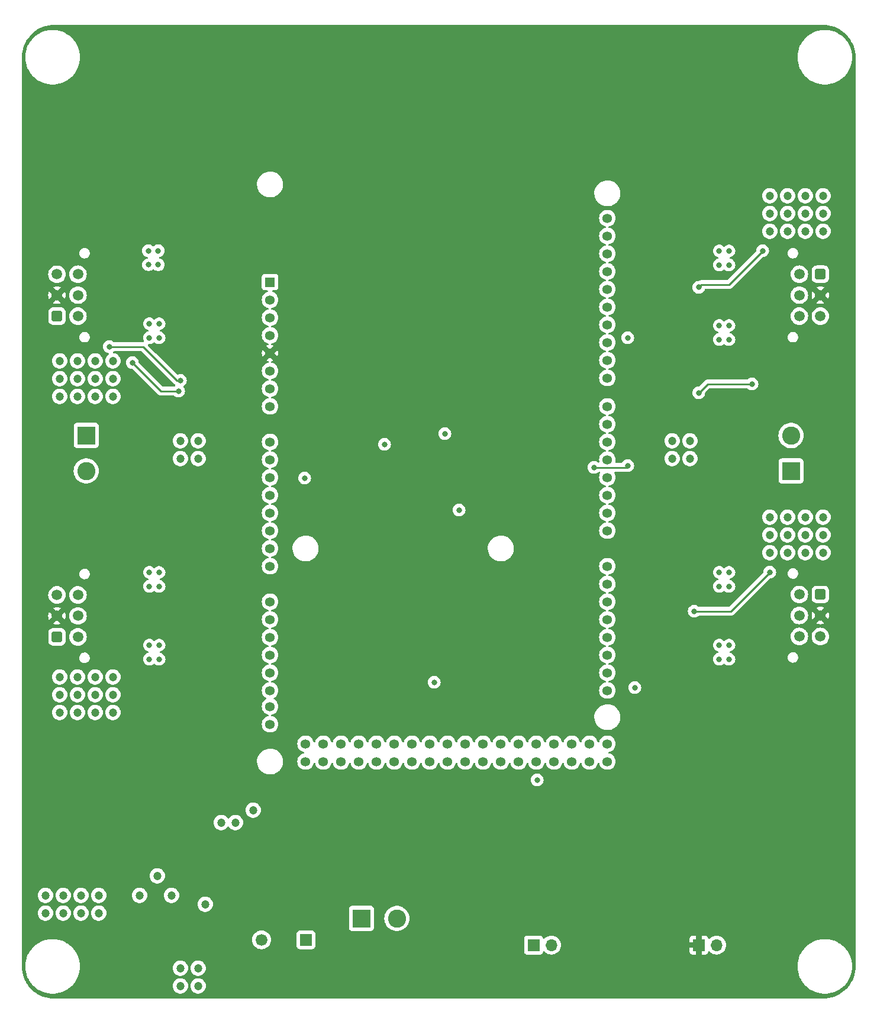
<source format=gbr>
%TF.GenerationSoftware,KiCad,Pcbnew,7.0.6*%
%TF.CreationDate,2023-07-10T17:04:03+08:00*%
%TF.ProjectId,rbc_circuits,7262635f-6369-4726-9375-6974732e6b69,1.0*%
%TF.SameCoordinates,Original*%
%TF.FileFunction,Copper,L3,Inr*%
%TF.FilePolarity,Positive*%
%FSLAX46Y46*%
G04 Gerber Fmt 4.6, Leading zero omitted, Abs format (unit mm)*
G04 Created by KiCad (PCBNEW 7.0.6) date 2023-07-10 17:04:03*
%MOMM*%
%LPD*%
G01*
G04 APERTURE LIST*
G04 Aperture macros list*
%AMRoundRect*
0 Rectangle with rounded corners*
0 $1 Rounding radius*
0 $2 $3 $4 $5 $6 $7 $8 $9 X,Y pos of 4 corners*
0 Add a 4 corners polygon primitive as box body*
4,1,4,$2,$3,$4,$5,$6,$7,$8,$9,$2,$3,0*
0 Add four circle primitives for the rounded corners*
1,1,$1+$1,$2,$3*
1,1,$1+$1,$4,$5*
1,1,$1+$1,$6,$7*
1,1,$1+$1,$8,$9*
0 Add four rect primitives between the rounded corners*
20,1,$1+$1,$2,$3,$4,$5,0*
20,1,$1+$1,$4,$5,$6,$7,0*
20,1,$1+$1,$6,$7,$8,$9,0*
20,1,$1+$1,$8,$9,$2,$3,0*%
G04 Aperture macros list end*
%TA.AperFunction,ComponentPad*%
%ADD10RoundRect,0.250001X-0.499999X0.499999X-0.499999X-0.499999X0.499999X-0.499999X0.499999X0.499999X0*%
%TD*%
%TA.AperFunction,ComponentPad*%
%ADD11C,1.500000*%
%TD*%
%TA.AperFunction,ComponentPad*%
%ADD12R,2.600000X2.600000*%
%TD*%
%TA.AperFunction,ComponentPad*%
%ADD13C,2.600000*%
%TD*%
%TA.AperFunction,ComponentPad*%
%ADD14R,1.700000X1.700000*%
%TD*%
%TA.AperFunction,ComponentPad*%
%ADD15O,1.700000X1.700000*%
%TD*%
%TA.AperFunction,ComponentPad*%
%ADD16R,1.680000X1.680000*%
%TD*%
%TA.AperFunction,ComponentPad*%
%ADD17C,1.680000*%
%TD*%
%TA.AperFunction,ComponentPad*%
%ADD18RoundRect,0.250001X0.499999X-0.499999X0.499999X0.499999X-0.499999X0.499999X-0.499999X-0.499999X0*%
%TD*%
%TA.AperFunction,ComponentPad*%
%ADD19C,1.358000*%
%TD*%
%TA.AperFunction,ComponentPad*%
%ADD20R,1.358000X1.358000*%
%TD*%
%TA.AperFunction,ViaPad*%
%ADD21C,1.200000*%
%TD*%
%TA.AperFunction,ViaPad*%
%ADD22C,0.800000*%
%TD*%
%TA.AperFunction,Conductor*%
%ADD23C,0.250000*%
%TD*%
G04 APERTURE END LIST*
D10*
%TO.N,4_HALL_A*%
%TO.C,J7*%
X163200000Y-56038000D03*
D11*
%TO.N,+5V*%
X163200000Y-59038000D03*
%TO.N,4_HALL_B*%
X163200000Y-62038000D03*
%TO.N,4_LOUT*%
X160200000Y-56038000D03*
%TO.N,GND*%
X160200000Y-59038000D03*
%TO.N,4_ROUT*%
X160200000Y-62038000D03*
%TD*%
D12*
%TO.N,+12V*%
%TO.C,J6*%
X58170000Y-79104000D03*
D13*
%TO.N,GND*%
X58170000Y-84184000D03*
%TD*%
D12*
%TO.N,Net-(J1-Pin_1)*%
%TO.C,J1*%
X97540000Y-148192000D03*
D13*
%TO.N,GND*%
X102620000Y-148192000D03*
%TD*%
D14*
%TO.N,+5V*%
%TO.C,J2*%
X145800000Y-152002000D03*
D15*
%TO.N,GND*%
X148340000Y-152002000D03*
%TD*%
D10*
%TO.N,3_HALL_A*%
%TO.C,J8*%
X163200000Y-101854000D03*
D11*
%TO.N,+5V*%
X163200000Y-104854000D03*
%TO.N,3_HALL_B*%
X163200000Y-107854000D03*
%TO.N,3_LOUT*%
X160200000Y-101854000D03*
%TO.N,GND*%
X160200000Y-104854000D03*
%TO.N,3_ROUT*%
X160200000Y-107854000D03*
%TD*%
D14*
%TO.N,PI_TX*%
%TO.C,J3*%
X122173000Y-152002000D03*
D15*
%TO.N,PI_RX*%
X124713000Y-152002000D03*
%TD*%
D16*
%TO.N,Net-(J1-Pin_1)*%
%TO.C,JP2*%
X89585000Y-151245000D03*
D17*
%TO.N,+BATT*%
X83235000Y-151245000D03*
%TD*%
D12*
%TO.N,+12P*%
%TO.C,J9*%
X159006000Y-84194000D03*
D13*
%TO.N,GND*%
X159006000Y-79114000D03*
%TD*%
D18*
%TO.N,2_HALL_A*%
%TO.C,J5*%
X53976000Y-107916000D03*
D11*
%TO.N,+5V*%
X53976000Y-104916000D03*
%TO.N,2_HALL_B*%
X53976000Y-101916000D03*
%TO.N,2_LOUT*%
X56976000Y-107916000D03*
%TO.N,GND*%
X56976000Y-104916000D03*
%TO.N,2_ROUT*%
X56976000Y-101916000D03*
%TD*%
D18*
%TO.N,1_HALL_A*%
%TO.C,J4*%
X53976000Y-62038000D03*
D11*
%TO.N,+5V*%
X53976000Y-59038000D03*
%TO.N,1_HALL_B*%
X53976000Y-56038000D03*
%TO.N,1_LOUT*%
X56976000Y-62038000D03*
%TO.N,GND*%
X56976000Y-59038000D03*
%TO.N,1_ROUT*%
X56976000Y-56038000D03*
%TD*%
D19*
%TO.N,unconnected-(A1-Pad0)*%
%TO.C,A1*%
X132718000Y-92730000D03*
%TO.N,unconnected-(A1-Pad1)*%
X132718000Y-90190000D03*
%TO.N,1_LPWM*%
X132718000Y-87650000D03*
%TO.N,2_LPWM*%
X132718000Y-85110000D03*
%TO.N,unconnected-(A1-+3V3-Pad3V3)*%
X84458000Y-64790000D03*
%TO.N,unconnected-(A1-Pad4)*%
X132718000Y-82570000D03*
%TO.N,3_LPWM*%
X132718000Y-80030000D03*
%TO.N,+5V*%
X84458000Y-67330000D03*
%TO.N,unconnected-(A1-+5V_2-Pad5V_2)*%
X132718000Y-123210000D03*
%TO.N,unconnected-(A1-+5V_3-Pad5V_3)*%
X132718000Y-125750000D03*
%TO.N,4_LPWM*%
X132718000Y-77490000D03*
%TO.N,1_RPWM*%
X132718000Y-74950000D03*
%TO.N,2_RPWM*%
X132718000Y-70886000D03*
%TO.N,unconnected-(A1-Pad9)*%
X132718000Y-68346000D03*
%TO.N,unconnected-(A1-Pad10)*%
X132718000Y-65806000D03*
%TO.N,3_RPWM*%
X132718000Y-63266000D03*
%TO.N,4_RPWM*%
X132718000Y-60726000D03*
%TO.N,unconnected-(A1-Pad13)*%
X132718000Y-58186000D03*
%TO.N,Net-(A1-Pad14)*%
X132718000Y-97810000D03*
%TO.N,PI_TX*%
X132718000Y-100350000D03*
%TO.N,unconnected-(A1-Pad16)*%
X132718000Y-102890000D03*
%TO.N,unconnected-(A1-Pad17)*%
X132718000Y-105430000D03*
%TO.N,1_HALL_A*%
X132718000Y-107970000D03*
%TO.N,2_HALL_A*%
X132718000Y-110510000D03*
%TO.N,3_HALL_A*%
X132718000Y-113050000D03*
%TO.N,4_HALL_A*%
X132718000Y-115590000D03*
%TO.N,unconnected-(A1-Pad22)*%
X130178000Y-123210000D03*
%TO.N,unconnected-(A1-Pad23)*%
X130178000Y-125750000D03*
%TO.N,unconnected-(A1-Pad24)*%
X127638000Y-123210000D03*
%TO.N,unconnected-(A1-Pad25)*%
X127638000Y-125750000D03*
%TO.N,unconnected-(A1-Pad26)*%
X125098000Y-123210000D03*
%TO.N,unconnected-(A1-Pad27)*%
X125098000Y-125750000D03*
%TO.N,unconnected-(A1-Pad28)*%
X122558000Y-123210000D03*
%TO.N,unconnected-(A1-Pad29)*%
X122558000Y-125750000D03*
%TO.N,1_HALL_B*%
X120018000Y-123210000D03*
%TO.N,2_HALL_B*%
X120018000Y-125750000D03*
%TO.N,3_HALL_B*%
X117478000Y-123210000D03*
%TO.N,4_HALL_B*%
X117478000Y-125750000D03*
%TO.N,unconnected-(A1-Pad34)*%
X114938000Y-123210000D03*
%TO.N,unconnected-(A1-Pad35)*%
X114938000Y-125750000D03*
%TO.N,unconnected-(A1-Pad36)*%
X112398000Y-123210000D03*
%TO.N,unconnected-(A1-Pad37)*%
X112398000Y-125750000D03*
%TO.N,unconnected-(A1-Pad38)*%
X109858000Y-123210000D03*
%TO.N,unconnected-(A1-Pad39)*%
X109858000Y-125750000D03*
%TO.N,unconnected-(A1-Pad40)*%
X107318000Y-123210000D03*
%TO.N,unconnected-(A1-Pad41)*%
X107318000Y-125750000D03*
%TO.N,unconnected-(A1-Pad42)*%
X104778000Y-123210000D03*
%TO.N,unconnected-(A1-Pad43)*%
X104778000Y-125750000D03*
%TO.N,unconnected-(A1-Pad44)*%
X102238000Y-123210000D03*
%TO.N,unconnected-(A1-Pad45)*%
X102238000Y-125750000D03*
%TO.N,unconnected-(A1-Pad46)*%
X99698000Y-123210000D03*
%TO.N,unconnected-(A1-Pad47)*%
X99698000Y-125750000D03*
%TO.N,unconnected-(A1-Pad48)*%
X97158000Y-123210000D03*
%TO.N,unconnected-(A1-Pad49)*%
X97158000Y-125750000D03*
%TO.N,unconnected-(A1-Pad50)*%
X94618000Y-123210000D03*
%TO.N,unconnected-(A1-Pad51)*%
X94618000Y-125750000D03*
%TO.N,unconnected-(A1-Pad52)*%
X92078000Y-123210000D03*
%TO.N,unconnected-(A1-Pad53)*%
X92078000Y-125750000D03*
%TO.N,1_IS*%
X84458000Y-80030000D03*
%TO.N,2_IS*%
X84458000Y-82570000D03*
%TO.N,3_IS*%
X84458000Y-85110000D03*
%TO.N,4_IS*%
X84458000Y-87650000D03*
%TO.N,unconnected-(A1-PadAD4)*%
X84458000Y-90190000D03*
%TO.N,unconnected-(A1-PadAD5)*%
X84458000Y-92730000D03*
%TO.N,unconnected-(A1-PadAD6)*%
X84458000Y-95270000D03*
%TO.N,unconnected-(A1-PadAD7)*%
X84458000Y-97810000D03*
%TO.N,unconnected-(A1-PadAD8)*%
X84458000Y-102890000D03*
%TO.N,unconnected-(A1-PadAD9)*%
X84458000Y-105430000D03*
%TO.N,unconnected-(A1-PadAD10)*%
X84458000Y-107970000D03*
%TO.N,unconnected-(A1-PadAD11)*%
X84458000Y-110510000D03*
%TO.N,unconnected-(A1-PadAD12)*%
X84458000Y-113050000D03*
%TO.N,unconnected-(A1-PadAD13)*%
X84458000Y-115590000D03*
%TO.N,unconnected-(A1-PadAD14)*%
X84458000Y-117876000D03*
%TO.N,unconnected-(A1-PadAD15)*%
X84458000Y-120416000D03*
%TO.N,unconnected-(A1-PadAREF)*%
X132718000Y-53106000D03*
%TO.N,GND*%
X84458000Y-69870000D03*
%TO.N,unconnected-(A1-PadGND2)*%
X84458000Y-72410000D03*
%TO.N,unconnected-(A1-PadGND3)*%
X132718000Y-55646000D03*
%TO.N,unconnected-(A1-PadGND4)*%
X89538000Y-123210000D03*
%TO.N,unconnected-(A1-PadGND5)*%
X89538000Y-125750000D03*
%TO.N,unconnected-(A1-PadIOREF)*%
X84458000Y-59710000D03*
D20*
%TO.N,unconnected-(A1-PadNC)*%
X84458000Y-57170000D03*
D19*
%TO.N,unconnected-(A1-PadRESET)*%
X84458000Y-62250000D03*
%TO.N,unconnected-(A1-PadSCL)*%
X132718000Y-48026000D03*
%TO.N,unconnected-(A1-PadSDA)*%
X132718000Y-50566000D03*
%TO.N,unconnected-(A1-PadVIN)*%
X84458000Y-74950000D03*
%TD*%
D21*
%TO.N,+BATT*%
X77474000Y-134476000D03*
%TO.N,GND*%
X161040000Y-93328000D03*
X144530000Y-82406000D03*
X71632000Y-79866000D03*
X158500000Y-90788000D03*
X61980000Y-118728000D03*
X56900000Y-118728000D03*
X59440000Y-70976000D03*
X65790000Y-144890000D03*
X61980000Y-70976000D03*
X74172000Y-79866000D03*
X163580000Y-90788000D03*
X158500000Y-95868000D03*
X61980000Y-113648000D03*
X163580000Y-49894000D03*
X54360000Y-68436000D03*
X155960000Y-47354000D03*
X163580000Y-95868000D03*
X158500000Y-93328000D03*
X163580000Y-93328000D03*
X54360000Y-118728000D03*
X158500000Y-47354000D03*
X57408000Y-147430000D03*
X59440000Y-68436000D03*
X59440000Y-113648000D03*
X54868000Y-144890000D03*
X161040000Y-47354000D03*
X54360000Y-113648000D03*
X79506000Y-134476000D03*
X52328000Y-144890000D03*
X155960000Y-44814000D03*
X56900000Y-73516000D03*
X54360000Y-70976000D03*
X52328000Y-147430000D03*
X59948000Y-144890000D03*
X158500000Y-44814000D03*
X161040000Y-95868000D03*
X56900000Y-68436000D03*
X163580000Y-47354000D03*
X141990000Y-82406000D03*
X54360000Y-73516000D03*
X56900000Y-70976000D03*
X57408000Y-144890000D03*
X161040000Y-49894000D03*
X56900000Y-113648000D03*
X61980000Y-68436000D03*
X141990000Y-79866000D03*
X74172000Y-82406000D03*
X161040000Y-44814000D03*
X155960000Y-90788000D03*
X71632000Y-82406000D03*
X155960000Y-93328000D03*
X158500000Y-49894000D03*
X59440000Y-116188000D03*
X161040000Y-90788000D03*
X155960000Y-49894000D03*
X59440000Y-73516000D03*
X61980000Y-73516000D03*
X163580000Y-44814000D03*
X56900000Y-116188000D03*
X54868000Y-147430000D03*
X70362000Y-144890000D03*
X61980000Y-116188000D03*
X155960000Y-95868000D03*
X54360000Y-116188000D03*
X144530000Y-79866000D03*
X59440000Y-118728000D03*
%TO.N,Net-(U1-SW)*%
X68330000Y-142096000D03*
X71632000Y-155304000D03*
X74172000Y-157844000D03*
X75188000Y-146160000D03*
X71632000Y-157844000D03*
X74172000Y-155304000D03*
%TO.N,+5V*%
X59694000Y-155304000D03*
X135386000Y-52688000D03*
X59694000Y-152764000D03*
X62234000Y-152764000D03*
D22*
X79760000Y-115934000D03*
D21*
X62234000Y-157844000D03*
X64774000Y-152764000D03*
X137164000Y-93074000D03*
X83062000Y-54720000D03*
X64774000Y-157844000D03*
X59694000Y-157844000D03*
X136656000Y-104758000D03*
X62234000Y-155304000D03*
X82173000Y-99805000D03*
X135640000Y-63356000D03*
X64774000Y-155304000D03*
%TO.N,Net-(C6-Pad1)*%
X59948000Y-147430000D03*
X82046000Y-132698000D03*
D22*
%TO.N,+12V*%
X68584000Y-98694000D03*
X67184000Y-63134000D03*
X67184000Y-65134000D03*
X67184000Y-111108000D03*
X67184000Y-109108000D03*
X67060000Y-54688000D03*
X67184000Y-98694000D03*
X68584000Y-111108000D03*
X68460000Y-52688000D03*
X68584000Y-109108000D03*
X68584000Y-100694000D03*
X68584000Y-63134000D03*
X67060000Y-52688000D03*
X68460000Y-54688000D03*
X68584000Y-65134000D03*
X67184000Y-100694000D03*
%TO.N,4_IS*%
X109478000Y-78850000D03*
%TO.N,3_IS*%
X130814000Y-83676000D03*
X135640000Y-83422000D03*
X89412000Y-85200000D03*
%TO.N,+12P*%
X150118000Y-100694000D03*
X148718000Y-52720000D03*
X150118000Y-111108000D03*
X150118000Y-98694000D03*
X148718000Y-109108000D03*
X148718000Y-65388000D03*
X148718000Y-98694000D03*
X148718000Y-54720000D03*
X150118000Y-109108000D03*
X150118000Y-54720000D03*
X148718000Y-111108000D03*
X150118000Y-63388000D03*
X150118000Y-52720000D03*
X150118000Y-65388000D03*
X148718000Y-100694000D03*
X148718000Y-63388000D03*
%TO.N,2_HALL_A*%
X107954000Y-114410000D03*
%TO.N,1_HALL_A*%
X71632000Y-71230000D03*
X61472000Y-66404000D03*
%TO.N,1_HALL_B*%
X64774000Y-68690000D03*
X71378000Y-72754000D03*
%TO.N,4_HALL_A*%
X154944000Y-52688000D03*
X145796000Y-57912000D03*
%TO.N,4_HALL_B*%
X153420000Y-71738000D03*
X145800000Y-73008000D03*
%TO.N,3_HALL_A*%
X145148500Y-104250000D03*
X155960000Y-98662000D03*
%TO.N,3_HALL_B*%
X122686000Y-128380000D03*
%TO.N,2_LPWM*%
X111510000Y-89772000D03*
%TO.N,2_RPWM*%
X100842000Y-80374000D03*
%TO.N,4_RPWM*%
X135640000Y-65134000D03*
%TO.N,3_RPWM*%
X136656000Y-115172000D03*
%TD*%
D23*
%TO.N,4_HALL_A*%
X146194000Y-57514000D02*
X150118000Y-57514000D01*
X145796000Y-57912000D02*
X146194000Y-57514000D01*
X150118000Y-57514000D02*
X154944000Y-52688000D01*
%TO.N,3_IS*%
X135386000Y-83676000D02*
X130814000Y-83676000D01*
X135640000Y-83422000D02*
X135386000Y-83676000D01*
%TO.N,1_HALL_A*%
X71124000Y-71230000D02*
X71632000Y-71230000D01*
X61472000Y-66404000D02*
X66298000Y-66404000D01*
X66298000Y-66404000D02*
X71124000Y-71230000D01*
%TO.N,1_HALL_B*%
X64774000Y-68690000D02*
X68838000Y-72754000D01*
X68838000Y-72754000D02*
X71378000Y-72754000D01*
%TO.N,4_HALL_B*%
X147070000Y-71738000D02*
X145800000Y-73008000D01*
X153420000Y-71738000D02*
X147070000Y-71738000D01*
%TO.N,3_HALL_A*%
X145148500Y-104250000D02*
X150372000Y-104250000D01*
X150372000Y-104250000D02*
X155960000Y-98662000D01*
%TD*%
%TA.AperFunction,Conductor*%
%TO.N,+5V*%
G36*
X163990548Y-20398075D02*
G01*
X163995901Y-20398544D01*
X164392698Y-20450783D01*
X164398014Y-20451721D01*
X164788739Y-20538343D01*
X164793951Y-20539739D01*
X165175644Y-20660086D01*
X165180725Y-20661935D01*
X165550481Y-20815093D01*
X165555351Y-20817364D01*
X165910350Y-21002165D01*
X165915028Y-21004867D01*
X166252563Y-21219900D01*
X166256991Y-21223001D01*
X166415675Y-21344763D01*
X166574495Y-21466629D01*
X166578640Y-21470108D01*
X166873696Y-21740477D01*
X166877522Y-21744303D01*
X167147891Y-22039359D01*
X167151368Y-22043502D01*
X167339605Y-22288817D01*
X167394995Y-22361003D01*
X167398099Y-22365436D01*
X167613132Y-22702971D01*
X167615838Y-22707657D01*
X167800626Y-23062630D01*
X167802913Y-23067534D01*
X167956064Y-23437275D01*
X167957915Y-23442360D01*
X168078256Y-23824033D01*
X168079656Y-23829260D01*
X168166278Y-24219985D01*
X168167218Y-24225314D01*
X168219453Y-24622081D01*
X168219925Y-24627472D01*
X168237500Y-25030000D01*
X168237500Y-155030000D01*
X168219925Y-155432527D01*
X168219453Y-155437918D01*
X168167218Y-155834685D01*
X168166278Y-155840014D01*
X168079656Y-156230739D01*
X168078256Y-156235966D01*
X167957915Y-156617639D01*
X167956064Y-156622724D01*
X167802913Y-156992465D01*
X167800626Y-156997369D01*
X167615838Y-157352342D01*
X167613132Y-157357028D01*
X167398099Y-157694563D01*
X167394995Y-157698996D01*
X167151370Y-158016495D01*
X167147891Y-158020640D01*
X166877522Y-158315696D01*
X166873696Y-158319522D01*
X166578640Y-158589891D01*
X166574495Y-158593370D01*
X166256996Y-158836995D01*
X166252563Y-158840099D01*
X165915028Y-159055132D01*
X165910342Y-159057838D01*
X165555369Y-159242626D01*
X165550465Y-159244913D01*
X165180724Y-159398064D01*
X165175639Y-159399915D01*
X164793966Y-159520256D01*
X164788739Y-159521656D01*
X164398014Y-159608278D01*
X164392685Y-159609218D01*
X163995918Y-159661453D01*
X163990527Y-159661925D01*
X163588000Y-159679500D01*
X53588000Y-159679500D01*
X53185472Y-159661925D01*
X53180081Y-159661453D01*
X52783314Y-159609218D01*
X52777985Y-159608278D01*
X52387260Y-159521656D01*
X52382033Y-159520256D01*
X52000360Y-159399915D01*
X51995275Y-159398064D01*
X51742161Y-159293221D01*
X51625528Y-159244910D01*
X51620638Y-159242630D01*
X51265657Y-159057838D01*
X51260971Y-159055132D01*
X50923436Y-158840099D01*
X50919003Y-158836995D01*
X50749897Y-158707236D01*
X50601502Y-158593368D01*
X50597359Y-158589891D01*
X50302303Y-158319522D01*
X50298477Y-158315696D01*
X50028108Y-158020640D01*
X50024629Y-158016495D01*
X49892269Y-157844000D01*
X49781001Y-157698991D01*
X49777900Y-157694563D01*
X49562867Y-157357028D01*
X49560161Y-157352342D01*
X49521433Y-157277946D01*
X49375364Y-156997351D01*
X49373093Y-156992481D01*
X49219935Y-156622724D01*
X49218084Y-156617639D01*
X49097739Y-156235951D01*
X49096343Y-156230739D01*
X49009721Y-155840014D01*
X49008783Y-155834698D01*
X48956544Y-155437901D01*
X48956075Y-155432548D01*
X48939373Y-155049999D01*
X49444000Y-155049999D01*
X49464009Y-155444556D01*
X49523832Y-155835059D01*
X49622859Y-156217524D01*
X49760061Y-156587979D01*
X49760067Y-156587992D01*
X49934047Y-156942677D01*
X49966638Y-156994964D01*
X50143023Y-157277946D01*
X50143025Y-157277949D01*
X50143026Y-157277950D01*
X50200609Y-157352342D01*
X50384843Y-157590353D01*
X50657029Y-157876692D01*
X50956787Y-158134025D01*
X51184214Y-158292320D01*
X51281035Y-158359710D01*
X51281038Y-158359711D01*
X51281040Y-158359713D01*
X51626463Y-158551438D01*
X51989510Y-158707233D01*
X51989513Y-158707234D01*
X51989518Y-158707236D01*
X52366444Y-158825498D01*
X52366447Y-158825498D01*
X52366455Y-158825501D01*
X52753432Y-158905026D01*
X53067860Y-158937000D01*
X53146467Y-158944994D01*
X53146468Y-158944994D01*
X53541533Y-158944994D01*
X53607038Y-158938332D01*
X53934568Y-158905026D01*
X54321545Y-158825501D01*
X54321555Y-158825498D01*
X54698481Y-158707236D01*
X54698482Y-158707235D01*
X54698490Y-158707233D01*
X55061537Y-158551438D01*
X55406960Y-158359713D01*
X55731213Y-158134025D01*
X56030971Y-157876692D01*
X56062047Y-157844000D01*
X70526785Y-157844000D01*
X70545602Y-158047082D01*
X70601417Y-158243247D01*
X70601422Y-158243260D01*
X70692327Y-158425821D01*
X70815237Y-158588581D01*
X70965958Y-158725980D01*
X70965960Y-158725982D01*
X71065141Y-158787392D01*
X71139363Y-158833348D01*
X71329544Y-158907024D01*
X71530024Y-158944500D01*
X71530026Y-158944500D01*
X71733974Y-158944500D01*
X71733976Y-158944500D01*
X71934456Y-158907024D01*
X72124637Y-158833348D01*
X72298041Y-158725981D01*
X72448764Y-158588579D01*
X72571673Y-158425821D01*
X72662582Y-158243250D01*
X72718397Y-158047083D01*
X72737215Y-157844000D01*
X73066785Y-157844000D01*
X73085602Y-158047082D01*
X73141417Y-158243247D01*
X73141422Y-158243260D01*
X73232327Y-158425821D01*
X73355237Y-158588581D01*
X73505958Y-158725980D01*
X73505960Y-158725982D01*
X73605141Y-158787392D01*
X73679363Y-158833348D01*
X73869544Y-158907024D01*
X74070024Y-158944500D01*
X74070026Y-158944500D01*
X74273974Y-158944500D01*
X74273976Y-158944500D01*
X74474456Y-158907024D01*
X74664637Y-158833348D01*
X74838041Y-158725981D01*
X74988764Y-158588579D01*
X75111673Y-158425821D01*
X75202582Y-158243250D01*
X75258397Y-158047083D01*
X75277215Y-157844000D01*
X75258397Y-157640917D01*
X75202582Y-157444750D01*
X75111673Y-157262179D01*
X74988764Y-157099421D01*
X74988762Y-157099418D01*
X74838041Y-156962019D01*
X74838039Y-156962017D01*
X74664642Y-156854655D01*
X74664635Y-156854651D01*
X74569546Y-156817813D01*
X74474456Y-156780976D01*
X74273976Y-156743500D01*
X74070024Y-156743500D01*
X73869544Y-156780976D01*
X73869541Y-156780976D01*
X73869541Y-156780977D01*
X73679364Y-156854651D01*
X73679357Y-156854655D01*
X73505960Y-156962017D01*
X73505958Y-156962019D01*
X73355237Y-157099418D01*
X73232327Y-157262178D01*
X73141422Y-157444739D01*
X73141417Y-157444752D01*
X73085602Y-157640917D01*
X73066785Y-157843999D01*
X73066785Y-157844000D01*
X72737215Y-157844000D01*
X72718397Y-157640917D01*
X72662582Y-157444750D01*
X72571673Y-157262179D01*
X72448764Y-157099421D01*
X72448762Y-157099418D01*
X72298041Y-156962019D01*
X72298039Y-156962017D01*
X72124642Y-156854655D01*
X72124635Y-156854651D01*
X72029546Y-156817813D01*
X71934456Y-156780976D01*
X71733976Y-156743500D01*
X71530024Y-156743500D01*
X71329544Y-156780976D01*
X71329541Y-156780976D01*
X71329541Y-156780977D01*
X71139364Y-156854651D01*
X71139357Y-156854655D01*
X70965960Y-156962017D01*
X70965958Y-156962019D01*
X70815237Y-157099418D01*
X70692327Y-157262178D01*
X70601422Y-157444739D01*
X70601417Y-157444752D01*
X70545602Y-157640917D01*
X70526785Y-157843999D01*
X70526785Y-157844000D01*
X56062047Y-157844000D01*
X56303157Y-157590353D01*
X56544977Y-157277946D01*
X56753952Y-156942678D01*
X56927935Y-156587988D01*
X57065143Y-156217516D01*
X57164167Y-155835064D01*
X57223990Y-155444556D01*
X57231118Y-155304000D01*
X70526785Y-155304000D01*
X70545602Y-155507082D01*
X70601417Y-155703247D01*
X70601422Y-155703260D01*
X70692327Y-155885821D01*
X70815237Y-156048581D01*
X70965958Y-156185980D01*
X70965960Y-156185982D01*
X71046688Y-156235966D01*
X71139363Y-156293348D01*
X71329544Y-156367024D01*
X71530024Y-156404500D01*
X71530026Y-156404500D01*
X71733974Y-156404500D01*
X71733976Y-156404500D01*
X71934456Y-156367024D01*
X72124637Y-156293348D01*
X72298041Y-156185981D01*
X72448764Y-156048579D01*
X72571673Y-155885821D01*
X72662582Y-155703250D01*
X72718397Y-155507083D01*
X72737215Y-155304000D01*
X73066785Y-155304000D01*
X73085602Y-155507082D01*
X73141417Y-155703247D01*
X73141422Y-155703260D01*
X73232327Y-155885821D01*
X73355237Y-156048581D01*
X73505958Y-156185980D01*
X73505960Y-156185982D01*
X73586688Y-156235966D01*
X73679363Y-156293348D01*
X73869544Y-156367024D01*
X74070024Y-156404500D01*
X74070026Y-156404500D01*
X74273974Y-156404500D01*
X74273976Y-156404500D01*
X74474456Y-156367024D01*
X74664637Y-156293348D01*
X74838041Y-156185981D01*
X74988764Y-156048579D01*
X75111673Y-155885821D01*
X75202582Y-155703250D01*
X75258397Y-155507083D01*
X75277215Y-155304000D01*
X75258397Y-155100917D01*
X75243910Y-155050000D01*
X159934000Y-155050000D01*
X159954009Y-155444556D01*
X160013832Y-155835059D01*
X160112859Y-156217524D01*
X160250061Y-156587979D01*
X160250067Y-156587992D01*
X160424047Y-156942677D01*
X160456638Y-156994964D01*
X160633023Y-157277946D01*
X160633025Y-157277949D01*
X160633026Y-157277950D01*
X160690609Y-157352342D01*
X160874843Y-157590353D01*
X161147029Y-157876692D01*
X161446787Y-158134025D01*
X161674214Y-158292320D01*
X161771035Y-158359710D01*
X161771038Y-158359711D01*
X161771040Y-158359713D01*
X162116463Y-158551438D01*
X162479510Y-158707233D01*
X162479513Y-158707234D01*
X162479518Y-158707236D01*
X162856444Y-158825498D01*
X162856447Y-158825498D01*
X162856455Y-158825501D01*
X163243432Y-158905026D01*
X163557860Y-158937000D01*
X163636467Y-158944994D01*
X163636468Y-158944994D01*
X164031533Y-158944994D01*
X164097038Y-158938332D01*
X164424568Y-158905026D01*
X164811545Y-158825501D01*
X164811555Y-158825498D01*
X165188481Y-158707236D01*
X165188482Y-158707235D01*
X165188490Y-158707233D01*
X165551537Y-158551438D01*
X165896960Y-158359713D01*
X166221213Y-158134025D01*
X166520971Y-157876692D01*
X166793157Y-157590353D01*
X167034977Y-157277946D01*
X167243952Y-156942678D01*
X167417935Y-156587988D01*
X167555143Y-156217516D01*
X167654167Y-155835064D01*
X167713990Y-155444556D01*
X167734000Y-155050000D01*
X167713990Y-154655444D01*
X167654167Y-154264936D01*
X167555143Y-153882484D01*
X167417935Y-153512012D01*
X167243952Y-153157322D01*
X167034977Y-152822054D01*
X166851870Y-152585498D01*
X166793161Y-152509652D01*
X166793160Y-152509651D01*
X166793157Y-152509647D01*
X166520971Y-152223308D01*
X166415627Y-152132873D01*
X166221219Y-151965980D01*
X166221218Y-151965979D01*
X166221213Y-151965975D01*
X165971482Y-151792156D01*
X165896964Y-151740289D01*
X165896955Y-151740284D01*
X165551536Y-151548561D01*
X165188481Y-151392763D01*
X164811555Y-151274501D01*
X164811549Y-151274500D01*
X164811546Y-151274499D01*
X164811545Y-151274499D01*
X164424568Y-151194974D01*
X164424567Y-151194973D01*
X164424563Y-151194973D01*
X164031533Y-151155006D01*
X164031532Y-151155006D01*
X163636468Y-151155006D01*
X163636467Y-151155006D01*
X163243436Y-151194973D01*
X162856450Y-151274500D01*
X162856444Y-151274501D01*
X162479518Y-151392763D01*
X162116463Y-151548561D01*
X161771044Y-151740284D01*
X161771035Y-151740289D01*
X161446780Y-151965980D01*
X161147029Y-152223307D01*
X160874838Y-152509652D01*
X160633026Y-152822049D01*
X160424047Y-153157322D01*
X160250067Y-153512007D01*
X160250061Y-153512020D01*
X160112859Y-153882475D01*
X160013832Y-154264940D01*
X159954009Y-154655443D01*
X159934000Y-155050000D01*
X75243910Y-155050000D01*
X75202582Y-154904750D01*
X75111673Y-154722179D01*
X74988764Y-154559421D01*
X74988762Y-154559418D01*
X74838041Y-154422019D01*
X74838039Y-154422017D01*
X74664642Y-154314655D01*
X74664635Y-154314651D01*
X74569546Y-154277814D01*
X74474456Y-154240976D01*
X74273976Y-154203500D01*
X74070024Y-154203500D01*
X73869544Y-154240976D01*
X73869541Y-154240976D01*
X73869541Y-154240977D01*
X73679364Y-154314651D01*
X73679357Y-154314655D01*
X73505960Y-154422017D01*
X73505958Y-154422019D01*
X73355237Y-154559418D01*
X73232327Y-154722178D01*
X73141422Y-154904739D01*
X73141417Y-154904752D01*
X73085602Y-155100917D01*
X73066785Y-155303999D01*
X73066785Y-155304000D01*
X72737215Y-155304000D01*
X72718397Y-155100917D01*
X72662582Y-154904750D01*
X72571673Y-154722179D01*
X72448764Y-154559421D01*
X72448762Y-154559418D01*
X72298041Y-154422019D01*
X72298039Y-154422017D01*
X72124642Y-154314655D01*
X72124635Y-154314651D01*
X72029546Y-154277814D01*
X71934456Y-154240976D01*
X71733976Y-154203500D01*
X71530024Y-154203500D01*
X71329544Y-154240976D01*
X71329541Y-154240976D01*
X71329541Y-154240977D01*
X71139364Y-154314651D01*
X71139357Y-154314655D01*
X70965960Y-154422017D01*
X70965958Y-154422019D01*
X70815237Y-154559418D01*
X70692327Y-154722178D01*
X70601422Y-154904739D01*
X70601417Y-154904752D01*
X70545602Y-155100917D01*
X70526785Y-155303999D01*
X70526785Y-155304000D01*
X57231118Y-155304000D01*
X57244000Y-155050000D01*
X57223990Y-154655444D01*
X57164167Y-154264936D01*
X57065143Y-153882484D01*
X56927935Y-153512012D01*
X56753952Y-153157322D01*
X56593480Y-152899870D01*
X120822500Y-152899870D01*
X120822501Y-152899876D01*
X120828908Y-152959483D01*
X120879202Y-153094328D01*
X120879206Y-153094335D01*
X120965452Y-153209544D01*
X120965455Y-153209547D01*
X121080664Y-153295793D01*
X121080671Y-153295797D01*
X121215517Y-153346091D01*
X121215516Y-153346091D01*
X121222444Y-153346835D01*
X121275127Y-153352500D01*
X123070872Y-153352499D01*
X123130483Y-153346091D01*
X123265331Y-153295796D01*
X123380546Y-153209546D01*
X123466796Y-153094331D01*
X123515810Y-152962916D01*
X123557681Y-152906984D01*
X123623145Y-152882566D01*
X123691418Y-152897417D01*
X123719673Y-152918569D01*
X123841599Y-153040495D01*
X123938384Y-153108264D01*
X124035165Y-153176032D01*
X124035167Y-153176033D01*
X124035170Y-153176035D01*
X124249337Y-153275903D01*
X124477592Y-153337063D01*
X124654034Y-153352500D01*
X124712999Y-153357659D01*
X124713000Y-153357659D01*
X124713001Y-153357659D01*
X124771966Y-153352500D01*
X124948408Y-153337063D01*
X125176663Y-153275903D01*
X125390830Y-153176035D01*
X125584401Y-153040495D01*
X125751495Y-152873401D01*
X125887035Y-152679830D01*
X125986903Y-152465663D01*
X126003961Y-152402000D01*
X144450000Y-152402000D01*
X144450000Y-152899844D01*
X144456401Y-152959372D01*
X144456403Y-152959379D01*
X144506645Y-153094086D01*
X144506649Y-153094093D01*
X144592809Y-153209187D01*
X144592812Y-153209190D01*
X144707906Y-153295350D01*
X144707913Y-153295354D01*
X144842620Y-153345596D01*
X144842627Y-153345598D01*
X144902155Y-153351999D01*
X144902172Y-153352000D01*
X145400000Y-153352000D01*
X145400000Y-152402000D01*
X144450000Y-152402000D01*
X126003961Y-152402000D01*
X126048063Y-152237408D01*
X126062369Y-152073889D01*
X145300000Y-152073889D01*
X145340507Y-152211844D01*
X145418239Y-152332798D01*
X145526900Y-152426952D01*
X145657685Y-152486680D01*
X145764237Y-152502000D01*
X145835763Y-152502000D01*
X145942315Y-152486680D01*
X146073100Y-152426952D01*
X146181761Y-152332798D01*
X146200000Y-152304417D01*
X146200000Y-153352000D01*
X146697828Y-153352000D01*
X146697844Y-153351999D01*
X146757372Y-153345598D01*
X146757379Y-153345596D01*
X146892086Y-153295354D01*
X146892093Y-153295350D01*
X147007187Y-153209190D01*
X147007190Y-153209187D01*
X147093350Y-153094093D01*
X147093354Y-153094086D01*
X147142422Y-152962529D01*
X147184293Y-152906595D01*
X147249757Y-152882178D01*
X147318030Y-152897030D01*
X147346285Y-152918181D01*
X147468599Y-153040495D01*
X147565384Y-153108264D01*
X147662165Y-153176032D01*
X147662167Y-153176033D01*
X147662170Y-153176035D01*
X147876337Y-153275903D01*
X148104592Y-153337063D01*
X148281034Y-153352500D01*
X148339999Y-153357659D01*
X148340000Y-153357659D01*
X148340001Y-153357659D01*
X148398966Y-153352500D01*
X148575408Y-153337063D01*
X148803663Y-153275903D01*
X149017830Y-153176035D01*
X149211401Y-153040495D01*
X149378495Y-152873401D01*
X149514035Y-152679830D01*
X149613903Y-152465663D01*
X149675063Y-152237408D01*
X149695659Y-152002000D01*
X149675063Y-151766592D01*
X149616643Y-151548562D01*
X149613905Y-151538344D01*
X149613904Y-151538343D01*
X149613903Y-151538337D01*
X149514035Y-151324171D01*
X149479256Y-151274500D01*
X149378494Y-151130597D01*
X149211402Y-150963506D01*
X149211395Y-150963501D01*
X149017834Y-150827967D01*
X149017830Y-150827965D01*
X148946727Y-150794809D01*
X148803663Y-150728097D01*
X148803659Y-150728096D01*
X148803655Y-150728094D01*
X148575413Y-150666938D01*
X148575403Y-150666936D01*
X148340001Y-150646341D01*
X148339999Y-150646341D01*
X148104596Y-150666936D01*
X148104586Y-150666938D01*
X147876344Y-150728094D01*
X147876335Y-150728098D01*
X147662171Y-150827964D01*
X147662169Y-150827965D01*
X147468600Y-150963503D01*
X147346284Y-151085819D01*
X147284961Y-151119303D01*
X147215269Y-151114319D01*
X147159336Y-151072447D01*
X147142421Y-151041470D01*
X147093354Y-150909913D01*
X147093350Y-150909906D01*
X147007190Y-150794812D01*
X147007187Y-150794809D01*
X146892093Y-150708649D01*
X146892086Y-150708645D01*
X146757379Y-150658403D01*
X146757372Y-150658401D01*
X146697844Y-150652000D01*
X146200000Y-150652000D01*
X146200000Y-151699582D01*
X146181761Y-151671202D01*
X146073100Y-151577048D01*
X145942315Y-151517320D01*
X145835763Y-151502000D01*
X145764237Y-151502000D01*
X145657685Y-151517320D01*
X145526900Y-151577048D01*
X145418239Y-151671202D01*
X145340507Y-151792156D01*
X145300000Y-151930111D01*
X145300000Y-152073889D01*
X126062369Y-152073889D01*
X126068659Y-152002000D01*
X126048063Y-151766592D01*
X126003961Y-151602000D01*
X144450000Y-151602000D01*
X145400000Y-151602000D01*
X145400000Y-150652000D01*
X144902155Y-150652000D01*
X144842627Y-150658401D01*
X144842620Y-150658403D01*
X144707913Y-150708645D01*
X144707906Y-150708649D01*
X144592812Y-150794809D01*
X144592809Y-150794812D01*
X144506649Y-150909906D01*
X144506645Y-150909913D01*
X144456403Y-151044620D01*
X144456401Y-151044627D01*
X144450000Y-151104155D01*
X144450000Y-151602000D01*
X126003961Y-151602000D01*
X125989643Y-151548562D01*
X125986905Y-151538344D01*
X125986904Y-151538343D01*
X125986903Y-151538337D01*
X125887035Y-151324171D01*
X125852256Y-151274500D01*
X125751494Y-151130597D01*
X125584402Y-150963506D01*
X125584395Y-150963501D01*
X125390834Y-150827967D01*
X125390830Y-150827965D01*
X125319727Y-150794809D01*
X125176663Y-150728097D01*
X125176659Y-150728096D01*
X125176655Y-150728094D01*
X124948413Y-150666938D01*
X124948403Y-150666936D01*
X124713001Y-150646341D01*
X124712999Y-150646341D01*
X124477596Y-150666936D01*
X124477586Y-150666938D01*
X124249344Y-150728094D01*
X124249335Y-150728098D01*
X124035171Y-150827964D01*
X124035169Y-150827965D01*
X123841600Y-150963503D01*
X123719673Y-151085430D01*
X123658350Y-151118914D01*
X123588658Y-151113930D01*
X123532725Y-151072058D01*
X123515810Y-151041081D01*
X123466797Y-150909671D01*
X123466793Y-150909664D01*
X123380547Y-150794455D01*
X123380544Y-150794452D01*
X123265335Y-150708206D01*
X123265328Y-150708202D01*
X123130482Y-150657908D01*
X123130483Y-150657908D01*
X123070883Y-150651501D01*
X123070881Y-150651500D01*
X123070873Y-150651500D01*
X123070864Y-150651500D01*
X121275129Y-150651500D01*
X121275123Y-150651501D01*
X121215516Y-150657908D01*
X121080671Y-150708202D01*
X121080664Y-150708206D01*
X120965455Y-150794452D01*
X120965452Y-150794455D01*
X120879206Y-150909664D01*
X120879202Y-150909671D01*
X120828908Y-151044517D01*
X120822501Y-151104116D01*
X120822500Y-151104135D01*
X120822500Y-152899870D01*
X56593480Y-152899870D01*
X56544977Y-152822054D01*
X56361870Y-152585498D01*
X56303161Y-152509652D01*
X56303160Y-152509651D01*
X56303157Y-152509647D01*
X56030971Y-152223308D01*
X55925627Y-152132873D01*
X55731219Y-151965980D01*
X55731218Y-151965979D01*
X55731213Y-151965975D01*
X55481482Y-151792156D01*
X55406964Y-151740289D01*
X55406955Y-151740284D01*
X55061536Y-151548561D01*
X54698481Y-151392763D01*
X54321555Y-151274501D01*
X54321549Y-151274500D01*
X54321546Y-151274499D01*
X54321545Y-151274499D01*
X54178005Y-151245001D01*
X81889380Y-151245001D01*
X81909822Y-151478658D01*
X81909824Y-151478669D01*
X81970528Y-151705221D01*
X81970530Y-151705225D01*
X81970531Y-151705229D01*
X81999145Y-151766592D01*
X82069658Y-151917808D01*
X82069659Y-151917810D01*
X82204196Y-152109950D01*
X82370049Y-152275803D01*
X82370052Y-152275805D01*
X82562190Y-152410341D01*
X82774771Y-152509469D01*
X83001336Y-152570177D01*
X83168238Y-152584779D01*
X83234998Y-152590620D01*
X83235000Y-152590620D01*
X83235002Y-152590620D01*
X83293545Y-152585498D01*
X83468664Y-152570177D01*
X83695229Y-152509469D01*
X83907810Y-152410341D01*
X84099948Y-152275805D01*
X84242883Y-152132870D01*
X88244500Y-152132870D01*
X88244501Y-152132876D01*
X88250908Y-152192483D01*
X88301202Y-152327328D01*
X88301206Y-152327335D01*
X88387452Y-152442544D01*
X88387455Y-152442547D01*
X88502664Y-152528793D01*
X88502671Y-152528797D01*
X88637517Y-152579091D01*
X88637516Y-152579091D01*
X88644444Y-152579835D01*
X88697127Y-152585500D01*
X90472872Y-152585499D01*
X90532483Y-152579091D01*
X90667331Y-152528796D01*
X90782546Y-152442546D01*
X90868796Y-152327331D01*
X90919091Y-152192483D01*
X90925500Y-152132873D01*
X90925499Y-150357128D01*
X90919091Y-150297517D01*
X90888014Y-150214196D01*
X90868797Y-150162671D01*
X90868793Y-150162664D01*
X90782547Y-150047455D01*
X90782544Y-150047452D01*
X90667335Y-149961206D01*
X90667328Y-149961202D01*
X90532482Y-149910908D01*
X90532483Y-149910908D01*
X90472883Y-149904501D01*
X90472881Y-149904500D01*
X90472873Y-149904500D01*
X90472864Y-149904500D01*
X88697129Y-149904500D01*
X88697123Y-149904501D01*
X88637516Y-149910908D01*
X88502671Y-149961202D01*
X88502664Y-149961206D01*
X88387455Y-150047452D01*
X88387452Y-150047455D01*
X88301206Y-150162664D01*
X88301202Y-150162671D01*
X88250908Y-150297517D01*
X88244501Y-150357116D01*
X88244501Y-150357123D01*
X88244500Y-150357135D01*
X88244500Y-152132870D01*
X84242883Y-152132870D01*
X84265805Y-152109948D01*
X84400341Y-151917810D01*
X84499469Y-151705229D01*
X84560177Y-151478664D01*
X84580620Y-151245000D01*
X84560177Y-151011336D01*
X84511043Y-150827964D01*
X84499471Y-150784778D01*
X84499470Y-150784777D01*
X84499469Y-150784771D01*
X84400341Y-150572190D01*
X84265805Y-150380052D01*
X84265803Y-150380049D01*
X84099950Y-150214196D01*
X83907810Y-150079659D01*
X83907808Y-150079658D01*
X83838746Y-150047454D01*
X83695229Y-149980531D01*
X83695225Y-149980530D01*
X83695221Y-149980528D01*
X83468669Y-149919824D01*
X83468665Y-149919823D01*
X83468664Y-149919823D01*
X83468663Y-149919822D01*
X83468658Y-149919822D01*
X83235002Y-149899380D01*
X83234998Y-149899380D01*
X83001341Y-149919822D01*
X83001330Y-149919824D01*
X82774778Y-149980528D01*
X82774769Y-149980532D01*
X82562191Y-150079658D01*
X82562189Y-150079659D01*
X82370049Y-150214196D01*
X82204196Y-150380049D01*
X82069659Y-150572189D01*
X82069658Y-150572191D01*
X81970532Y-150784769D01*
X81970528Y-150784778D01*
X81909824Y-151011330D01*
X81909822Y-151011341D01*
X81889380Y-151244998D01*
X81889380Y-151245001D01*
X54178005Y-151245001D01*
X53934568Y-151194974D01*
X53934567Y-151194973D01*
X53934563Y-151194973D01*
X53541533Y-151155006D01*
X53541532Y-151155006D01*
X53146468Y-151155006D01*
X53146467Y-151155006D01*
X52753436Y-151194973D01*
X52366450Y-151274500D01*
X52366444Y-151274501D01*
X51989518Y-151392763D01*
X51626463Y-151548561D01*
X51281044Y-151740284D01*
X51281035Y-151740289D01*
X50956780Y-151965980D01*
X50657029Y-152223307D01*
X50384838Y-152509652D01*
X50143026Y-152822049D01*
X49934047Y-153157322D01*
X49760067Y-153512007D01*
X49760061Y-153512020D01*
X49622859Y-153882475D01*
X49523832Y-154264940D01*
X49464009Y-154655443D01*
X49444000Y-155049999D01*
X48939373Y-155049999D01*
X48938500Y-155030000D01*
X48938500Y-154974486D01*
X48938500Y-149539870D01*
X95739500Y-149539870D01*
X95739501Y-149539876D01*
X95745908Y-149599483D01*
X95796202Y-149734328D01*
X95796206Y-149734335D01*
X95882452Y-149849544D01*
X95882455Y-149849547D01*
X95997664Y-149935793D01*
X95997671Y-149935797D01*
X96132517Y-149986091D01*
X96132516Y-149986091D01*
X96139444Y-149986835D01*
X96192127Y-149992500D01*
X98887872Y-149992499D01*
X98947483Y-149986091D01*
X99082331Y-149935796D01*
X99197546Y-149849546D01*
X99283796Y-149734331D01*
X99334091Y-149599483D01*
X99340500Y-149539873D01*
X99340500Y-148192004D01*
X100814451Y-148192004D01*
X100834616Y-148461101D01*
X100850456Y-148530500D01*
X100894666Y-148724195D01*
X100993257Y-148975398D01*
X101128185Y-149209102D01*
X101264080Y-149379509D01*
X101296442Y-149420089D01*
X101483183Y-149593358D01*
X101494259Y-149603635D01*
X101717226Y-149755651D01*
X101960359Y-149872738D01*
X102218228Y-149952280D01*
X102218229Y-149952280D01*
X102218232Y-149952281D01*
X102485063Y-149992499D01*
X102485068Y-149992499D01*
X102485071Y-149992500D01*
X102485072Y-149992500D01*
X102754928Y-149992500D01*
X102754929Y-149992500D01*
X102754936Y-149992499D01*
X103021767Y-149952281D01*
X103021768Y-149952280D01*
X103021772Y-149952280D01*
X103279641Y-149872738D01*
X103522775Y-149755651D01*
X103745741Y-149603635D01*
X103943561Y-149420085D01*
X104111815Y-149209102D01*
X104246743Y-148975398D01*
X104345334Y-148724195D01*
X104405383Y-148461103D01*
X104425549Y-148192000D01*
X104405383Y-147922897D01*
X104345334Y-147659805D01*
X104246743Y-147408602D01*
X104111815Y-147174898D01*
X103943561Y-146963915D01*
X103943560Y-146963914D01*
X103943557Y-146963910D01*
X103745741Y-146780365D01*
X103689207Y-146741821D01*
X103522775Y-146628349D01*
X103522769Y-146628346D01*
X103522768Y-146628345D01*
X103522767Y-146628344D01*
X103279643Y-146511263D01*
X103279645Y-146511263D01*
X103021773Y-146431720D01*
X103021767Y-146431718D01*
X102754936Y-146391500D01*
X102754929Y-146391500D01*
X102485071Y-146391500D01*
X102485063Y-146391500D01*
X102218232Y-146431718D01*
X102218226Y-146431720D01*
X101960358Y-146511262D01*
X101717230Y-146628346D01*
X101494258Y-146780365D01*
X101296442Y-146963910D01*
X101128185Y-147174898D01*
X100993258Y-147408599D01*
X100993256Y-147408603D01*
X100894666Y-147659804D01*
X100894664Y-147659811D01*
X100834616Y-147922898D01*
X100814451Y-148191995D01*
X100814451Y-148192004D01*
X99340500Y-148192004D01*
X99340499Y-146844128D01*
X99334091Y-146784517D01*
X99332542Y-146780365D01*
X99283797Y-146649671D01*
X99283793Y-146649664D01*
X99197547Y-146534455D01*
X99197544Y-146534452D01*
X99082335Y-146448206D01*
X99082328Y-146448202D01*
X98947482Y-146397908D01*
X98947483Y-146397908D01*
X98887883Y-146391501D01*
X98887881Y-146391500D01*
X98887873Y-146391500D01*
X98887864Y-146391500D01*
X96192129Y-146391500D01*
X96192123Y-146391501D01*
X96132516Y-146397908D01*
X95997671Y-146448202D01*
X95997664Y-146448206D01*
X95882455Y-146534452D01*
X95882452Y-146534455D01*
X95796206Y-146649664D01*
X95796202Y-146649671D01*
X95745908Y-146784517D01*
X95739501Y-146844116D01*
X95739501Y-146844123D01*
X95739500Y-146844135D01*
X95739500Y-149539870D01*
X48938500Y-149539870D01*
X48938500Y-147430000D01*
X51222785Y-147430000D01*
X51241602Y-147633082D01*
X51297417Y-147829247D01*
X51297422Y-147829260D01*
X51388327Y-148011821D01*
X51511237Y-148174581D01*
X51661958Y-148311980D01*
X51661960Y-148311982D01*
X51761141Y-148373392D01*
X51835363Y-148419348D01*
X52025544Y-148493024D01*
X52226024Y-148530500D01*
X52226026Y-148530500D01*
X52429974Y-148530500D01*
X52429976Y-148530500D01*
X52630456Y-148493024D01*
X52820637Y-148419348D01*
X52994041Y-148311981D01*
X53144764Y-148174579D01*
X53267673Y-148011821D01*
X53358582Y-147829250D01*
X53414397Y-147633083D01*
X53433215Y-147430000D01*
X53762785Y-147430000D01*
X53781602Y-147633082D01*
X53837417Y-147829247D01*
X53837422Y-147829260D01*
X53928327Y-148011821D01*
X54051237Y-148174581D01*
X54201958Y-148311980D01*
X54201960Y-148311982D01*
X54301141Y-148373392D01*
X54375363Y-148419348D01*
X54565544Y-148493024D01*
X54766024Y-148530500D01*
X54766026Y-148530500D01*
X54969974Y-148530500D01*
X54969976Y-148530500D01*
X55170456Y-148493024D01*
X55360637Y-148419348D01*
X55534041Y-148311981D01*
X55684764Y-148174579D01*
X55807673Y-148011821D01*
X55898582Y-147829250D01*
X55954397Y-147633083D01*
X55973215Y-147430000D01*
X56302785Y-147430000D01*
X56321602Y-147633082D01*
X56377417Y-147829247D01*
X56377422Y-147829260D01*
X56468327Y-148011821D01*
X56591237Y-148174581D01*
X56741958Y-148311980D01*
X56741960Y-148311982D01*
X56841141Y-148373392D01*
X56915363Y-148419348D01*
X57105544Y-148493024D01*
X57306024Y-148530500D01*
X57306026Y-148530500D01*
X57509974Y-148530500D01*
X57509976Y-148530500D01*
X57710456Y-148493024D01*
X57900637Y-148419348D01*
X58074041Y-148311981D01*
X58224764Y-148174579D01*
X58347673Y-148011821D01*
X58438582Y-147829250D01*
X58494397Y-147633083D01*
X58513215Y-147430000D01*
X58842785Y-147430000D01*
X58861602Y-147633082D01*
X58917417Y-147829247D01*
X58917422Y-147829260D01*
X59008327Y-148011821D01*
X59131237Y-148174581D01*
X59281958Y-148311980D01*
X59281960Y-148311982D01*
X59381141Y-148373392D01*
X59455363Y-148419348D01*
X59645544Y-148493024D01*
X59846024Y-148530500D01*
X59846026Y-148530500D01*
X60049974Y-148530500D01*
X60049976Y-148530500D01*
X60250456Y-148493024D01*
X60440637Y-148419348D01*
X60614041Y-148311981D01*
X60764764Y-148174579D01*
X60887673Y-148011821D01*
X60978582Y-147829250D01*
X61034397Y-147633083D01*
X61053215Y-147430000D01*
X61034397Y-147226917D01*
X60978582Y-147030750D01*
X60887673Y-146848179D01*
X60764764Y-146685421D01*
X60764762Y-146685418D01*
X60614041Y-146548019D01*
X60614039Y-146548017D01*
X60440642Y-146440655D01*
X60440635Y-146440651D01*
X60313760Y-146391500D01*
X60250456Y-146366976D01*
X60049976Y-146329500D01*
X59846024Y-146329500D01*
X59645544Y-146366976D01*
X59645541Y-146366976D01*
X59645541Y-146366977D01*
X59455364Y-146440651D01*
X59455357Y-146440655D01*
X59281960Y-146548017D01*
X59281958Y-146548019D01*
X59131237Y-146685418D01*
X59008327Y-146848178D01*
X58917422Y-147030739D01*
X58917417Y-147030752D01*
X58861602Y-147226917D01*
X58842785Y-147429999D01*
X58842785Y-147430000D01*
X58513215Y-147430000D01*
X58494397Y-147226917D01*
X58438582Y-147030750D01*
X58347673Y-146848179D01*
X58224764Y-146685421D01*
X58224762Y-146685418D01*
X58074041Y-146548019D01*
X58074039Y-146548017D01*
X57900642Y-146440655D01*
X57900635Y-146440651D01*
X57773760Y-146391500D01*
X57710456Y-146366976D01*
X57509976Y-146329500D01*
X57306024Y-146329500D01*
X57105544Y-146366976D01*
X57105541Y-146366976D01*
X57105541Y-146366977D01*
X56915364Y-146440651D01*
X56915357Y-146440655D01*
X56741960Y-146548017D01*
X56741958Y-146548019D01*
X56591237Y-146685418D01*
X56468327Y-146848178D01*
X56377422Y-147030739D01*
X56377417Y-147030752D01*
X56321602Y-147226917D01*
X56302785Y-147429999D01*
X56302785Y-147430000D01*
X55973215Y-147430000D01*
X55954397Y-147226917D01*
X55898582Y-147030750D01*
X55807673Y-146848179D01*
X55684764Y-146685421D01*
X55684762Y-146685418D01*
X55534041Y-146548019D01*
X55534039Y-146548017D01*
X55360642Y-146440655D01*
X55360635Y-146440651D01*
X55233760Y-146391500D01*
X55170456Y-146366976D01*
X54969976Y-146329500D01*
X54766024Y-146329500D01*
X54565544Y-146366976D01*
X54565541Y-146366976D01*
X54565541Y-146366977D01*
X54375364Y-146440651D01*
X54375357Y-146440655D01*
X54201960Y-146548017D01*
X54201958Y-146548019D01*
X54051237Y-146685418D01*
X53928327Y-146848178D01*
X53837422Y-147030739D01*
X53837417Y-147030752D01*
X53781602Y-147226917D01*
X53762785Y-147429999D01*
X53762785Y-147430000D01*
X53433215Y-147430000D01*
X53414397Y-147226917D01*
X53358582Y-147030750D01*
X53267673Y-146848179D01*
X53144764Y-146685421D01*
X53144762Y-146685418D01*
X52994041Y-146548019D01*
X52994039Y-146548017D01*
X52820642Y-146440655D01*
X52820635Y-146440651D01*
X52693760Y-146391500D01*
X52630456Y-146366976D01*
X52429976Y-146329500D01*
X52226024Y-146329500D01*
X52025544Y-146366976D01*
X52025541Y-146366976D01*
X52025541Y-146366977D01*
X51835364Y-146440651D01*
X51835357Y-146440655D01*
X51661960Y-146548017D01*
X51661958Y-146548019D01*
X51511237Y-146685418D01*
X51388327Y-146848178D01*
X51297422Y-147030739D01*
X51297417Y-147030752D01*
X51241602Y-147226917D01*
X51222785Y-147429999D01*
X51222785Y-147430000D01*
X48938500Y-147430000D01*
X48938500Y-146160000D01*
X74082785Y-146160000D01*
X74101602Y-146363082D01*
X74157417Y-146559247D01*
X74157422Y-146559260D01*
X74248327Y-146741821D01*
X74371237Y-146904581D01*
X74521958Y-147041980D01*
X74521960Y-147041982D01*
X74621141Y-147103392D01*
X74695363Y-147149348D01*
X74885544Y-147223024D01*
X75086024Y-147260500D01*
X75086026Y-147260500D01*
X75289974Y-147260500D01*
X75289976Y-147260500D01*
X75490456Y-147223024D01*
X75680637Y-147149348D01*
X75854041Y-147041981D01*
X76004764Y-146904579D01*
X76127673Y-146741821D01*
X76218582Y-146559250D01*
X76274397Y-146363083D01*
X76293215Y-146160000D01*
X76274397Y-145956917D01*
X76218582Y-145760750D01*
X76127673Y-145578179D01*
X76004764Y-145415421D01*
X76004762Y-145415418D01*
X75854041Y-145278019D01*
X75854039Y-145278017D01*
X75680642Y-145170655D01*
X75680635Y-145170651D01*
X75585546Y-145133814D01*
X75490456Y-145096976D01*
X75289976Y-145059500D01*
X75086024Y-145059500D01*
X74885544Y-145096976D01*
X74885541Y-145096976D01*
X74885541Y-145096977D01*
X74695364Y-145170651D01*
X74695357Y-145170655D01*
X74521960Y-145278017D01*
X74521958Y-145278019D01*
X74371237Y-145415418D01*
X74248327Y-145578178D01*
X74157422Y-145760739D01*
X74157417Y-145760752D01*
X74101602Y-145956917D01*
X74082785Y-146159999D01*
X74082785Y-146160000D01*
X48938500Y-146160000D01*
X48938500Y-144890000D01*
X51222785Y-144890000D01*
X51241602Y-145093082D01*
X51297417Y-145289247D01*
X51297422Y-145289260D01*
X51388327Y-145471821D01*
X51511237Y-145634581D01*
X51661958Y-145771980D01*
X51661960Y-145771982D01*
X51761141Y-145833392D01*
X51835363Y-145879348D01*
X52025544Y-145953024D01*
X52226024Y-145990500D01*
X52226026Y-145990500D01*
X52429974Y-145990500D01*
X52429976Y-145990500D01*
X52630456Y-145953024D01*
X52820637Y-145879348D01*
X52994041Y-145771981D01*
X53144764Y-145634579D01*
X53267673Y-145471821D01*
X53358582Y-145289250D01*
X53414397Y-145093083D01*
X53433215Y-144890000D01*
X53762785Y-144890000D01*
X53781602Y-145093082D01*
X53837417Y-145289247D01*
X53837422Y-145289260D01*
X53928327Y-145471821D01*
X54051237Y-145634581D01*
X54201958Y-145771980D01*
X54201960Y-145771982D01*
X54301141Y-145833392D01*
X54375363Y-145879348D01*
X54565544Y-145953024D01*
X54766024Y-145990500D01*
X54766026Y-145990500D01*
X54969974Y-145990500D01*
X54969976Y-145990500D01*
X55170456Y-145953024D01*
X55360637Y-145879348D01*
X55534041Y-145771981D01*
X55684764Y-145634579D01*
X55807673Y-145471821D01*
X55898582Y-145289250D01*
X55954397Y-145093083D01*
X55973215Y-144890000D01*
X56302785Y-144890000D01*
X56321602Y-145093082D01*
X56377417Y-145289247D01*
X56377422Y-145289260D01*
X56468327Y-145471821D01*
X56591237Y-145634581D01*
X56741958Y-145771980D01*
X56741960Y-145771982D01*
X56841141Y-145833392D01*
X56915363Y-145879348D01*
X57105544Y-145953024D01*
X57306024Y-145990500D01*
X57306026Y-145990500D01*
X57509974Y-145990500D01*
X57509976Y-145990500D01*
X57710456Y-145953024D01*
X57900637Y-145879348D01*
X58074041Y-145771981D01*
X58224764Y-145634579D01*
X58347673Y-145471821D01*
X58438582Y-145289250D01*
X58494397Y-145093083D01*
X58513215Y-144890000D01*
X58842785Y-144890000D01*
X58861602Y-145093082D01*
X58917417Y-145289247D01*
X58917422Y-145289260D01*
X59008327Y-145471821D01*
X59131237Y-145634581D01*
X59281958Y-145771980D01*
X59281960Y-145771982D01*
X59381141Y-145833392D01*
X59455363Y-145879348D01*
X59645544Y-145953024D01*
X59846024Y-145990500D01*
X59846026Y-145990500D01*
X60049974Y-145990500D01*
X60049976Y-145990500D01*
X60250456Y-145953024D01*
X60440637Y-145879348D01*
X60614041Y-145771981D01*
X60764764Y-145634579D01*
X60887673Y-145471821D01*
X60978582Y-145289250D01*
X61034397Y-145093083D01*
X61053215Y-144890000D01*
X64684785Y-144890000D01*
X64703602Y-145093082D01*
X64759417Y-145289247D01*
X64759422Y-145289260D01*
X64850327Y-145471821D01*
X64973237Y-145634581D01*
X65123958Y-145771980D01*
X65123960Y-145771982D01*
X65223141Y-145833392D01*
X65297363Y-145879348D01*
X65487544Y-145953024D01*
X65688024Y-145990500D01*
X65688026Y-145990500D01*
X65891974Y-145990500D01*
X65891976Y-145990500D01*
X66092456Y-145953024D01*
X66282637Y-145879348D01*
X66456041Y-145771981D01*
X66606764Y-145634579D01*
X66729673Y-145471821D01*
X66820582Y-145289250D01*
X66876397Y-145093083D01*
X66895215Y-144890000D01*
X69256785Y-144890000D01*
X69275602Y-145093082D01*
X69331417Y-145289247D01*
X69331422Y-145289260D01*
X69422327Y-145471821D01*
X69545237Y-145634581D01*
X69695958Y-145771980D01*
X69695960Y-145771982D01*
X69795141Y-145833392D01*
X69869363Y-145879348D01*
X70059544Y-145953024D01*
X70260024Y-145990500D01*
X70260026Y-145990500D01*
X70463974Y-145990500D01*
X70463976Y-145990500D01*
X70664456Y-145953024D01*
X70854637Y-145879348D01*
X71028041Y-145771981D01*
X71178764Y-145634579D01*
X71301673Y-145471821D01*
X71392582Y-145289250D01*
X71448397Y-145093083D01*
X71467215Y-144890000D01*
X71448397Y-144686917D01*
X71392582Y-144490750D01*
X71301673Y-144308179D01*
X71178764Y-144145421D01*
X71178762Y-144145418D01*
X71028041Y-144008019D01*
X71028039Y-144008017D01*
X70854642Y-143900655D01*
X70854635Y-143900651D01*
X70759546Y-143863814D01*
X70664456Y-143826976D01*
X70463976Y-143789500D01*
X70260024Y-143789500D01*
X70059544Y-143826976D01*
X70059541Y-143826976D01*
X70059541Y-143826977D01*
X69869364Y-143900651D01*
X69869357Y-143900655D01*
X69695960Y-144008017D01*
X69695958Y-144008019D01*
X69545237Y-144145418D01*
X69422327Y-144308178D01*
X69331422Y-144490739D01*
X69331417Y-144490752D01*
X69275602Y-144686917D01*
X69256785Y-144889999D01*
X69256785Y-144890000D01*
X66895215Y-144890000D01*
X66876397Y-144686917D01*
X66820582Y-144490750D01*
X66729673Y-144308179D01*
X66606764Y-144145421D01*
X66606762Y-144145418D01*
X66456041Y-144008019D01*
X66456039Y-144008017D01*
X66282642Y-143900655D01*
X66282635Y-143900651D01*
X66187546Y-143863813D01*
X66092456Y-143826976D01*
X65891976Y-143789500D01*
X65688024Y-143789500D01*
X65487544Y-143826976D01*
X65487541Y-143826976D01*
X65487541Y-143826977D01*
X65297364Y-143900651D01*
X65297357Y-143900655D01*
X65123960Y-144008017D01*
X65123958Y-144008019D01*
X64973237Y-144145418D01*
X64850327Y-144308178D01*
X64759422Y-144490739D01*
X64759417Y-144490752D01*
X64703602Y-144686917D01*
X64684785Y-144889999D01*
X64684785Y-144890000D01*
X61053215Y-144890000D01*
X61034397Y-144686917D01*
X60978582Y-144490750D01*
X60887673Y-144308179D01*
X60764764Y-144145421D01*
X60764762Y-144145418D01*
X60614041Y-144008019D01*
X60614039Y-144008017D01*
X60440642Y-143900655D01*
X60440635Y-143900651D01*
X60345546Y-143863814D01*
X60250456Y-143826976D01*
X60049976Y-143789500D01*
X59846024Y-143789500D01*
X59645544Y-143826976D01*
X59645541Y-143826976D01*
X59645541Y-143826977D01*
X59455364Y-143900651D01*
X59455357Y-143900655D01*
X59281960Y-144008017D01*
X59281958Y-144008019D01*
X59131237Y-144145418D01*
X59008327Y-144308178D01*
X58917422Y-144490739D01*
X58917417Y-144490752D01*
X58861602Y-144686917D01*
X58842785Y-144889999D01*
X58842785Y-144890000D01*
X58513215Y-144890000D01*
X58494397Y-144686917D01*
X58438582Y-144490750D01*
X58347673Y-144308179D01*
X58224764Y-144145421D01*
X58224762Y-144145418D01*
X58074041Y-144008019D01*
X58074039Y-144008017D01*
X57900642Y-143900655D01*
X57900635Y-143900651D01*
X57805546Y-143863814D01*
X57710456Y-143826976D01*
X57509976Y-143789500D01*
X57306024Y-143789500D01*
X57105544Y-143826976D01*
X57105541Y-143826976D01*
X57105541Y-143826977D01*
X56915364Y-143900651D01*
X56915357Y-143900655D01*
X56741960Y-144008017D01*
X56741958Y-144008019D01*
X56591237Y-144145418D01*
X56468327Y-144308178D01*
X56377422Y-144490739D01*
X56377417Y-144490752D01*
X56321602Y-144686917D01*
X56302785Y-144889999D01*
X56302785Y-144890000D01*
X55973215Y-144890000D01*
X55954397Y-144686917D01*
X55898582Y-144490750D01*
X55807673Y-144308179D01*
X55684764Y-144145421D01*
X55684762Y-144145418D01*
X55534041Y-144008019D01*
X55534039Y-144008017D01*
X55360642Y-143900655D01*
X55360635Y-143900651D01*
X55265546Y-143863814D01*
X55170456Y-143826976D01*
X54969976Y-143789500D01*
X54766024Y-143789500D01*
X54565544Y-143826976D01*
X54565541Y-143826976D01*
X54565541Y-143826977D01*
X54375364Y-143900651D01*
X54375357Y-143900655D01*
X54201960Y-144008017D01*
X54201958Y-144008019D01*
X54051237Y-144145418D01*
X53928327Y-144308178D01*
X53837422Y-144490739D01*
X53837417Y-144490752D01*
X53781602Y-144686917D01*
X53762785Y-144889999D01*
X53762785Y-144890000D01*
X53433215Y-144890000D01*
X53414397Y-144686917D01*
X53358582Y-144490750D01*
X53267673Y-144308179D01*
X53144764Y-144145421D01*
X53144762Y-144145418D01*
X52994041Y-144008019D01*
X52994039Y-144008017D01*
X52820642Y-143900655D01*
X52820635Y-143900651D01*
X52725546Y-143863814D01*
X52630456Y-143826976D01*
X52429976Y-143789500D01*
X52226024Y-143789500D01*
X52025544Y-143826976D01*
X52025541Y-143826976D01*
X52025541Y-143826977D01*
X51835364Y-143900651D01*
X51835357Y-143900655D01*
X51661960Y-144008017D01*
X51661958Y-144008019D01*
X51511237Y-144145418D01*
X51388327Y-144308178D01*
X51297422Y-144490739D01*
X51297417Y-144490752D01*
X51241602Y-144686917D01*
X51222785Y-144889999D01*
X51222785Y-144890000D01*
X48938500Y-144890000D01*
X48938500Y-142096000D01*
X67224785Y-142096000D01*
X67243602Y-142299082D01*
X67299417Y-142495247D01*
X67299422Y-142495260D01*
X67390327Y-142677821D01*
X67513237Y-142840581D01*
X67663958Y-142977980D01*
X67663960Y-142977982D01*
X67763141Y-143039392D01*
X67837363Y-143085348D01*
X68027544Y-143159024D01*
X68228024Y-143196500D01*
X68228026Y-143196500D01*
X68431974Y-143196500D01*
X68431976Y-143196500D01*
X68632456Y-143159024D01*
X68822637Y-143085348D01*
X68996041Y-142977981D01*
X69146764Y-142840579D01*
X69269673Y-142677821D01*
X69360582Y-142495250D01*
X69416397Y-142299083D01*
X69435215Y-142096000D01*
X69416397Y-141892917D01*
X69360582Y-141696750D01*
X69269673Y-141514179D01*
X69146764Y-141351421D01*
X69146762Y-141351418D01*
X68996041Y-141214019D01*
X68996039Y-141214017D01*
X68822642Y-141106655D01*
X68822635Y-141106651D01*
X68727546Y-141069814D01*
X68632456Y-141032976D01*
X68431976Y-140995500D01*
X68228024Y-140995500D01*
X68027544Y-141032976D01*
X68027541Y-141032976D01*
X68027541Y-141032977D01*
X67837364Y-141106651D01*
X67837357Y-141106655D01*
X67663960Y-141214017D01*
X67663958Y-141214019D01*
X67513237Y-141351418D01*
X67390327Y-141514178D01*
X67299422Y-141696739D01*
X67299417Y-141696752D01*
X67243602Y-141892917D01*
X67224785Y-142095999D01*
X67224785Y-142096000D01*
X48938500Y-142096000D01*
X48938500Y-134476000D01*
X76368785Y-134476000D01*
X76387602Y-134679082D01*
X76443417Y-134875247D01*
X76443422Y-134875260D01*
X76534327Y-135057821D01*
X76657237Y-135220581D01*
X76807958Y-135357980D01*
X76807960Y-135357982D01*
X76907141Y-135419392D01*
X76981363Y-135465348D01*
X77171544Y-135539024D01*
X77372024Y-135576500D01*
X77372026Y-135576500D01*
X77575974Y-135576500D01*
X77575976Y-135576500D01*
X77776456Y-135539024D01*
X77966637Y-135465348D01*
X78140041Y-135357981D01*
X78290764Y-135220579D01*
X78391046Y-135087783D01*
X78447155Y-135046148D01*
X78516867Y-135041457D01*
X78578049Y-135075199D01*
X78588954Y-135087784D01*
X78689237Y-135220581D01*
X78839958Y-135357980D01*
X78839960Y-135357982D01*
X78939141Y-135419392D01*
X79013363Y-135465348D01*
X79203544Y-135539024D01*
X79404024Y-135576500D01*
X79404026Y-135576500D01*
X79607974Y-135576500D01*
X79607976Y-135576500D01*
X79808456Y-135539024D01*
X79998637Y-135465348D01*
X80172041Y-135357981D01*
X80322764Y-135220579D01*
X80445673Y-135057821D01*
X80536582Y-134875250D01*
X80592397Y-134679083D01*
X80611215Y-134476000D01*
X80592397Y-134272917D01*
X80536582Y-134076750D01*
X80445673Y-133894179D01*
X80322764Y-133731421D01*
X80322762Y-133731418D01*
X80172041Y-133594019D01*
X80172039Y-133594017D01*
X79998642Y-133486655D01*
X79998635Y-133486651D01*
X79884871Y-133442579D01*
X79808456Y-133412976D01*
X79607976Y-133375500D01*
X79404024Y-133375500D01*
X79203544Y-133412976D01*
X79203541Y-133412976D01*
X79203541Y-133412977D01*
X79013364Y-133486651D01*
X79013357Y-133486655D01*
X78839960Y-133594017D01*
X78839958Y-133594019D01*
X78689237Y-133731419D01*
X78588954Y-133864215D01*
X78532845Y-133905851D01*
X78463133Y-133910542D01*
X78401951Y-133876800D01*
X78391046Y-133864215D01*
X78313119Y-133761024D01*
X78290764Y-133731421D01*
X78140041Y-133594019D01*
X78140039Y-133594017D01*
X77966642Y-133486655D01*
X77966635Y-133486651D01*
X77852871Y-133442579D01*
X77776456Y-133412976D01*
X77575976Y-133375500D01*
X77372024Y-133375500D01*
X77171544Y-133412976D01*
X77171541Y-133412976D01*
X77171541Y-133412977D01*
X76981364Y-133486651D01*
X76981357Y-133486655D01*
X76807960Y-133594017D01*
X76807958Y-133594019D01*
X76657237Y-133731418D01*
X76534327Y-133894178D01*
X76443422Y-134076739D01*
X76443417Y-134076752D01*
X76387602Y-134272917D01*
X76368785Y-134475999D01*
X76368785Y-134476000D01*
X48938500Y-134476000D01*
X48938500Y-132698000D01*
X80940785Y-132698000D01*
X80959602Y-132901082D01*
X81015417Y-133097247D01*
X81015422Y-133097260D01*
X81106327Y-133279821D01*
X81229237Y-133442581D01*
X81379958Y-133579980D01*
X81379960Y-133579982D01*
X81402631Y-133594019D01*
X81553363Y-133687348D01*
X81743544Y-133761024D01*
X81944024Y-133798500D01*
X81944026Y-133798500D01*
X82147974Y-133798500D01*
X82147976Y-133798500D01*
X82348456Y-133761024D01*
X82538637Y-133687348D01*
X82712041Y-133579981D01*
X82862764Y-133442579D01*
X82985673Y-133279821D01*
X83076582Y-133097250D01*
X83132397Y-132901083D01*
X83151215Y-132698000D01*
X83132397Y-132494917D01*
X83076582Y-132298750D01*
X82985673Y-132116179D01*
X82862764Y-131953421D01*
X82862762Y-131953418D01*
X82712041Y-131816019D01*
X82712039Y-131816017D01*
X82538642Y-131708655D01*
X82538635Y-131708651D01*
X82443546Y-131671813D01*
X82348456Y-131634976D01*
X82147976Y-131597500D01*
X81944024Y-131597500D01*
X81743544Y-131634976D01*
X81743541Y-131634976D01*
X81743541Y-131634977D01*
X81553364Y-131708651D01*
X81553357Y-131708655D01*
X81379960Y-131816017D01*
X81379958Y-131816019D01*
X81229237Y-131953418D01*
X81106327Y-132116178D01*
X81015422Y-132298739D01*
X81015417Y-132298752D01*
X80959602Y-132494917D01*
X80940785Y-132697999D01*
X80940785Y-132698000D01*
X48938500Y-132698000D01*
X48938500Y-128380000D01*
X121780540Y-128380000D01*
X121800326Y-128568256D01*
X121800327Y-128568259D01*
X121858818Y-128748277D01*
X121858821Y-128748284D01*
X121953467Y-128912216D01*
X122080129Y-129052888D01*
X122233265Y-129164148D01*
X122233270Y-129164151D01*
X122406192Y-129241142D01*
X122406197Y-129241144D01*
X122591354Y-129280500D01*
X122591355Y-129280500D01*
X122780644Y-129280500D01*
X122780646Y-129280500D01*
X122965803Y-129241144D01*
X123138730Y-129164151D01*
X123291871Y-129052888D01*
X123418533Y-128912216D01*
X123513179Y-128748284D01*
X123571674Y-128568256D01*
X123591460Y-128380000D01*
X123571674Y-128191744D01*
X123513179Y-128011716D01*
X123418533Y-127847784D01*
X123291871Y-127707112D01*
X123291870Y-127707111D01*
X123138734Y-127595851D01*
X123138729Y-127595848D01*
X122965807Y-127518857D01*
X122965802Y-127518855D01*
X122814835Y-127486767D01*
X122780646Y-127479500D01*
X122591354Y-127479500D01*
X122558897Y-127486398D01*
X122406197Y-127518855D01*
X122406192Y-127518857D01*
X122233270Y-127595848D01*
X122233265Y-127595851D01*
X122080129Y-127707111D01*
X121953466Y-127847785D01*
X121858821Y-128011715D01*
X121858818Y-128011722D01*
X121800327Y-128191740D01*
X121800326Y-128191744D01*
X121780540Y-128380000D01*
X48938500Y-128380000D01*
X48938500Y-125817909D01*
X82599779Y-125817909D01*
X82629468Y-126087735D01*
X82629470Y-126087748D01*
X82664127Y-126220315D01*
X82698132Y-126350384D01*
X82804303Y-126600224D01*
X82862323Y-126695294D01*
X82945716Y-126831940D01*
X82945717Y-126831942D01*
X82945719Y-126831944D01*
X83119368Y-127040604D01*
X83321546Y-127221757D01*
X83547947Y-127371542D01*
X83793743Y-127486767D01*
X84053697Y-127564975D01*
X84322268Y-127604500D01*
X84322273Y-127604500D01*
X84525786Y-127604500D01*
X84577394Y-127600722D01*
X84728740Y-127589645D01*
X84839488Y-127564975D01*
X84993702Y-127530623D01*
X84993704Y-127530622D01*
X84993709Y-127530621D01*
X85247261Y-127433646D01*
X85483991Y-127300786D01*
X85698853Y-127134875D01*
X85887269Y-126939447D01*
X86045223Y-126718668D01*
X86169348Y-126477244D01*
X86256998Y-126220320D01*
X86306306Y-125953371D01*
X86313738Y-125750000D01*
X88353446Y-125750000D01*
X88373615Y-125967660D01*
X88373616Y-125967662D01*
X88433435Y-126177905D01*
X88433441Y-126177920D01*
X88530869Y-126373581D01*
X88530874Y-126373589D01*
X88609146Y-126477237D01*
X88662605Y-126548028D01*
X88824147Y-126695294D01*
X88824149Y-126695295D01*
X88824150Y-126695296D01*
X89009995Y-126810366D01*
X89010001Y-126810369D01*
X89053182Y-126827097D01*
X89213832Y-126889333D01*
X89428703Y-126929500D01*
X89428705Y-126929500D01*
X89647295Y-126929500D01*
X89647297Y-126929500D01*
X89862168Y-126889333D01*
X90066001Y-126810368D01*
X90251853Y-126695294D01*
X90413395Y-126548028D01*
X90545127Y-126373587D01*
X90642563Y-126177910D01*
X90688733Y-126015636D01*
X90726013Y-125956542D01*
X90789323Y-125926985D01*
X90858562Y-125936347D01*
X90911749Y-125981657D01*
X90927266Y-126015636D01*
X90973435Y-126177905D01*
X90973441Y-126177920D01*
X91070869Y-126373581D01*
X91070874Y-126373589D01*
X91149146Y-126477237D01*
X91202605Y-126548028D01*
X91364147Y-126695294D01*
X91364149Y-126695295D01*
X91364150Y-126695296D01*
X91549995Y-126810366D01*
X91550001Y-126810369D01*
X91593182Y-126827097D01*
X91753832Y-126889333D01*
X91968703Y-126929500D01*
X91968705Y-126929500D01*
X92187295Y-126929500D01*
X92187297Y-126929500D01*
X92402168Y-126889333D01*
X92606001Y-126810368D01*
X92791853Y-126695294D01*
X92953395Y-126548028D01*
X93085127Y-126373587D01*
X93182563Y-126177910D01*
X93228733Y-126015636D01*
X93266013Y-125956542D01*
X93329323Y-125926985D01*
X93398562Y-125936347D01*
X93451749Y-125981657D01*
X93467266Y-126015636D01*
X93513435Y-126177905D01*
X93513441Y-126177920D01*
X93610869Y-126373581D01*
X93610874Y-126373589D01*
X93689146Y-126477237D01*
X93742605Y-126548028D01*
X93904147Y-126695294D01*
X93904149Y-126695295D01*
X93904150Y-126695296D01*
X94089995Y-126810366D01*
X94090001Y-126810369D01*
X94133182Y-126827097D01*
X94293832Y-126889333D01*
X94508703Y-126929500D01*
X94508705Y-126929500D01*
X94727295Y-126929500D01*
X94727297Y-126929500D01*
X94942168Y-126889333D01*
X95146001Y-126810368D01*
X95331853Y-126695294D01*
X95493395Y-126548028D01*
X95625127Y-126373587D01*
X95722563Y-126177910D01*
X95768733Y-126015636D01*
X95806013Y-125956542D01*
X95869323Y-125926985D01*
X95938562Y-125936347D01*
X95991749Y-125981657D01*
X96007266Y-126015636D01*
X96053435Y-126177905D01*
X96053441Y-126177920D01*
X96150869Y-126373581D01*
X96150874Y-126373589D01*
X96229146Y-126477237D01*
X96282605Y-126548028D01*
X96444147Y-126695294D01*
X96444149Y-126695295D01*
X96444150Y-126695296D01*
X96629995Y-126810366D01*
X96630001Y-126810369D01*
X96673182Y-126827097D01*
X96833832Y-126889333D01*
X97048703Y-126929500D01*
X97048705Y-126929500D01*
X97267295Y-126929500D01*
X97267297Y-126929500D01*
X97482168Y-126889333D01*
X97686001Y-126810368D01*
X97871853Y-126695294D01*
X98033395Y-126548028D01*
X98165127Y-126373587D01*
X98262563Y-126177910D01*
X98308733Y-126015636D01*
X98346013Y-125956542D01*
X98409323Y-125926985D01*
X98478562Y-125936347D01*
X98531749Y-125981657D01*
X98547266Y-126015636D01*
X98593435Y-126177905D01*
X98593441Y-126177920D01*
X98690869Y-126373581D01*
X98690874Y-126373589D01*
X98769146Y-126477237D01*
X98822605Y-126548028D01*
X98984147Y-126695294D01*
X98984149Y-126695295D01*
X98984150Y-126695296D01*
X99169995Y-126810366D01*
X99170001Y-126810369D01*
X99213182Y-126827097D01*
X99373832Y-126889333D01*
X99588703Y-126929500D01*
X99588705Y-126929500D01*
X99807295Y-126929500D01*
X99807297Y-126929500D01*
X100022168Y-126889333D01*
X100226001Y-126810368D01*
X100411853Y-126695294D01*
X100573395Y-126548028D01*
X100705127Y-126373587D01*
X100802563Y-126177910D01*
X100848733Y-126015636D01*
X100886013Y-125956542D01*
X100949323Y-125926985D01*
X101018562Y-125936347D01*
X101071749Y-125981657D01*
X101087266Y-126015636D01*
X101133435Y-126177905D01*
X101133441Y-126177920D01*
X101230869Y-126373581D01*
X101230874Y-126373589D01*
X101309146Y-126477237D01*
X101362605Y-126548028D01*
X101524147Y-126695294D01*
X101524149Y-126695295D01*
X101524150Y-126695296D01*
X101709995Y-126810366D01*
X101710001Y-126810369D01*
X101753182Y-126827097D01*
X101913832Y-126889333D01*
X102128703Y-126929500D01*
X102128705Y-126929500D01*
X102347295Y-126929500D01*
X102347297Y-126929500D01*
X102562168Y-126889333D01*
X102766001Y-126810368D01*
X102951853Y-126695294D01*
X103113395Y-126548028D01*
X103245127Y-126373587D01*
X103342563Y-126177910D01*
X103388733Y-126015636D01*
X103426013Y-125956542D01*
X103489323Y-125926985D01*
X103558562Y-125936347D01*
X103611749Y-125981657D01*
X103627266Y-126015636D01*
X103673435Y-126177905D01*
X103673441Y-126177920D01*
X103770869Y-126373581D01*
X103770874Y-126373589D01*
X103849146Y-126477237D01*
X103902605Y-126548028D01*
X104064147Y-126695294D01*
X104064149Y-126695295D01*
X104064150Y-126695296D01*
X104249995Y-126810366D01*
X104250001Y-126810369D01*
X104293182Y-126827097D01*
X104453832Y-126889333D01*
X104668703Y-126929500D01*
X104668705Y-126929500D01*
X104887295Y-126929500D01*
X104887297Y-126929500D01*
X105102168Y-126889333D01*
X105306001Y-126810368D01*
X105491853Y-126695294D01*
X105653395Y-126548028D01*
X105785127Y-126373587D01*
X105882563Y-126177910D01*
X105928733Y-126015636D01*
X105966013Y-125956542D01*
X106029323Y-125926985D01*
X106098562Y-125936347D01*
X106151749Y-125981657D01*
X106167266Y-126015636D01*
X106213435Y-126177905D01*
X106213441Y-126177920D01*
X106310869Y-126373581D01*
X106310874Y-126373589D01*
X106389146Y-126477237D01*
X106442605Y-126548028D01*
X106604147Y-126695294D01*
X106604149Y-126695295D01*
X106604150Y-126695296D01*
X106789995Y-126810366D01*
X106790001Y-126810369D01*
X106833182Y-126827097D01*
X106993832Y-126889333D01*
X107208703Y-126929500D01*
X107208705Y-126929500D01*
X107427295Y-126929500D01*
X107427297Y-126929500D01*
X107642168Y-126889333D01*
X107846001Y-126810368D01*
X108031853Y-126695294D01*
X108193395Y-126548028D01*
X108325127Y-126373587D01*
X108422563Y-126177910D01*
X108468733Y-126015636D01*
X108506013Y-125956542D01*
X108569323Y-125926985D01*
X108638562Y-125936347D01*
X108691749Y-125981657D01*
X108707266Y-126015636D01*
X108753435Y-126177905D01*
X108753441Y-126177920D01*
X108850869Y-126373581D01*
X108850874Y-126373589D01*
X108929146Y-126477237D01*
X108982605Y-126548028D01*
X109144147Y-126695294D01*
X109144149Y-126695295D01*
X109144150Y-126695296D01*
X109329995Y-126810366D01*
X109330001Y-126810369D01*
X109373182Y-126827097D01*
X109533832Y-126889333D01*
X109748703Y-126929500D01*
X109748705Y-126929500D01*
X109967295Y-126929500D01*
X109967297Y-126929500D01*
X110182168Y-126889333D01*
X110386001Y-126810368D01*
X110571853Y-126695294D01*
X110733395Y-126548028D01*
X110865127Y-126373587D01*
X110962563Y-126177910D01*
X111008733Y-126015636D01*
X111046013Y-125956542D01*
X111109323Y-125926985D01*
X111178562Y-125936347D01*
X111231749Y-125981657D01*
X111247266Y-126015636D01*
X111293435Y-126177905D01*
X111293441Y-126177920D01*
X111390869Y-126373581D01*
X111390874Y-126373589D01*
X111469146Y-126477237D01*
X111522605Y-126548028D01*
X111684147Y-126695294D01*
X111684149Y-126695295D01*
X111684150Y-126695296D01*
X111869995Y-126810366D01*
X111870001Y-126810369D01*
X111913182Y-126827097D01*
X112073832Y-126889333D01*
X112288703Y-126929500D01*
X112288705Y-126929500D01*
X112507295Y-126929500D01*
X112507297Y-126929500D01*
X112722168Y-126889333D01*
X112926001Y-126810368D01*
X113111853Y-126695294D01*
X113273395Y-126548028D01*
X113405127Y-126373587D01*
X113502563Y-126177910D01*
X113548733Y-126015636D01*
X113586013Y-125956542D01*
X113649323Y-125926985D01*
X113718562Y-125936347D01*
X113771749Y-125981657D01*
X113787266Y-126015636D01*
X113833435Y-126177905D01*
X113833441Y-126177920D01*
X113930869Y-126373581D01*
X113930874Y-126373589D01*
X114009146Y-126477237D01*
X114062605Y-126548028D01*
X114224147Y-126695294D01*
X114224149Y-126695295D01*
X114224150Y-126695296D01*
X114409995Y-126810366D01*
X114410001Y-126810369D01*
X114453182Y-126827097D01*
X114613832Y-126889333D01*
X114828703Y-126929500D01*
X114828705Y-126929500D01*
X115047295Y-126929500D01*
X115047297Y-126929500D01*
X115262168Y-126889333D01*
X115466001Y-126810368D01*
X115651853Y-126695294D01*
X115813395Y-126548028D01*
X115945127Y-126373587D01*
X116042563Y-126177910D01*
X116088733Y-126015636D01*
X116126013Y-125956542D01*
X116189323Y-125926985D01*
X116258562Y-125936347D01*
X116311749Y-125981657D01*
X116327266Y-126015636D01*
X116373435Y-126177905D01*
X116373441Y-126177920D01*
X116470869Y-126373581D01*
X116470874Y-126373589D01*
X116549146Y-126477237D01*
X116602605Y-126548028D01*
X116764147Y-126695294D01*
X116764149Y-126695295D01*
X116764150Y-126695296D01*
X116949995Y-126810366D01*
X116950001Y-126810369D01*
X116993182Y-126827097D01*
X117153832Y-126889333D01*
X117368703Y-126929500D01*
X117368705Y-126929500D01*
X117587295Y-126929500D01*
X117587297Y-126929500D01*
X117802168Y-126889333D01*
X118006001Y-126810368D01*
X118191853Y-126695294D01*
X118353395Y-126548028D01*
X118485127Y-126373587D01*
X118582563Y-126177910D01*
X118628733Y-126015636D01*
X118666013Y-125956542D01*
X118729323Y-125926985D01*
X118798562Y-125936347D01*
X118851749Y-125981657D01*
X118867266Y-126015636D01*
X118913435Y-126177905D01*
X118913441Y-126177920D01*
X119010869Y-126373581D01*
X119010874Y-126373589D01*
X119089146Y-126477237D01*
X119142605Y-126548028D01*
X119304147Y-126695294D01*
X119304149Y-126695295D01*
X119304150Y-126695296D01*
X119489995Y-126810366D01*
X119490001Y-126810369D01*
X119533182Y-126827097D01*
X119693832Y-126889333D01*
X119908703Y-126929500D01*
X119908705Y-126929500D01*
X120127295Y-126929500D01*
X120127297Y-126929500D01*
X120342168Y-126889333D01*
X120546001Y-126810368D01*
X120731853Y-126695294D01*
X120893395Y-126548028D01*
X121025127Y-126373587D01*
X121122563Y-126177910D01*
X121168733Y-126015636D01*
X121206013Y-125956542D01*
X121269323Y-125926985D01*
X121338562Y-125936347D01*
X121391749Y-125981657D01*
X121407266Y-126015636D01*
X121453435Y-126177905D01*
X121453441Y-126177920D01*
X121550869Y-126373581D01*
X121550874Y-126373589D01*
X121629146Y-126477237D01*
X121682605Y-126548028D01*
X121844147Y-126695294D01*
X121844149Y-126695295D01*
X121844150Y-126695296D01*
X122029995Y-126810366D01*
X122030001Y-126810369D01*
X122073182Y-126827097D01*
X122233832Y-126889333D01*
X122448703Y-126929500D01*
X122448705Y-126929500D01*
X122667295Y-126929500D01*
X122667297Y-126929500D01*
X122882168Y-126889333D01*
X123086001Y-126810368D01*
X123271853Y-126695294D01*
X123433395Y-126548028D01*
X123565127Y-126373587D01*
X123662563Y-126177910D01*
X123708733Y-126015636D01*
X123746013Y-125956542D01*
X123809323Y-125926985D01*
X123878562Y-125936347D01*
X123931749Y-125981657D01*
X123947266Y-126015636D01*
X123993435Y-126177905D01*
X123993441Y-126177920D01*
X124090869Y-126373581D01*
X124090874Y-126373589D01*
X124169146Y-126477237D01*
X124222605Y-126548028D01*
X124384147Y-126695294D01*
X124384149Y-126695295D01*
X124384150Y-126695296D01*
X124569995Y-126810366D01*
X124570001Y-126810369D01*
X124613182Y-126827097D01*
X124773832Y-126889333D01*
X124988703Y-126929500D01*
X124988705Y-126929500D01*
X125207295Y-126929500D01*
X125207297Y-126929500D01*
X125422168Y-126889333D01*
X125626001Y-126810368D01*
X125811853Y-126695294D01*
X125973395Y-126548028D01*
X126105127Y-126373587D01*
X126202563Y-126177910D01*
X126248733Y-126015636D01*
X126286013Y-125956542D01*
X126349323Y-125926985D01*
X126418562Y-125936347D01*
X126471749Y-125981657D01*
X126487266Y-126015636D01*
X126533435Y-126177905D01*
X126533441Y-126177920D01*
X126630869Y-126373581D01*
X126630874Y-126373589D01*
X126709146Y-126477237D01*
X126762605Y-126548028D01*
X126924147Y-126695294D01*
X126924149Y-126695295D01*
X126924150Y-126695296D01*
X127109995Y-126810366D01*
X127110001Y-126810369D01*
X127153182Y-126827097D01*
X127313832Y-126889333D01*
X127528703Y-126929500D01*
X127528705Y-126929500D01*
X127747295Y-126929500D01*
X127747297Y-126929500D01*
X127962168Y-126889333D01*
X128166001Y-126810368D01*
X128351853Y-126695294D01*
X128513395Y-126548028D01*
X128645127Y-126373587D01*
X128742563Y-126177910D01*
X128788733Y-126015636D01*
X128826013Y-125956542D01*
X128889323Y-125926985D01*
X128958562Y-125936347D01*
X129011749Y-125981657D01*
X129027266Y-126015636D01*
X129073435Y-126177905D01*
X129073441Y-126177920D01*
X129170869Y-126373581D01*
X129170874Y-126373589D01*
X129249146Y-126477237D01*
X129302605Y-126548028D01*
X129464147Y-126695294D01*
X129464149Y-126695295D01*
X129464150Y-126695296D01*
X129649995Y-126810366D01*
X129650001Y-126810369D01*
X129693182Y-126827097D01*
X129853832Y-126889333D01*
X130068703Y-126929500D01*
X130068705Y-126929500D01*
X130287295Y-126929500D01*
X130287297Y-126929500D01*
X130502168Y-126889333D01*
X130706001Y-126810368D01*
X130891853Y-126695294D01*
X131053395Y-126548028D01*
X131185127Y-126373587D01*
X131282563Y-126177910D01*
X131328733Y-126015636D01*
X131366013Y-125956542D01*
X131429323Y-125926985D01*
X131498562Y-125936347D01*
X131551749Y-125981657D01*
X131567266Y-126015636D01*
X131613435Y-126177905D01*
X131613441Y-126177920D01*
X131710869Y-126373581D01*
X131710874Y-126373589D01*
X131789146Y-126477237D01*
X131842605Y-126548028D01*
X132004147Y-126695294D01*
X132004149Y-126695295D01*
X132004150Y-126695296D01*
X132189995Y-126810366D01*
X132190001Y-126810369D01*
X132233182Y-126827097D01*
X132393832Y-126889333D01*
X132608703Y-126929500D01*
X132608705Y-126929500D01*
X132827295Y-126929500D01*
X132827297Y-126929500D01*
X133042168Y-126889333D01*
X133246001Y-126810368D01*
X133431853Y-126695294D01*
X133593395Y-126548028D01*
X133725127Y-126373587D01*
X133822563Y-126177910D01*
X133882384Y-125967661D01*
X133902553Y-125750000D01*
X133882384Y-125532339D01*
X133822563Y-125322090D01*
X133822558Y-125322079D01*
X133725130Y-125126418D01*
X133725125Y-125126410D01*
X133593395Y-124951972D01*
X133536139Y-124899776D01*
X133431853Y-124804706D01*
X133431850Y-124804704D01*
X133431849Y-124804703D01*
X133246004Y-124689633D01*
X133245998Y-124689630D01*
X133085351Y-124627396D01*
X133042168Y-124610667D01*
X132995204Y-124601887D01*
X132932926Y-124570221D01*
X132897653Y-124509908D01*
X132900587Y-124440100D01*
X132940796Y-124382960D01*
X132995204Y-124358112D01*
X133042168Y-124349333D01*
X133246001Y-124270368D01*
X133431853Y-124155294D01*
X133593395Y-124008028D01*
X133725127Y-123833587D01*
X133822563Y-123637910D01*
X133882384Y-123427661D01*
X133902553Y-123210000D01*
X133882384Y-122992339D01*
X133822563Y-122782090D01*
X133822558Y-122782079D01*
X133725130Y-122586418D01*
X133725125Y-122586410D01*
X133593395Y-122411972D01*
X133431853Y-122264706D01*
X133431850Y-122264704D01*
X133431849Y-122264703D01*
X133246004Y-122149633D01*
X133245998Y-122149630D01*
X133085351Y-122087396D01*
X133042168Y-122070667D01*
X132827297Y-122030500D01*
X132608703Y-122030500D01*
X132393832Y-122070667D01*
X132393829Y-122070667D01*
X132393829Y-122070668D01*
X132190001Y-122149630D01*
X132189995Y-122149633D01*
X132004150Y-122264703D01*
X131842604Y-122411972D01*
X131710874Y-122586410D01*
X131710869Y-122586418D01*
X131613441Y-122782079D01*
X131613436Y-122782092D01*
X131567266Y-122944364D01*
X131529987Y-123003457D01*
X131466677Y-123033014D01*
X131397438Y-123023652D01*
X131344251Y-122978342D01*
X131328734Y-122944364D01*
X131282564Y-122782094D01*
X131282563Y-122782090D01*
X131282558Y-122782079D01*
X131185130Y-122586418D01*
X131185125Y-122586410D01*
X131053395Y-122411972D01*
X131053394Y-122411972D01*
X130891853Y-122264706D01*
X130891850Y-122264704D01*
X130891849Y-122264703D01*
X130706004Y-122149633D01*
X130705998Y-122149630D01*
X130545351Y-122087396D01*
X130502168Y-122070667D01*
X130287297Y-122030500D01*
X130068703Y-122030500D01*
X129853832Y-122070667D01*
X129853829Y-122070667D01*
X129853829Y-122070668D01*
X129650001Y-122149630D01*
X129649995Y-122149633D01*
X129464150Y-122264703D01*
X129302604Y-122411972D01*
X129170874Y-122586410D01*
X129170869Y-122586418D01*
X129073441Y-122782079D01*
X129073436Y-122782092D01*
X129027266Y-122944364D01*
X128989987Y-123003457D01*
X128926677Y-123033014D01*
X128857438Y-123023652D01*
X128804251Y-122978342D01*
X128788734Y-122944364D01*
X128742564Y-122782094D01*
X128742563Y-122782090D01*
X128742558Y-122782079D01*
X128645130Y-122586418D01*
X128645125Y-122586410D01*
X128513395Y-122411972D01*
X128513394Y-122411971D01*
X128351853Y-122264706D01*
X128351850Y-122264704D01*
X128351849Y-122264703D01*
X128166004Y-122149633D01*
X128165998Y-122149630D01*
X128005351Y-122087396D01*
X127962168Y-122070667D01*
X127747297Y-122030500D01*
X127528703Y-122030500D01*
X127313832Y-122070667D01*
X127313829Y-122070667D01*
X127313829Y-122070668D01*
X127110001Y-122149630D01*
X127109995Y-122149633D01*
X126924150Y-122264703D01*
X126762604Y-122411972D01*
X126630874Y-122586410D01*
X126630869Y-122586418D01*
X126533441Y-122782079D01*
X126533436Y-122782092D01*
X126487266Y-122944364D01*
X126449987Y-123003457D01*
X126386677Y-123033014D01*
X126317438Y-123023652D01*
X126264251Y-122978342D01*
X126248734Y-122944364D01*
X126202564Y-122782094D01*
X126202563Y-122782090D01*
X126202558Y-122782079D01*
X126105130Y-122586418D01*
X126105125Y-122586410D01*
X125973395Y-122411972D01*
X125973394Y-122411972D01*
X125811853Y-122264706D01*
X125811850Y-122264704D01*
X125811849Y-122264703D01*
X125626004Y-122149633D01*
X125625998Y-122149630D01*
X125465351Y-122087396D01*
X125422168Y-122070667D01*
X125207297Y-122030500D01*
X124988703Y-122030500D01*
X124773832Y-122070667D01*
X124773829Y-122070667D01*
X124773829Y-122070668D01*
X124570001Y-122149630D01*
X124569995Y-122149633D01*
X124384150Y-122264703D01*
X124222604Y-122411972D01*
X124090874Y-122586410D01*
X124090869Y-122586418D01*
X123993441Y-122782079D01*
X123993436Y-122782092D01*
X123947266Y-122944364D01*
X123909987Y-123003457D01*
X123846677Y-123033014D01*
X123777438Y-123023652D01*
X123724251Y-122978342D01*
X123708734Y-122944364D01*
X123662564Y-122782094D01*
X123662563Y-122782090D01*
X123662558Y-122782079D01*
X123565130Y-122586418D01*
X123565125Y-122586410D01*
X123433395Y-122411972D01*
X123433394Y-122411972D01*
X123271853Y-122264706D01*
X123271850Y-122264704D01*
X123271849Y-122264703D01*
X123086004Y-122149633D01*
X123085998Y-122149630D01*
X122925351Y-122087396D01*
X122882168Y-122070667D01*
X122667297Y-122030500D01*
X122448703Y-122030500D01*
X122233832Y-122070667D01*
X122233829Y-122070667D01*
X122233829Y-122070668D01*
X122030001Y-122149630D01*
X122029995Y-122149633D01*
X121844150Y-122264703D01*
X121682604Y-122411972D01*
X121550874Y-122586410D01*
X121550869Y-122586418D01*
X121453441Y-122782079D01*
X121453436Y-122782092D01*
X121407266Y-122944364D01*
X121369987Y-123003457D01*
X121306677Y-123033014D01*
X121237438Y-123023652D01*
X121184251Y-122978342D01*
X121168734Y-122944364D01*
X121122564Y-122782094D01*
X121122563Y-122782090D01*
X121122558Y-122782079D01*
X121025130Y-122586418D01*
X121025125Y-122586410D01*
X120893395Y-122411972D01*
X120893394Y-122411971D01*
X120731853Y-122264706D01*
X120731850Y-122264704D01*
X120731849Y-122264703D01*
X120546004Y-122149633D01*
X120545998Y-122149630D01*
X120385351Y-122087396D01*
X120342168Y-122070667D01*
X120127297Y-122030500D01*
X119908703Y-122030500D01*
X119693832Y-122070667D01*
X119693829Y-122070667D01*
X119693829Y-122070668D01*
X119490001Y-122149630D01*
X119489995Y-122149633D01*
X119304150Y-122264703D01*
X119142604Y-122411972D01*
X119010874Y-122586410D01*
X119010869Y-122586418D01*
X118913441Y-122782079D01*
X118913436Y-122782092D01*
X118867266Y-122944364D01*
X118829987Y-123003457D01*
X118766677Y-123033014D01*
X118697438Y-123023652D01*
X118644251Y-122978342D01*
X118628734Y-122944364D01*
X118582564Y-122782094D01*
X118582563Y-122782090D01*
X118582558Y-122782079D01*
X118485130Y-122586418D01*
X118485125Y-122586410D01*
X118353395Y-122411972D01*
X118353394Y-122411971D01*
X118191853Y-122264706D01*
X118191850Y-122264704D01*
X118191849Y-122264703D01*
X118006004Y-122149633D01*
X118005998Y-122149630D01*
X117845351Y-122087396D01*
X117802168Y-122070667D01*
X117587297Y-122030500D01*
X117368703Y-122030500D01*
X117153832Y-122070667D01*
X117153829Y-122070667D01*
X117153829Y-122070668D01*
X116950001Y-122149630D01*
X116949995Y-122149633D01*
X116764150Y-122264703D01*
X116602604Y-122411972D01*
X116470874Y-122586410D01*
X116470869Y-122586418D01*
X116373441Y-122782079D01*
X116373436Y-122782092D01*
X116327265Y-122944364D01*
X116289985Y-123003457D01*
X116226675Y-123033014D01*
X116157436Y-123023652D01*
X116104250Y-122978341D01*
X116088734Y-122944366D01*
X116042563Y-122782090D01*
X116042558Y-122782079D01*
X115945130Y-122586418D01*
X115945125Y-122586410D01*
X115813395Y-122411972D01*
X115813394Y-122411971D01*
X115651853Y-122264706D01*
X115651850Y-122264704D01*
X115651849Y-122264703D01*
X115466004Y-122149633D01*
X115465998Y-122149630D01*
X115305351Y-122087396D01*
X115262168Y-122070667D01*
X115047297Y-122030500D01*
X114828703Y-122030500D01*
X114613832Y-122070667D01*
X114613829Y-122070667D01*
X114613829Y-122070668D01*
X114410001Y-122149630D01*
X114409995Y-122149633D01*
X114224150Y-122264703D01*
X114062604Y-122411972D01*
X113930874Y-122586410D01*
X113930869Y-122586418D01*
X113833441Y-122782079D01*
X113833436Y-122782092D01*
X113787266Y-122944364D01*
X113749987Y-123003457D01*
X113686677Y-123033014D01*
X113617438Y-123023652D01*
X113564251Y-122978342D01*
X113548734Y-122944364D01*
X113502564Y-122782094D01*
X113502563Y-122782090D01*
X113502558Y-122782079D01*
X113405130Y-122586418D01*
X113405125Y-122586410D01*
X113273395Y-122411972D01*
X113273394Y-122411971D01*
X113111853Y-122264706D01*
X113111850Y-122264704D01*
X113111849Y-122264703D01*
X112926004Y-122149633D01*
X112925998Y-122149630D01*
X112765351Y-122087396D01*
X112722168Y-122070667D01*
X112507297Y-122030500D01*
X112288703Y-122030500D01*
X112073832Y-122070667D01*
X112073829Y-122070667D01*
X112073829Y-122070668D01*
X111870001Y-122149630D01*
X111869995Y-122149633D01*
X111684150Y-122264703D01*
X111522604Y-122411972D01*
X111390874Y-122586410D01*
X111390869Y-122586418D01*
X111293441Y-122782079D01*
X111293436Y-122782092D01*
X111247266Y-122944364D01*
X111209987Y-123003457D01*
X111146677Y-123033014D01*
X111077438Y-123023652D01*
X111024251Y-122978342D01*
X111008734Y-122944364D01*
X110962564Y-122782094D01*
X110962563Y-122782090D01*
X110962558Y-122782079D01*
X110865130Y-122586418D01*
X110865125Y-122586410D01*
X110733395Y-122411972D01*
X110733394Y-122411971D01*
X110571853Y-122264706D01*
X110571850Y-122264704D01*
X110571849Y-122264703D01*
X110386004Y-122149633D01*
X110385998Y-122149630D01*
X110225351Y-122087396D01*
X110182168Y-122070667D01*
X109967297Y-122030500D01*
X109748703Y-122030500D01*
X109533832Y-122070667D01*
X109533829Y-122070667D01*
X109533829Y-122070668D01*
X109330001Y-122149630D01*
X109329995Y-122149633D01*
X109144150Y-122264703D01*
X108982604Y-122411972D01*
X108850874Y-122586410D01*
X108850869Y-122586418D01*
X108753441Y-122782079D01*
X108753436Y-122782092D01*
X108707266Y-122944364D01*
X108669987Y-123003457D01*
X108606677Y-123033014D01*
X108537438Y-123023652D01*
X108484251Y-122978342D01*
X108468734Y-122944364D01*
X108422564Y-122782094D01*
X108422563Y-122782090D01*
X108422558Y-122782079D01*
X108325130Y-122586418D01*
X108325125Y-122586410D01*
X108193395Y-122411972D01*
X108193394Y-122411971D01*
X108031853Y-122264706D01*
X108031850Y-122264704D01*
X108031849Y-122264703D01*
X107846004Y-122149633D01*
X107845998Y-122149630D01*
X107685351Y-122087396D01*
X107642168Y-122070667D01*
X107427297Y-122030500D01*
X107208703Y-122030500D01*
X106993832Y-122070667D01*
X106993829Y-122070667D01*
X106993829Y-122070668D01*
X106790001Y-122149630D01*
X106789995Y-122149633D01*
X106604150Y-122264703D01*
X106442604Y-122411972D01*
X106310874Y-122586410D01*
X106310869Y-122586418D01*
X106213441Y-122782079D01*
X106213436Y-122782092D01*
X106167266Y-122944364D01*
X106129987Y-123003457D01*
X106066677Y-123033014D01*
X105997438Y-123023652D01*
X105944251Y-122978342D01*
X105928734Y-122944364D01*
X105882564Y-122782094D01*
X105882563Y-122782090D01*
X105882558Y-122782079D01*
X105785130Y-122586418D01*
X105785125Y-122586410D01*
X105653395Y-122411972D01*
X105653394Y-122411972D01*
X105491853Y-122264706D01*
X105491850Y-122264704D01*
X105491849Y-122264703D01*
X105306004Y-122149633D01*
X105305998Y-122149630D01*
X105145351Y-122087396D01*
X105102168Y-122070667D01*
X104887297Y-122030500D01*
X104668703Y-122030500D01*
X104453832Y-122070667D01*
X104453829Y-122070667D01*
X104453829Y-122070668D01*
X104250001Y-122149630D01*
X104249995Y-122149633D01*
X104064150Y-122264703D01*
X103902604Y-122411972D01*
X103770874Y-122586410D01*
X103770869Y-122586418D01*
X103673441Y-122782079D01*
X103673436Y-122782092D01*
X103627266Y-122944364D01*
X103589987Y-123003457D01*
X103526677Y-123033014D01*
X103457438Y-123023652D01*
X103404251Y-122978342D01*
X103388734Y-122944364D01*
X103342564Y-122782094D01*
X103342563Y-122782090D01*
X103342558Y-122782079D01*
X103245130Y-122586418D01*
X103245125Y-122586410D01*
X103113395Y-122411972D01*
X103113394Y-122411972D01*
X102951853Y-122264706D01*
X102951850Y-122264704D01*
X102951849Y-122264703D01*
X102766004Y-122149633D01*
X102765998Y-122149630D01*
X102605351Y-122087396D01*
X102562168Y-122070667D01*
X102347297Y-122030500D01*
X102128703Y-122030500D01*
X101913832Y-122070667D01*
X101913829Y-122070667D01*
X101913829Y-122070668D01*
X101710001Y-122149630D01*
X101709995Y-122149633D01*
X101524150Y-122264703D01*
X101362604Y-122411972D01*
X101230874Y-122586410D01*
X101230869Y-122586418D01*
X101133441Y-122782079D01*
X101133436Y-122782092D01*
X101087266Y-122944364D01*
X101049987Y-123003457D01*
X100986677Y-123033014D01*
X100917438Y-123023652D01*
X100864251Y-122978342D01*
X100848734Y-122944364D01*
X100802564Y-122782094D01*
X100802563Y-122782090D01*
X100802558Y-122782079D01*
X100705130Y-122586418D01*
X100705125Y-122586410D01*
X100573395Y-122411972D01*
X100573394Y-122411972D01*
X100411853Y-122264706D01*
X100411850Y-122264704D01*
X100411849Y-122264703D01*
X100226004Y-122149633D01*
X100225998Y-122149630D01*
X100065351Y-122087396D01*
X100022168Y-122070667D01*
X99807297Y-122030500D01*
X99588703Y-122030500D01*
X99373832Y-122070667D01*
X99373829Y-122070667D01*
X99373829Y-122070668D01*
X99170001Y-122149630D01*
X99169995Y-122149633D01*
X98984150Y-122264703D01*
X98822604Y-122411972D01*
X98690874Y-122586410D01*
X98690869Y-122586418D01*
X98593441Y-122782079D01*
X98593436Y-122782092D01*
X98547266Y-122944364D01*
X98509987Y-123003457D01*
X98446677Y-123033014D01*
X98377438Y-123023652D01*
X98324251Y-122978342D01*
X98308734Y-122944364D01*
X98262564Y-122782094D01*
X98262563Y-122782090D01*
X98262558Y-122782079D01*
X98165130Y-122586418D01*
X98165125Y-122586410D01*
X98033395Y-122411972D01*
X98033394Y-122411972D01*
X97871853Y-122264706D01*
X97871850Y-122264704D01*
X97871849Y-122264703D01*
X97686004Y-122149633D01*
X97685998Y-122149630D01*
X97525351Y-122087396D01*
X97482168Y-122070667D01*
X97267297Y-122030500D01*
X97048703Y-122030500D01*
X96833832Y-122070667D01*
X96833829Y-122070667D01*
X96833829Y-122070668D01*
X96630001Y-122149630D01*
X96629995Y-122149633D01*
X96444150Y-122264703D01*
X96282604Y-122411972D01*
X96150874Y-122586410D01*
X96150869Y-122586418D01*
X96053441Y-122782079D01*
X96053436Y-122782092D01*
X96007265Y-122944364D01*
X95969985Y-123003457D01*
X95906675Y-123033014D01*
X95837436Y-123023652D01*
X95784250Y-122978341D01*
X95768734Y-122944366D01*
X95722563Y-122782090D01*
X95722558Y-122782079D01*
X95625130Y-122586418D01*
X95625125Y-122586410D01*
X95493395Y-122411972D01*
X95493394Y-122411972D01*
X95331853Y-122264706D01*
X95331850Y-122264704D01*
X95331849Y-122264703D01*
X95146004Y-122149633D01*
X95145998Y-122149630D01*
X94985351Y-122087396D01*
X94942168Y-122070667D01*
X94727297Y-122030500D01*
X94508703Y-122030500D01*
X94293832Y-122070667D01*
X94293829Y-122070667D01*
X94293829Y-122070668D01*
X94090001Y-122149630D01*
X94089995Y-122149633D01*
X93904150Y-122264703D01*
X93742604Y-122411972D01*
X93610874Y-122586410D01*
X93610869Y-122586418D01*
X93513441Y-122782079D01*
X93513436Y-122782092D01*
X93467266Y-122944364D01*
X93429987Y-123003457D01*
X93366677Y-123033014D01*
X93297438Y-123023652D01*
X93244251Y-122978342D01*
X93228734Y-122944364D01*
X93182564Y-122782094D01*
X93182563Y-122782090D01*
X93182558Y-122782079D01*
X93085130Y-122586418D01*
X93085125Y-122586410D01*
X92953395Y-122411972D01*
X92953394Y-122411972D01*
X92791853Y-122264706D01*
X92791850Y-122264704D01*
X92791849Y-122264703D01*
X92606004Y-122149633D01*
X92605998Y-122149630D01*
X92445351Y-122087396D01*
X92402168Y-122070667D01*
X92187297Y-122030500D01*
X91968703Y-122030500D01*
X91753832Y-122070667D01*
X91753829Y-122070667D01*
X91753829Y-122070668D01*
X91550001Y-122149630D01*
X91549995Y-122149633D01*
X91364150Y-122264703D01*
X91202604Y-122411972D01*
X91070874Y-122586410D01*
X91070869Y-122586418D01*
X90973441Y-122782079D01*
X90973436Y-122782092D01*
X90927266Y-122944364D01*
X90889987Y-123003457D01*
X90826677Y-123033014D01*
X90757438Y-123023652D01*
X90704251Y-122978342D01*
X90688734Y-122944364D01*
X90642564Y-122782094D01*
X90642563Y-122782090D01*
X90642558Y-122782079D01*
X90545130Y-122586418D01*
X90545125Y-122586410D01*
X90413395Y-122411972D01*
X90413394Y-122411972D01*
X90251853Y-122264706D01*
X90251850Y-122264704D01*
X90251849Y-122264703D01*
X90066004Y-122149633D01*
X90065998Y-122149630D01*
X89905351Y-122087396D01*
X89862168Y-122070667D01*
X89647297Y-122030500D01*
X89428703Y-122030500D01*
X89213832Y-122070667D01*
X89213829Y-122070667D01*
X89213829Y-122070668D01*
X89010001Y-122149630D01*
X89009995Y-122149633D01*
X88824150Y-122264703D01*
X88662604Y-122411972D01*
X88530874Y-122586410D01*
X88530869Y-122586418D01*
X88433441Y-122782079D01*
X88433435Y-122782094D01*
X88373616Y-122992337D01*
X88373615Y-122992339D01*
X88353446Y-123209999D01*
X88353446Y-123210000D01*
X88373615Y-123427660D01*
X88373616Y-123427662D01*
X88433435Y-123637905D01*
X88433441Y-123637920D01*
X88530869Y-123833581D01*
X88530874Y-123833589D01*
X88662604Y-124008027D01*
X88662605Y-124008028D01*
X88824147Y-124155294D01*
X88824149Y-124155295D01*
X88824150Y-124155296D01*
X89009995Y-124270366D01*
X89010001Y-124270369D01*
X89077943Y-124296689D01*
X89213832Y-124349333D01*
X89260795Y-124358112D01*
X89323073Y-124389780D01*
X89358346Y-124450092D01*
X89355412Y-124519900D01*
X89315203Y-124577040D01*
X89260795Y-124601887D01*
X89213832Y-124610667D01*
X89213830Y-124610667D01*
X89213828Y-124610668D01*
X89010001Y-124689630D01*
X89009995Y-124689633D01*
X88824150Y-124804703D01*
X88662604Y-124951972D01*
X88530874Y-125126410D01*
X88530869Y-125126418D01*
X88433441Y-125322079D01*
X88433435Y-125322094D01*
X88373616Y-125532337D01*
X88373615Y-125532339D01*
X88353446Y-125749999D01*
X88353446Y-125750000D01*
X86313738Y-125750000D01*
X86316220Y-125682089D01*
X86286530Y-125412253D01*
X86217868Y-125149616D01*
X86111697Y-124899776D01*
X85970281Y-124668056D01*
X85796632Y-124459396D01*
X85775096Y-124440100D01*
X85594454Y-124278243D01*
X85368055Y-124128459D01*
X85368053Y-124128458D01*
X85122257Y-124013233D01*
X84862303Y-123935025D01*
X84862301Y-123935024D01*
X84862299Y-123935024D01*
X84765999Y-123920852D01*
X84593732Y-123895500D01*
X84390219Y-123895500D01*
X84390214Y-123895500D01*
X84187260Y-123910355D01*
X84187246Y-123910357D01*
X83922297Y-123969376D01*
X83922290Y-123969379D01*
X83668736Y-124066355D01*
X83432012Y-124199211D01*
X83217140Y-124365130D01*
X83217139Y-124365132D01*
X83028734Y-124560549D01*
X83028732Y-124560551D01*
X82870778Y-124781329D01*
X82746656Y-125022746D01*
X82746649Y-125022762D01*
X82659005Y-125279666D01*
X82659001Y-125279684D01*
X82609693Y-125546631D01*
X82609693Y-125546633D01*
X82599779Y-125817909D01*
X48938500Y-125817909D01*
X48938500Y-120416000D01*
X83273446Y-120416000D01*
X83293615Y-120633660D01*
X83293616Y-120633662D01*
X83353435Y-120843905D01*
X83353441Y-120843920D01*
X83450869Y-121039581D01*
X83450874Y-121039589D01*
X83582604Y-121214027D01*
X83582605Y-121214028D01*
X83744147Y-121361294D01*
X83744149Y-121361295D01*
X83744150Y-121361296D01*
X83929995Y-121476366D01*
X83930001Y-121476369D01*
X83973182Y-121493097D01*
X84133832Y-121555333D01*
X84348703Y-121595500D01*
X84348705Y-121595500D01*
X84567295Y-121595500D01*
X84567297Y-121595500D01*
X84782168Y-121555333D01*
X84986001Y-121476368D01*
X85171853Y-121361294D01*
X85333395Y-121214028D01*
X85465127Y-121039587D01*
X85562563Y-120843910D01*
X85622384Y-120633661D01*
X85642553Y-120416000D01*
X85622384Y-120198339D01*
X85562563Y-119988090D01*
X85503927Y-119870333D01*
X85465130Y-119792418D01*
X85465125Y-119792410D01*
X85333395Y-119617972D01*
X85317373Y-119603366D01*
X85171853Y-119470706D01*
X85171850Y-119470704D01*
X85171849Y-119470703D01*
X85167337Y-119467909D01*
X130859779Y-119467909D01*
X130889468Y-119737735D01*
X130889470Y-119737748D01*
X130924127Y-119870315D01*
X130958132Y-120000384D01*
X131064303Y-120250224D01*
X131136588Y-120368668D01*
X131205716Y-120481940D01*
X131205717Y-120481942D01*
X131205719Y-120481944D01*
X131379368Y-120690604D01*
X131581546Y-120871757D01*
X131807947Y-121021542D01*
X132053743Y-121136767D01*
X132313697Y-121214975D01*
X132582268Y-121254500D01*
X132582273Y-121254500D01*
X132785786Y-121254500D01*
X132837394Y-121250722D01*
X132988740Y-121239645D01*
X133099488Y-121214975D01*
X133253702Y-121180623D01*
X133253704Y-121180622D01*
X133253709Y-121180621D01*
X133507261Y-121083646D01*
X133743991Y-120950786D01*
X133958853Y-120784875D01*
X134147269Y-120589447D01*
X134305223Y-120368668D01*
X134429348Y-120127244D01*
X134516998Y-119870320D01*
X134566306Y-119603371D01*
X134576220Y-119332089D01*
X134546530Y-119062253D01*
X134477868Y-118799616D01*
X134371697Y-118549776D01*
X134236809Y-118328752D01*
X134230283Y-118318059D01*
X134230282Y-118318057D01*
X134140814Y-118210551D01*
X134056632Y-118109396D01*
X133854454Y-117928243D01*
X133854454Y-117928242D01*
X133628055Y-117778459D01*
X133628053Y-117778458D01*
X133382257Y-117663233D01*
X133122303Y-117585025D01*
X133122301Y-117585024D01*
X133122299Y-117585024D01*
X133025999Y-117570852D01*
X132853732Y-117545500D01*
X132650219Y-117545500D01*
X132650214Y-117545500D01*
X132447260Y-117560355D01*
X132447246Y-117560357D01*
X132182297Y-117619376D01*
X132182290Y-117619379D01*
X131928736Y-117716355D01*
X131692012Y-117849211D01*
X131477140Y-118015130D01*
X131477139Y-118015132D01*
X131288734Y-118210549D01*
X131288732Y-118210551D01*
X131130778Y-118431329D01*
X131006656Y-118672746D01*
X131006649Y-118672762D01*
X130919005Y-118929666D01*
X130919001Y-118929684D01*
X130869693Y-119196631D01*
X130869693Y-119196633D01*
X130859779Y-119467909D01*
X85167337Y-119467909D01*
X84986004Y-119355633D01*
X84985998Y-119355630D01*
X84825351Y-119293396D01*
X84782168Y-119276667D01*
X84735204Y-119267887D01*
X84672926Y-119236221D01*
X84637653Y-119175908D01*
X84640587Y-119106100D01*
X84680796Y-119048960D01*
X84735204Y-119024112D01*
X84782168Y-119015333D01*
X84986001Y-118936368D01*
X85171853Y-118821294D01*
X85333395Y-118674028D01*
X85465127Y-118499587D01*
X85562563Y-118303910D01*
X85622384Y-118093661D01*
X85642553Y-117876000D01*
X85622384Y-117658339D01*
X85562563Y-117448090D01*
X85562558Y-117448079D01*
X85465130Y-117252418D01*
X85465125Y-117252410D01*
X85333395Y-117077972D01*
X85324628Y-117069980D01*
X85171853Y-116930706D01*
X85171850Y-116930704D01*
X85171849Y-116930703D01*
X85022816Y-116838426D01*
X84976180Y-116786398D01*
X84965076Y-116717417D01*
X84993029Y-116653382D01*
X85022810Y-116627576D01*
X85171853Y-116535294D01*
X85333395Y-116388028D01*
X85465127Y-116213587D01*
X85562563Y-116017910D01*
X85622384Y-115807661D01*
X85642553Y-115590000D01*
X131533446Y-115590000D01*
X131553615Y-115807660D01*
X131553616Y-115807662D01*
X131613435Y-116017905D01*
X131613441Y-116017920D01*
X131710869Y-116213581D01*
X131710874Y-116213589D01*
X131842604Y-116388027D01*
X131842605Y-116388028D01*
X132004147Y-116535294D01*
X132004149Y-116535295D01*
X132004150Y-116535296D01*
X132189995Y-116650366D01*
X132190001Y-116650369D01*
X132197779Y-116653382D01*
X132393832Y-116729333D01*
X132608703Y-116769500D01*
X132608705Y-116769500D01*
X132827295Y-116769500D01*
X132827297Y-116769500D01*
X133042168Y-116729333D01*
X133246001Y-116650368D01*
X133431853Y-116535294D01*
X133593395Y-116388028D01*
X133725127Y-116213587D01*
X133822563Y-116017910D01*
X133882384Y-115807661D01*
X133902553Y-115590000D01*
X133882384Y-115372339D01*
X133825383Y-115172000D01*
X135750540Y-115172000D01*
X135770326Y-115360256D01*
X135770327Y-115360259D01*
X135828818Y-115540277D01*
X135828821Y-115540284D01*
X135923467Y-115704216D01*
X136050128Y-115844887D01*
X136050129Y-115844888D01*
X136203265Y-115956148D01*
X136203270Y-115956151D01*
X136376192Y-116033142D01*
X136376197Y-116033144D01*
X136561354Y-116072500D01*
X136561355Y-116072500D01*
X136750644Y-116072500D01*
X136750646Y-116072500D01*
X136935803Y-116033144D01*
X137108730Y-115956151D01*
X137261871Y-115844888D01*
X137388533Y-115704216D01*
X137483179Y-115540284D01*
X137541674Y-115360256D01*
X137561460Y-115172000D01*
X137541674Y-114983744D01*
X137483179Y-114803716D01*
X137388533Y-114639784D01*
X137261871Y-114499112D01*
X137261870Y-114499111D01*
X137108734Y-114387851D01*
X137108729Y-114387848D01*
X136935807Y-114310857D01*
X136935802Y-114310855D01*
X136790000Y-114279865D01*
X136750646Y-114271500D01*
X136561354Y-114271500D01*
X136528897Y-114278398D01*
X136376197Y-114310855D01*
X136376192Y-114310857D01*
X136203270Y-114387848D01*
X136203265Y-114387851D01*
X136050129Y-114499111D01*
X135923466Y-114639785D01*
X135828821Y-114803715D01*
X135828818Y-114803722D01*
X135770327Y-114983740D01*
X135770326Y-114983744D01*
X135750540Y-115172000D01*
X133825383Y-115172000D01*
X133822563Y-115162090D01*
X133804083Y-115124977D01*
X133725130Y-114966418D01*
X133725125Y-114966410D01*
X133593395Y-114791972D01*
X133545709Y-114748500D01*
X133431853Y-114644706D01*
X133431850Y-114644704D01*
X133431849Y-114644703D01*
X133246004Y-114529633D01*
X133245998Y-114529630D01*
X133085351Y-114467396D01*
X133042168Y-114450667D01*
X132995204Y-114441887D01*
X132932926Y-114410221D01*
X132897653Y-114349908D01*
X132900587Y-114280100D01*
X132940796Y-114222960D01*
X132995204Y-114198112D01*
X133042168Y-114189333D01*
X133246001Y-114110368D01*
X133431853Y-113995294D01*
X133593395Y-113848028D01*
X133725127Y-113673587D01*
X133822563Y-113477910D01*
X133882384Y-113267661D01*
X133902553Y-113050000D01*
X133882384Y-112832339D01*
X133822563Y-112622090D01*
X133804083Y-112584977D01*
X133725130Y-112426418D01*
X133725125Y-112426410D01*
X133593395Y-112251972D01*
X133593394Y-112251972D01*
X133431853Y-112104706D01*
X133431850Y-112104704D01*
X133431849Y-112104703D01*
X133246004Y-111989633D01*
X133245998Y-111989630D01*
X133085351Y-111927396D01*
X133042168Y-111910667D01*
X132995204Y-111901887D01*
X132932926Y-111870221D01*
X132897653Y-111809908D01*
X132900587Y-111740100D01*
X132940796Y-111682960D01*
X132995204Y-111658112D01*
X133042168Y-111649333D01*
X133246001Y-111570368D01*
X133431853Y-111455294D01*
X133593395Y-111308028D01*
X133725127Y-111133587D01*
X133737868Y-111108000D01*
X147812540Y-111108000D01*
X147832326Y-111296256D01*
X147832327Y-111296259D01*
X147890818Y-111476277D01*
X147890821Y-111476284D01*
X147985467Y-111640216D01*
X148084400Y-111750092D01*
X148112129Y-111780888D01*
X148265265Y-111892148D01*
X148265270Y-111892151D01*
X148438192Y-111969142D01*
X148438197Y-111969144D01*
X148623354Y-112008500D01*
X148623355Y-112008500D01*
X148812644Y-112008500D01*
X148812646Y-112008500D01*
X148997803Y-111969144D01*
X149170730Y-111892151D01*
X149323871Y-111780888D01*
X149323875Y-111780884D01*
X149325849Y-111778692D01*
X149327309Y-111777792D01*
X149328706Y-111776535D01*
X149328935Y-111776790D01*
X149385335Y-111742043D01*
X149455192Y-111743372D01*
X149507110Y-111776738D01*
X149507294Y-111776535D01*
X149508539Y-111777656D01*
X149510151Y-111778692D01*
X149512124Y-111780884D01*
X149512130Y-111780889D01*
X149665265Y-111892148D01*
X149665270Y-111892151D01*
X149838192Y-111969142D01*
X149838197Y-111969144D01*
X150023354Y-112008500D01*
X150023355Y-112008500D01*
X150212644Y-112008500D01*
X150212646Y-112008500D01*
X150397803Y-111969144D01*
X150570730Y-111892151D01*
X150723871Y-111780888D01*
X150850533Y-111640216D01*
X150945179Y-111476284D01*
X151003674Y-111296256D01*
X151023460Y-111108000D01*
X151003674Y-110919744D01*
X150996664Y-110898169D01*
X158501649Y-110898169D01*
X158532277Y-111071866D01*
X158602136Y-111233818D01*
X158602138Y-111233820D01*
X158602142Y-111233828D01*
X158707453Y-111375285D01*
X158707461Y-111375294D01*
X158842573Y-111488667D01*
X159000189Y-111567824D01*
X159000191Y-111567825D01*
X159171811Y-111608500D01*
X159171812Y-111608500D01*
X159303934Y-111608500D01*
X159303941Y-111608500D01*
X159435184Y-111593160D01*
X159600924Y-111532836D01*
X159748285Y-111435915D01*
X159869322Y-111307623D01*
X159957510Y-111154876D01*
X160008095Y-110985909D01*
X160018351Y-110809831D01*
X159987723Y-110636134D01*
X159917864Y-110474182D01*
X159917860Y-110474176D01*
X159917857Y-110474171D01*
X159812546Y-110332714D01*
X159812538Y-110332705D01*
X159740294Y-110272085D01*
X159677427Y-110219333D01*
X159562271Y-110161500D01*
X159519808Y-110140174D01*
X159348189Y-110099500D01*
X159348188Y-110099500D01*
X159216059Y-110099500D01*
X159101221Y-110112922D01*
X159084815Y-110114840D01*
X159084812Y-110114841D01*
X158919078Y-110175162D01*
X158771714Y-110272085D01*
X158650680Y-110400373D01*
X158562491Y-110553121D01*
X158511905Y-110722089D01*
X158511904Y-110722095D01*
X158508293Y-110784095D01*
X158501649Y-110898169D01*
X150996664Y-110898169D01*
X150945179Y-110739716D01*
X150850533Y-110575784D01*
X150723871Y-110435112D01*
X150723863Y-110435106D01*
X150570734Y-110323851D01*
X150570729Y-110323848D01*
X150397807Y-110246857D01*
X150397803Y-110246856D01*
X150315159Y-110229289D01*
X150253678Y-110196096D01*
X150219901Y-110134933D01*
X150224554Y-110065218D01*
X150266159Y-110009086D01*
X150315154Y-109986711D01*
X150397803Y-109969144D01*
X150570730Y-109892151D01*
X150723871Y-109780888D01*
X150850533Y-109640216D01*
X150945179Y-109476284D01*
X151003674Y-109296256D01*
X151023460Y-109108000D01*
X151003674Y-108919744D01*
X150945179Y-108739716D01*
X150850533Y-108575784D01*
X150723871Y-108435112D01*
X150723863Y-108435106D01*
X150570734Y-108323851D01*
X150570729Y-108323848D01*
X150397807Y-108246857D01*
X150397802Y-108246855D01*
X150252000Y-108215865D01*
X150212646Y-108207500D01*
X150023354Y-108207500D01*
X149990897Y-108214398D01*
X149838197Y-108246855D01*
X149838192Y-108246857D01*
X149665270Y-108323848D01*
X149665265Y-108323851D01*
X149512135Y-108435106D01*
X149512122Y-108435117D01*
X149510144Y-108437315D01*
X149508683Y-108438214D01*
X149507305Y-108439456D01*
X149507077Y-108439203D01*
X149450655Y-108473960D01*
X149380798Y-108472625D01*
X149328875Y-108439255D01*
X149328695Y-108439456D01*
X149327467Y-108438350D01*
X149325856Y-108437315D01*
X149323877Y-108435117D01*
X149323864Y-108435106D01*
X149170734Y-108323851D01*
X149170729Y-108323848D01*
X148997807Y-108246857D01*
X148997802Y-108246855D01*
X148852001Y-108215865D01*
X148812646Y-108207500D01*
X148623354Y-108207500D01*
X148590897Y-108214398D01*
X148438197Y-108246855D01*
X148438192Y-108246857D01*
X148265270Y-108323848D01*
X148265265Y-108323851D01*
X148112129Y-108435111D01*
X147985466Y-108575785D01*
X147890821Y-108739715D01*
X147890818Y-108739722D01*
X147846020Y-108877598D01*
X147832326Y-108919744D01*
X147812540Y-109108000D01*
X147832326Y-109296256D01*
X147832327Y-109296259D01*
X147890818Y-109476277D01*
X147890821Y-109476284D01*
X147985467Y-109640216D01*
X148108210Y-109776535D01*
X148112129Y-109780888D01*
X148265265Y-109892148D01*
X148265270Y-109892151D01*
X148438192Y-109969142D01*
X148438197Y-109969144D01*
X148520839Y-109986710D01*
X148582321Y-110019902D01*
X148616097Y-110081065D01*
X148611445Y-110150780D01*
X148569840Y-110206912D01*
X148520839Y-110229290D01*
X148438197Y-110246855D01*
X148438192Y-110246857D01*
X148265270Y-110323848D01*
X148265265Y-110323851D01*
X148112129Y-110435111D01*
X147985466Y-110575785D01*
X147890821Y-110739715D01*
X147890818Y-110739722D01*
X147839336Y-110898169D01*
X147832326Y-110919744D01*
X147812540Y-111108000D01*
X133737868Y-111108000D01*
X133822563Y-110937910D01*
X133882384Y-110727661D01*
X133902553Y-110510000D01*
X133899213Y-110473960D01*
X133882384Y-110292339D01*
X133882383Y-110292337D01*
X133879252Y-110281333D01*
X133822563Y-110082090D01*
X133791596Y-110019900D01*
X133725130Y-109886418D01*
X133725125Y-109886410D01*
X133593395Y-109711972D01*
X133593394Y-109711972D01*
X133431853Y-109564706D01*
X133431850Y-109564704D01*
X133431849Y-109564703D01*
X133246004Y-109449633D01*
X133245998Y-109449630D01*
X133085351Y-109387396D01*
X133042168Y-109370667D01*
X132995204Y-109361887D01*
X132932926Y-109330221D01*
X132897653Y-109269908D01*
X132900587Y-109200100D01*
X132940796Y-109142960D01*
X132995204Y-109118112D01*
X133042168Y-109109333D01*
X133246001Y-109030368D01*
X133431853Y-108915294D01*
X133593395Y-108768028D01*
X133725127Y-108593587D01*
X133822563Y-108397910D01*
X133882384Y-108187661D01*
X133902553Y-107970000D01*
X133891804Y-107854002D01*
X158944723Y-107854002D01*
X158963793Y-108071975D01*
X158963793Y-108071979D01*
X159020422Y-108283322D01*
X159020424Y-108283326D01*
X159020425Y-108283330D01*
X159049336Y-108345330D01*
X159112897Y-108481638D01*
X159112898Y-108481639D01*
X159238402Y-108660877D01*
X159393123Y-108815598D01*
X159572361Y-108941102D01*
X159770670Y-109033575D01*
X159982023Y-109090207D01*
X160164926Y-109106208D01*
X160199998Y-109109277D01*
X160200000Y-109109277D01*
X160200002Y-109109277D01*
X160228254Y-109106805D01*
X160417977Y-109090207D01*
X160629330Y-109033575D01*
X160827639Y-108941102D01*
X161006877Y-108815598D01*
X161161598Y-108660877D01*
X161287102Y-108481639D01*
X161379575Y-108283330D01*
X161436207Y-108071977D01*
X161455277Y-107854002D01*
X161944723Y-107854002D01*
X161963793Y-108071975D01*
X161963793Y-108071979D01*
X162020422Y-108283322D01*
X162020424Y-108283326D01*
X162020425Y-108283330D01*
X162049336Y-108345330D01*
X162112897Y-108481638D01*
X162112898Y-108481639D01*
X162238402Y-108660877D01*
X162393123Y-108815598D01*
X162572361Y-108941102D01*
X162770670Y-109033575D01*
X162982023Y-109090207D01*
X163164926Y-109106208D01*
X163199998Y-109109277D01*
X163200000Y-109109277D01*
X163200002Y-109109277D01*
X163228254Y-109106805D01*
X163417977Y-109090207D01*
X163629330Y-109033575D01*
X163827639Y-108941102D01*
X164006877Y-108815598D01*
X164161598Y-108660877D01*
X164287102Y-108481639D01*
X164379575Y-108283330D01*
X164436207Y-108071977D01*
X164455277Y-107854000D01*
X164436207Y-107636023D01*
X164379575Y-107424670D01*
X164287102Y-107226362D01*
X164287100Y-107226359D01*
X164287099Y-107226357D01*
X164161599Y-107047124D01*
X164139178Y-107024703D01*
X164006877Y-106892402D01*
X163827639Y-106766898D01*
X163827640Y-106766898D01*
X163827638Y-106766897D01*
X163728484Y-106720661D01*
X163629330Y-106674425D01*
X163629326Y-106674424D01*
X163629322Y-106674422D01*
X163417977Y-106617793D01*
X163200002Y-106598723D01*
X163199998Y-106598723D01*
X163076815Y-106609500D01*
X162982023Y-106617793D01*
X162982020Y-106617793D01*
X162770677Y-106674422D01*
X162770670Y-106674424D01*
X162770670Y-106674425D01*
X162767290Y-106676001D01*
X162572361Y-106766898D01*
X162572357Y-106766900D01*
X162393121Y-106892402D01*
X162238402Y-107047121D01*
X162112900Y-107226357D01*
X162112898Y-107226361D01*
X162020426Y-107424668D01*
X162020422Y-107424677D01*
X161963793Y-107636020D01*
X161963793Y-107636024D01*
X161944723Y-107853997D01*
X161944723Y-107854002D01*
X161455277Y-107854002D01*
X161455277Y-107854000D01*
X161436207Y-107636023D01*
X161379575Y-107424670D01*
X161287102Y-107226362D01*
X161287100Y-107226359D01*
X161287099Y-107226357D01*
X161161599Y-107047124D01*
X161139178Y-107024703D01*
X161006877Y-106892402D01*
X160827639Y-106766898D01*
X160827640Y-106766898D01*
X160827638Y-106766897D01*
X160728484Y-106720661D01*
X160629330Y-106674425D01*
X160629326Y-106674424D01*
X160629322Y-106674422D01*
X160417977Y-106617793D01*
X160200002Y-106598723D01*
X160199998Y-106598723D01*
X160076815Y-106609500D01*
X159982023Y-106617793D01*
X159982020Y-106617793D01*
X159770677Y-106674422D01*
X159770670Y-106674424D01*
X159770670Y-106674425D01*
X159767290Y-106676001D01*
X159572361Y-106766898D01*
X159572357Y-106766900D01*
X159393121Y-106892402D01*
X159238402Y-107047121D01*
X159112900Y-107226357D01*
X159112898Y-107226361D01*
X159020426Y-107424668D01*
X159020422Y-107424677D01*
X158963793Y-107636020D01*
X158963793Y-107636024D01*
X158944723Y-107853997D01*
X158944723Y-107854002D01*
X133891804Y-107854002D01*
X133882384Y-107752339D01*
X133822563Y-107542090D01*
X133822558Y-107542079D01*
X133725130Y-107346418D01*
X133725125Y-107346410D01*
X133593395Y-107171972D01*
X133593394Y-107171971D01*
X133431853Y-107024706D01*
X133431850Y-107024704D01*
X133431849Y-107024703D01*
X133246004Y-106909633D01*
X133245998Y-106909630D01*
X133085351Y-106847396D01*
X133042168Y-106830667D01*
X132995204Y-106821887D01*
X132932926Y-106790221D01*
X132897653Y-106729908D01*
X132900587Y-106660100D01*
X132940796Y-106602960D01*
X132995204Y-106578112D01*
X133042168Y-106569333D01*
X133246001Y-106490368D01*
X133431853Y-106375294D01*
X133593395Y-106228028D01*
X133725127Y-106053587D01*
X133822563Y-105857910D01*
X133882384Y-105647661D01*
X133902553Y-105430000D01*
X133882384Y-105212339D01*
X133822563Y-105002090D01*
X133815492Y-104987889D01*
X133725130Y-104806418D01*
X133725125Y-104806410D01*
X133593395Y-104631972D01*
X133542091Y-104585202D01*
X133431853Y-104484706D01*
X133431850Y-104484704D01*
X133431849Y-104484703D01*
X133246004Y-104369633D01*
X133245998Y-104369630D01*
X133064140Y-104299179D01*
X133042168Y-104290667D01*
X132995204Y-104281887D01*
X132932926Y-104250221D01*
X132932797Y-104250000D01*
X144243040Y-104250000D01*
X144262826Y-104438256D01*
X144262827Y-104438259D01*
X144321318Y-104618277D01*
X144321321Y-104618284D01*
X144415967Y-104782216D01*
X144536424Y-104915997D01*
X144542629Y-104922888D01*
X144695765Y-105034148D01*
X144695770Y-105034151D01*
X144868692Y-105111142D01*
X144868697Y-105111144D01*
X145053854Y-105150500D01*
X145053855Y-105150500D01*
X145243144Y-105150500D01*
X145243146Y-105150500D01*
X145428303Y-105111144D01*
X145601230Y-105034151D01*
X145754371Y-104922888D01*
X145757288Y-104919647D01*
X145760100Y-104916526D01*
X145819587Y-104879879D01*
X145852248Y-104875500D01*
X150289257Y-104875500D01*
X150304877Y-104877224D01*
X150304904Y-104876939D01*
X150312660Y-104877671D01*
X150312667Y-104877673D01*
X150381814Y-104875500D01*
X150411350Y-104875500D01*
X150418228Y-104874630D01*
X150424041Y-104874172D01*
X150470627Y-104872709D01*
X150489869Y-104867117D01*
X150508912Y-104863174D01*
X150528792Y-104860664D01*
X150545617Y-104854002D01*
X158944723Y-104854002D01*
X158945871Y-104867122D01*
X158963081Y-105063844D01*
X158963793Y-105071975D01*
X158963793Y-105071979D01*
X159020422Y-105283322D01*
X159020424Y-105283326D01*
X159020425Y-105283330D01*
X159049336Y-105345330D01*
X159112897Y-105481638D01*
X159112898Y-105481639D01*
X159238402Y-105660877D01*
X159393123Y-105815598D01*
X159572361Y-105941102D01*
X159770670Y-106033575D01*
X159982023Y-106090207D01*
X160164926Y-106106208D01*
X160199998Y-106109277D01*
X160200000Y-106109277D01*
X160200002Y-106109277D01*
X160228254Y-106106805D01*
X160417977Y-106090207D01*
X160629330Y-106033575D01*
X160756006Y-105974505D01*
X162645179Y-105974505D01*
X162770840Y-106033101D01*
X162770849Y-106033105D01*
X162982105Y-106089710D01*
X162982115Y-106089712D01*
X163199999Y-106108775D01*
X163200001Y-106108775D01*
X163417884Y-106089712D01*
X163417894Y-106089710D01*
X163629150Y-106033105D01*
X163629159Y-106033102D01*
X163754820Y-105974505D01*
X163200001Y-105419685D01*
X163200000Y-105419685D01*
X162645179Y-105974505D01*
X160756006Y-105974505D01*
X160827639Y-105941102D01*
X161006877Y-105815598D01*
X161161598Y-105660877D01*
X161287102Y-105481639D01*
X161379575Y-105283330D01*
X161436207Y-105071977D01*
X161454129Y-104867122D01*
X161455277Y-104854002D01*
X161455277Y-104854000D01*
X161945225Y-104854000D01*
X161964287Y-105071884D01*
X161964289Y-105071894D01*
X162020894Y-105283150D01*
X162020898Y-105283159D01*
X162079494Y-105408819D01*
X162562426Y-104925889D01*
X162700000Y-104925889D01*
X162740507Y-105063844D01*
X162818239Y-105184798D01*
X162926900Y-105278952D01*
X163057685Y-105338680D01*
X163164237Y-105354000D01*
X163235763Y-105354000D01*
X163342315Y-105338680D01*
X163473100Y-105278952D01*
X163581761Y-105184798D01*
X163659493Y-105063844D01*
X163700000Y-104925889D01*
X163700000Y-104854000D01*
X163765685Y-104854000D01*
X164320505Y-105408820D01*
X164379102Y-105283159D01*
X164379105Y-105283150D01*
X164435710Y-105071894D01*
X164435712Y-105071884D01*
X164454775Y-104854000D01*
X164454775Y-104853999D01*
X164435712Y-104636115D01*
X164435710Y-104636105D01*
X164379105Y-104424849D01*
X164379101Y-104424840D01*
X164320505Y-104299179D01*
X163765685Y-104853999D01*
X163765685Y-104854000D01*
X163700000Y-104854000D01*
X163700000Y-104782111D01*
X163659493Y-104644156D01*
X163581761Y-104523202D01*
X163473100Y-104429048D01*
X163342315Y-104369320D01*
X163235763Y-104354000D01*
X163164237Y-104354000D01*
X163057685Y-104369320D01*
X162926900Y-104429048D01*
X162818239Y-104523202D01*
X162740507Y-104644156D01*
X162700000Y-104782111D01*
X162700000Y-104925889D01*
X162562426Y-104925889D01*
X162634315Y-104854000D01*
X162634315Y-104853999D01*
X162079493Y-104299178D01*
X162020899Y-104424835D01*
X162020894Y-104424849D01*
X161964289Y-104636105D01*
X161964287Y-104636115D01*
X161945225Y-104853999D01*
X161945225Y-104854000D01*
X161455277Y-104854000D01*
X161455277Y-104853997D01*
X161451114Y-104806413D01*
X161436207Y-104636023D01*
X161379575Y-104424670D01*
X161287102Y-104226362D01*
X161287100Y-104226359D01*
X161287099Y-104226357D01*
X161161599Y-104047124D01*
X161143806Y-104029331D01*
X161006877Y-103892402D01*
X160827639Y-103766898D01*
X160827640Y-103766898D01*
X160827638Y-103766897D01*
X160756002Y-103733493D01*
X162645178Y-103733493D01*
X163200000Y-104288315D01*
X163200001Y-104288315D01*
X163754820Y-103733494D01*
X163629159Y-103674898D01*
X163629150Y-103674894D01*
X163417894Y-103618289D01*
X163417884Y-103618287D01*
X163200001Y-103599225D01*
X163199999Y-103599225D01*
X162982115Y-103618287D01*
X162982105Y-103618289D01*
X162770849Y-103674894D01*
X162770835Y-103674899D01*
X162645178Y-103733493D01*
X160756002Y-103733493D01*
X160722314Y-103717784D01*
X160629330Y-103674425D01*
X160629326Y-103674424D01*
X160629322Y-103674422D01*
X160417977Y-103617793D01*
X160200002Y-103598723D01*
X160199998Y-103598723D01*
X160054681Y-103611436D01*
X159982023Y-103617793D01*
X159982020Y-103617793D01*
X159770677Y-103674422D01*
X159770668Y-103674426D01*
X159572361Y-103766898D01*
X159572357Y-103766900D01*
X159393121Y-103892402D01*
X159238402Y-104047121D01*
X159112900Y-104226357D01*
X159112898Y-104226361D01*
X159020426Y-104424668D01*
X159020422Y-104424677D01*
X158963793Y-104636020D01*
X158963793Y-104636023D01*
X158960876Y-104669365D01*
X158944723Y-104853997D01*
X158944723Y-104854002D01*
X150545617Y-104854002D01*
X150572122Y-104843507D01*
X150577646Y-104841617D01*
X150581396Y-104840527D01*
X150622390Y-104828618D01*
X150639629Y-104818422D01*
X150657103Y-104809862D01*
X150675727Y-104802488D01*
X150675727Y-104802487D01*
X150675732Y-104802486D01*
X150713449Y-104775082D01*
X150718305Y-104771892D01*
X150758420Y-104748170D01*
X150772589Y-104733999D01*
X150787379Y-104721368D01*
X150803587Y-104709594D01*
X150833299Y-104673676D01*
X150837212Y-104669376D01*
X153652587Y-101854002D01*
X158944723Y-101854002D01*
X158963793Y-102071975D01*
X158963793Y-102071979D01*
X159020422Y-102283322D01*
X159020424Y-102283326D01*
X159020425Y-102283330D01*
X159049336Y-102345330D01*
X159112897Y-102481638D01*
X159112898Y-102481639D01*
X159238402Y-102660877D01*
X159393123Y-102815598D01*
X159572361Y-102941102D01*
X159770670Y-103033575D01*
X159982023Y-103090207D01*
X160164926Y-103106208D01*
X160199998Y-103109277D01*
X160200000Y-103109277D01*
X160200002Y-103109277D01*
X160228254Y-103106805D01*
X160417977Y-103090207D01*
X160629330Y-103033575D01*
X160827639Y-102941102D01*
X161006877Y-102815598D01*
X161161598Y-102660877D01*
X161287102Y-102481639D01*
X161323299Y-102404015D01*
X161949500Y-102404015D01*
X161960000Y-102506795D01*
X161960001Y-102506796D01*
X162015186Y-102673335D01*
X162015187Y-102673337D01*
X162107286Y-102822651D01*
X162107289Y-102822655D01*
X162231344Y-102946710D01*
X162231348Y-102946713D01*
X162380662Y-103038812D01*
X162380664Y-103038813D01*
X162380666Y-103038814D01*
X162547203Y-103093999D01*
X162649992Y-103104500D01*
X162649997Y-103104500D01*
X163750003Y-103104500D01*
X163750008Y-103104500D01*
X163852797Y-103093999D01*
X164019334Y-103038814D01*
X164168655Y-102946711D01*
X164292711Y-102822655D01*
X164384814Y-102673334D01*
X164439999Y-102506797D01*
X164450500Y-102404008D01*
X164450500Y-101303992D01*
X164439999Y-101201203D01*
X164384814Y-101034666D01*
X164297064Y-100892403D01*
X164292713Y-100885348D01*
X164292710Y-100885344D01*
X164168655Y-100761289D01*
X164168651Y-100761286D01*
X164019337Y-100669187D01*
X164019335Y-100669186D01*
X163864240Y-100617793D01*
X163852797Y-100614001D01*
X163852795Y-100614000D01*
X163750015Y-100603500D01*
X163750008Y-100603500D01*
X162649992Y-100603500D01*
X162649984Y-100603500D01*
X162547204Y-100614000D01*
X162547203Y-100614001D01*
X162380664Y-100669186D01*
X162380662Y-100669187D01*
X162231348Y-100761286D01*
X162231344Y-100761289D01*
X162107289Y-100885344D01*
X162107286Y-100885348D01*
X162015187Y-101034662D01*
X162015186Y-101034664D01*
X161960001Y-101201203D01*
X161960000Y-101201204D01*
X161949500Y-101303984D01*
X161949500Y-102404015D01*
X161323299Y-102404015D01*
X161379575Y-102283330D01*
X161436207Y-102071977D01*
X161455277Y-101854000D01*
X161436207Y-101636023D01*
X161379575Y-101424670D01*
X161287102Y-101226362D01*
X161287100Y-101226359D01*
X161287099Y-101226357D01*
X161161599Y-101047124D01*
X161088056Y-100973581D01*
X161006877Y-100892402D01*
X160827639Y-100766898D01*
X160827640Y-100766898D01*
X160827638Y-100766897D01*
X160728484Y-100720661D01*
X160629330Y-100674425D01*
X160629326Y-100674424D01*
X160629322Y-100674422D01*
X160417977Y-100617793D01*
X160200002Y-100598723D01*
X160199998Y-100598723D01*
X160054682Y-100611436D01*
X159982023Y-100617793D01*
X159982020Y-100617793D01*
X159770677Y-100674422D01*
X159770668Y-100674426D01*
X159572361Y-100766898D01*
X159572357Y-100766900D01*
X159393121Y-100892402D01*
X159238402Y-101047121D01*
X159112900Y-101226357D01*
X159112898Y-101226361D01*
X159020426Y-101424668D01*
X159020422Y-101424677D01*
X158963793Y-101636020D01*
X158963793Y-101636024D01*
X158944723Y-101853997D01*
X158944723Y-101854002D01*
X153652587Y-101854002D01*
X155907771Y-99598819D01*
X155969095Y-99565334D01*
X155995453Y-99562500D01*
X156054644Y-99562500D01*
X156054646Y-99562500D01*
X156239803Y-99523144D01*
X156412730Y-99446151D01*
X156565871Y-99334888D01*
X156692533Y-99194216D01*
X156787179Y-99030284D01*
X156830106Y-98898169D01*
X158501649Y-98898169D01*
X158532277Y-99071866D01*
X158602136Y-99233818D01*
X158602138Y-99233820D01*
X158602142Y-99233828D01*
X158707453Y-99375285D01*
X158707461Y-99375294D01*
X158842573Y-99488667D01*
X158968625Y-99551972D01*
X159000191Y-99567825D01*
X159171811Y-99608500D01*
X159171812Y-99608500D01*
X159303934Y-99608500D01*
X159303941Y-99608500D01*
X159435184Y-99593160D01*
X159600924Y-99532836D01*
X159748285Y-99435915D01*
X159869322Y-99307623D01*
X159957510Y-99154876D01*
X160008095Y-98985909D01*
X160018351Y-98809831D01*
X159987723Y-98636134D01*
X159917864Y-98474182D01*
X159917860Y-98474176D01*
X159917857Y-98474171D01*
X159812546Y-98332714D01*
X159812538Y-98332705D01*
X159698677Y-98237164D01*
X159677427Y-98219333D01*
X159572035Y-98166404D01*
X159519808Y-98140174D01*
X159348189Y-98099500D01*
X159348188Y-98099500D01*
X159216059Y-98099500D01*
X159101221Y-98112922D01*
X159084815Y-98114840D01*
X159084812Y-98114841D01*
X158919078Y-98175162D01*
X158771714Y-98272085D01*
X158650680Y-98400373D01*
X158562491Y-98553121D01*
X158511905Y-98722089D01*
X158511904Y-98722095D01*
X158503268Y-98870366D01*
X158501649Y-98898169D01*
X156830106Y-98898169D01*
X156845674Y-98850256D01*
X156865460Y-98662000D01*
X156845674Y-98473744D01*
X156787179Y-98293716D01*
X156692533Y-98129784D01*
X156565871Y-97989112D01*
X156565870Y-97989111D01*
X156412734Y-97877851D01*
X156412729Y-97877848D01*
X156239807Y-97800857D01*
X156239802Y-97800855D01*
X156094000Y-97769865D01*
X156054646Y-97761500D01*
X155865354Y-97761500D01*
X155832897Y-97768398D01*
X155680197Y-97800855D01*
X155680192Y-97800857D01*
X155507270Y-97877848D01*
X155507265Y-97877851D01*
X155354129Y-97989111D01*
X155227466Y-98129785D01*
X155132821Y-98293715D01*
X155132818Y-98293722D01*
X155078019Y-98462377D01*
X155074326Y-98473744D01*
X155057258Y-98636138D01*
X155056679Y-98641649D01*
X155030094Y-98706263D01*
X155021039Y-98716368D01*
X150149228Y-103588181D01*
X150087905Y-103621666D01*
X150061547Y-103624500D01*
X145852248Y-103624500D01*
X145785209Y-103604815D01*
X145760100Y-103583474D01*
X145754373Y-103577114D01*
X145754369Y-103577110D01*
X145601234Y-103465851D01*
X145601229Y-103465848D01*
X145428307Y-103388857D01*
X145428302Y-103388855D01*
X145282500Y-103357865D01*
X145243146Y-103349500D01*
X145053854Y-103349500D01*
X145021397Y-103356398D01*
X144868697Y-103388855D01*
X144868692Y-103388857D01*
X144695770Y-103465848D01*
X144695765Y-103465851D01*
X144542629Y-103577111D01*
X144415966Y-103717785D01*
X144321321Y-103881715D01*
X144321318Y-103881722D01*
X144267576Y-104047124D01*
X144262826Y-104061744D01*
X144243040Y-104250000D01*
X132932797Y-104250000D01*
X132897653Y-104189908D01*
X132900587Y-104120100D01*
X132940796Y-104062960D01*
X132995204Y-104038112D01*
X133042168Y-104029333D01*
X133246001Y-103950368D01*
X133431853Y-103835294D01*
X133593395Y-103688028D01*
X133725127Y-103513587D01*
X133822563Y-103317910D01*
X133882384Y-103107661D01*
X133902553Y-102890000D01*
X133882384Y-102672339D01*
X133822563Y-102462090D01*
X133793645Y-102404015D01*
X133725130Y-102266418D01*
X133725125Y-102266410D01*
X133593395Y-102091972D01*
X133571459Y-102071975D01*
X133431853Y-101944706D01*
X133431850Y-101944704D01*
X133431849Y-101944703D01*
X133246004Y-101829633D01*
X133245998Y-101829630D01*
X133085351Y-101767396D01*
X133042168Y-101750667D01*
X132995204Y-101741887D01*
X132932926Y-101710221D01*
X132897653Y-101649908D01*
X132900587Y-101580100D01*
X132940796Y-101522960D01*
X132995204Y-101498112D01*
X133042168Y-101489333D01*
X133246001Y-101410368D01*
X133431853Y-101295294D01*
X133593395Y-101148028D01*
X133725127Y-100973587D01*
X133822563Y-100777910D01*
X133846437Y-100694000D01*
X147812540Y-100694000D01*
X147832326Y-100882256D01*
X147832327Y-100882259D01*
X147890818Y-101062277D01*
X147890821Y-101062284D01*
X147985467Y-101226216D01*
X148108210Y-101362535D01*
X148112129Y-101366888D01*
X148265265Y-101478148D01*
X148265270Y-101478151D01*
X148438192Y-101555142D01*
X148438197Y-101555144D01*
X148623354Y-101594500D01*
X148623355Y-101594500D01*
X148812644Y-101594500D01*
X148812646Y-101594500D01*
X148997803Y-101555144D01*
X149170730Y-101478151D01*
X149323871Y-101366888D01*
X149323875Y-101366884D01*
X149325849Y-101364692D01*
X149327309Y-101363792D01*
X149328706Y-101362535D01*
X149328935Y-101362790D01*
X149385335Y-101328043D01*
X149455192Y-101329372D01*
X149507110Y-101362738D01*
X149507294Y-101362535D01*
X149508539Y-101363656D01*
X149510151Y-101364692D01*
X149512124Y-101366884D01*
X149512130Y-101366889D01*
X149665265Y-101478148D01*
X149665270Y-101478151D01*
X149838192Y-101555142D01*
X149838197Y-101555144D01*
X150023354Y-101594500D01*
X150023355Y-101594500D01*
X150212644Y-101594500D01*
X150212646Y-101594500D01*
X150397803Y-101555144D01*
X150570730Y-101478151D01*
X150723871Y-101366888D01*
X150850533Y-101226216D01*
X150945179Y-101062284D01*
X151003674Y-100882256D01*
X151023460Y-100694000D01*
X151003674Y-100505744D01*
X150945179Y-100325716D01*
X150850533Y-100161784D01*
X150723871Y-100021112D01*
X150723863Y-100021106D01*
X150570734Y-99909851D01*
X150570729Y-99909848D01*
X150397807Y-99832857D01*
X150397800Y-99832855D01*
X150315161Y-99815290D01*
X150253679Y-99782098D01*
X150219902Y-99720935D01*
X150224554Y-99651221D01*
X150266158Y-99595088D01*
X150315161Y-99572710D01*
X150321201Y-99571426D01*
X150397803Y-99555144D01*
X150570730Y-99478151D01*
X150723871Y-99366888D01*
X150850533Y-99226216D01*
X150945179Y-99062284D01*
X151003674Y-98882256D01*
X151023460Y-98694000D01*
X151003674Y-98505744D01*
X150945179Y-98325716D01*
X150850533Y-98161784D01*
X150723871Y-98021112D01*
X150679827Y-97989112D01*
X150570734Y-97909851D01*
X150570729Y-97909848D01*
X150397807Y-97832857D01*
X150397802Y-97832855D01*
X150247258Y-97800857D01*
X150212646Y-97793500D01*
X150023354Y-97793500D01*
X149990897Y-97800398D01*
X149838197Y-97832855D01*
X149838192Y-97832857D01*
X149665270Y-97909848D01*
X149665265Y-97909851D01*
X149512135Y-98021106D01*
X149512122Y-98021117D01*
X149510144Y-98023315D01*
X149508683Y-98024214D01*
X149507305Y-98025456D01*
X149507077Y-98025203D01*
X149450655Y-98059960D01*
X149380798Y-98058625D01*
X149328875Y-98025255D01*
X149328695Y-98025456D01*
X149327467Y-98024350D01*
X149325856Y-98023315D01*
X149323877Y-98021117D01*
X149323864Y-98021106D01*
X149170734Y-97909851D01*
X149170729Y-97909848D01*
X148997807Y-97832857D01*
X148997802Y-97832855D01*
X148847258Y-97800857D01*
X148812646Y-97793500D01*
X148623354Y-97793500D01*
X148590897Y-97800398D01*
X148438197Y-97832855D01*
X148438192Y-97832857D01*
X148265270Y-97909848D01*
X148265265Y-97909851D01*
X148112129Y-98021111D01*
X147985466Y-98161785D01*
X147890821Y-98325715D01*
X147890818Y-98325722D01*
X147842581Y-98474182D01*
X147832326Y-98505744D01*
X147821576Y-98608027D01*
X147813919Y-98680884D01*
X147812540Y-98694000D01*
X147832326Y-98882256D01*
X147832327Y-98882259D01*
X147890818Y-99062277D01*
X147890821Y-99062284D01*
X147985467Y-99226216D01*
X148083316Y-99334888D01*
X148112129Y-99366888D01*
X148265265Y-99478148D01*
X148265270Y-99478151D01*
X148438192Y-99555142D01*
X148438197Y-99555144D01*
X148520839Y-99572710D01*
X148582321Y-99605902D01*
X148616097Y-99667065D01*
X148611445Y-99736780D01*
X148569840Y-99792912D01*
X148520839Y-99815290D01*
X148438197Y-99832855D01*
X148438192Y-99832857D01*
X148265270Y-99909848D01*
X148265265Y-99909851D01*
X148112129Y-100021111D01*
X147985466Y-100161785D01*
X147890821Y-100325715D01*
X147890818Y-100325722D01*
X147832327Y-100505740D01*
X147832326Y-100505744D01*
X147812540Y-100694000D01*
X133846437Y-100694000D01*
X133882384Y-100567661D01*
X133902553Y-100350000D01*
X133882384Y-100132339D01*
X133822563Y-99922090D01*
X133816468Y-99909849D01*
X133725130Y-99726418D01*
X133725125Y-99726410D01*
X133593395Y-99551972D01*
X133561770Y-99523142D01*
X133431853Y-99404706D01*
X133431850Y-99404704D01*
X133431849Y-99404703D01*
X133246004Y-99289633D01*
X133245998Y-99289630D01*
X133082300Y-99226214D01*
X133042168Y-99210667D01*
X132995204Y-99201887D01*
X132932926Y-99170221D01*
X132897653Y-99109908D01*
X132900587Y-99040100D01*
X132940796Y-98982960D01*
X132995204Y-98958112D01*
X133042168Y-98949333D01*
X133246001Y-98870368D01*
X133431853Y-98755294D01*
X133593395Y-98608028D01*
X133725127Y-98433587D01*
X133822563Y-98237910D01*
X133882384Y-98027661D01*
X133902553Y-97810000D01*
X133882384Y-97592339D01*
X133822563Y-97382090D01*
X133822558Y-97382079D01*
X133725130Y-97186418D01*
X133725125Y-97186410D01*
X133593395Y-97011972D01*
X133529415Y-96953646D01*
X133431853Y-96864706D01*
X133431850Y-96864704D01*
X133431849Y-96864703D01*
X133246004Y-96749633D01*
X133245998Y-96749630D01*
X133085351Y-96687396D01*
X133042168Y-96670667D01*
X132827297Y-96630500D01*
X132608703Y-96630500D01*
X132393832Y-96670667D01*
X132393829Y-96670667D01*
X132393829Y-96670668D01*
X132190001Y-96749630D01*
X132189995Y-96749633D01*
X132004150Y-96864703D01*
X131842604Y-97011972D01*
X131710874Y-97186410D01*
X131710869Y-97186418D01*
X131613441Y-97382079D01*
X131613435Y-97382094D01*
X131553616Y-97592337D01*
X131553615Y-97592339D01*
X131533446Y-97809999D01*
X131533446Y-97810000D01*
X131553615Y-98027660D01*
X131553616Y-98027662D01*
X131613435Y-98237905D01*
X131613441Y-98237920D01*
X131710869Y-98433581D01*
X131710874Y-98433589D01*
X131788341Y-98536171D01*
X131842605Y-98608028D01*
X132004147Y-98755294D01*
X132004149Y-98755295D01*
X132004150Y-98755296D01*
X132189995Y-98870366D01*
X132190001Y-98870369D01*
X132220693Y-98882259D01*
X132393832Y-98949333D01*
X132440795Y-98958112D01*
X132503073Y-98989780D01*
X132538346Y-99050092D01*
X132535412Y-99119900D01*
X132495203Y-99177040D01*
X132440795Y-99201887D01*
X132393832Y-99210667D01*
X132393830Y-99210667D01*
X132393828Y-99210668D01*
X132190001Y-99289630D01*
X132189995Y-99289633D01*
X132004150Y-99404703D01*
X131842604Y-99551972D01*
X131710874Y-99726410D01*
X131710869Y-99726418D01*
X131613441Y-99922079D01*
X131613435Y-99922094D01*
X131553616Y-100132337D01*
X131553615Y-100132339D01*
X131533446Y-100349999D01*
X131533446Y-100350000D01*
X131553615Y-100567660D01*
X131553616Y-100567662D01*
X131613435Y-100777905D01*
X131613441Y-100777920D01*
X131710869Y-100973581D01*
X131710874Y-100973589D01*
X131813225Y-101109123D01*
X131842605Y-101148028D01*
X132004147Y-101295294D01*
X132004149Y-101295295D01*
X132004150Y-101295296D01*
X132189995Y-101410366D01*
X132190001Y-101410369D01*
X132226917Y-101424670D01*
X132393832Y-101489333D01*
X132440795Y-101498112D01*
X132503073Y-101529780D01*
X132538346Y-101590092D01*
X132535412Y-101659900D01*
X132495203Y-101717040D01*
X132440795Y-101741887D01*
X132393832Y-101750667D01*
X132393830Y-101750667D01*
X132393828Y-101750668D01*
X132190001Y-101829630D01*
X132189995Y-101829633D01*
X132004150Y-101944703D01*
X131842604Y-102091972D01*
X131710874Y-102266410D01*
X131710869Y-102266418D01*
X131613441Y-102462079D01*
X131613435Y-102462094D01*
X131553616Y-102672337D01*
X131553615Y-102672339D01*
X131533446Y-102889999D01*
X131533446Y-102890000D01*
X131553615Y-103107660D01*
X131553616Y-103107662D01*
X131613435Y-103317905D01*
X131613441Y-103317920D01*
X131710869Y-103513581D01*
X131710874Y-103513589D01*
X131832690Y-103674899D01*
X131842605Y-103688028D01*
X132004147Y-103835294D01*
X132004149Y-103835295D01*
X132004150Y-103835296D01*
X132189995Y-103950366D01*
X132190001Y-103950369D01*
X132257943Y-103976689D01*
X132393832Y-104029333D01*
X132440795Y-104038112D01*
X132503073Y-104069780D01*
X132538346Y-104130092D01*
X132535412Y-104199900D01*
X132495203Y-104257040D01*
X132440795Y-104281887D01*
X132393832Y-104290667D01*
X132393830Y-104290667D01*
X132393828Y-104290668D01*
X132190001Y-104369630D01*
X132189995Y-104369633D01*
X132004150Y-104484703D01*
X131842604Y-104631972D01*
X131710874Y-104806410D01*
X131710869Y-104806418D01*
X131613441Y-105002079D01*
X131613435Y-105002094D01*
X131553616Y-105212337D01*
X131553615Y-105212339D01*
X131533446Y-105429999D01*
X131533446Y-105430000D01*
X131553615Y-105647660D01*
X131553616Y-105647662D01*
X131613435Y-105857905D01*
X131613441Y-105857920D01*
X131710869Y-106053581D01*
X131710874Y-106053589D01*
X131842604Y-106228027D01*
X131842605Y-106228028D01*
X132004147Y-106375294D01*
X132004149Y-106375295D01*
X132004150Y-106375296D01*
X132189995Y-106490366D01*
X132190001Y-106490369D01*
X132257943Y-106516689D01*
X132393832Y-106569333D01*
X132440795Y-106578112D01*
X132503073Y-106609780D01*
X132538346Y-106670092D01*
X132535412Y-106739900D01*
X132495203Y-106797040D01*
X132440795Y-106821887D01*
X132393832Y-106830667D01*
X132393830Y-106830667D01*
X132393828Y-106830668D01*
X132190001Y-106909630D01*
X132189995Y-106909633D01*
X132004150Y-107024703D01*
X131842604Y-107171972D01*
X131710874Y-107346410D01*
X131710869Y-107346418D01*
X131613441Y-107542079D01*
X131613435Y-107542094D01*
X131553616Y-107752337D01*
X131553615Y-107752339D01*
X131533446Y-107969999D01*
X131533446Y-107970000D01*
X131553615Y-108187660D01*
X131553616Y-108187662D01*
X131613435Y-108397905D01*
X131613441Y-108397920D01*
X131710869Y-108593581D01*
X131710874Y-108593589D01*
X131821229Y-108739722D01*
X131842605Y-108768028D01*
X132004147Y-108915294D01*
X132004149Y-108915295D01*
X132004150Y-108915296D01*
X132189995Y-109030366D01*
X132190001Y-109030369D01*
X132198272Y-109033573D01*
X132393832Y-109109333D01*
X132440795Y-109118112D01*
X132503073Y-109149780D01*
X132538346Y-109210092D01*
X132535412Y-109279900D01*
X132495203Y-109337040D01*
X132440795Y-109361887D01*
X132393832Y-109370667D01*
X132393830Y-109370667D01*
X132393828Y-109370668D01*
X132190001Y-109449630D01*
X132189995Y-109449633D01*
X132004150Y-109564703D01*
X131842604Y-109711972D01*
X131710874Y-109886410D01*
X131710869Y-109886418D01*
X131613441Y-110082079D01*
X131613435Y-110082094D01*
X131553616Y-110292337D01*
X131553615Y-110292339D01*
X131533446Y-110509999D01*
X131533446Y-110510000D01*
X131553615Y-110727660D01*
X131553616Y-110727662D01*
X131613435Y-110937905D01*
X131613441Y-110937920D01*
X131710869Y-111133581D01*
X131710874Y-111133589D01*
X131833384Y-111295818D01*
X131842605Y-111308028D01*
X132004147Y-111455294D01*
X132004149Y-111455295D01*
X132004150Y-111455296D01*
X132189995Y-111570366D01*
X132190001Y-111570369D01*
X132248827Y-111593158D01*
X132393832Y-111649333D01*
X132440795Y-111658112D01*
X132503073Y-111689780D01*
X132538346Y-111750092D01*
X132535412Y-111819900D01*
X132495203Y-111877040D01*
X132440795Y-111901887D01*
X132393832Y-111910667D01*
X132393830Y-111910667D01*
X132393828Y-111910668D01*
X132190001Y-111989630D01*
X132189995Y-111989633D01*
X132004150Y-112104703D01*
X131842604Y-112251972D01*
X131710874Y-112426410D01*
X131710869Y-112426418D01*
X131613441Y-112622079D01*
X131613435Y-112622094D01*
X131553616Y-112832337D01*
X131553615Y-112832339D01*
X131533446Y-113049999D01*
X131533446Y-113050000D01*
X131553615Y-113267660D01*
X131553616Y-113267662D01*
X131613435Y-113477905D01*
X131613441Y-113477920D01*
X131710869Y-113673581D01*
X131710874Y-113673589D01*
X131758844Y-113737111D01*
X131842605Y-113848028D01*
X132004147Y-113995294D01*
X132004149Y-113995295D01*
X132004150Y-113995296D01*
X132189995Y-114110366D01*
X132190001Y-114110369D01*
X132257943Y-114136689D01*
X132393832Y-114189333D01*
X132440795Y-114198112D01*
X132503073Y-114229780D01*
X132538346Y-114290092D01*
X132535412Y-114359900D01*
X132495203Y-114417040D01*
X132440795Y-114441887D01*
X132393832Y-114450667D01*
X132393830Y-114450667D01*
X132393828Y-114450668D01*
X132190001Y-114529630D01*
X132189995Y-114529633D01*
X132004150Y-114644703D01*
X131842604Y-114791972D01*
X131710874Y-114966410D01*
X131710869Y-114966418D01*
X131613441Y-115162079D01*
X131613435Y-115162094D01*
X131553616Y-115372337D01*
X131553615Y-115372339D01*
X131533446Y-115589999D01*
X131533446Y-115590000D01*
X85642553Y-115590000D01*
X85622384Y-115372339D01*
X85562563Y-115162090D01*
X85544083Y-115124977D01*
X85465130Y-114966418D01*
X85465125Y-114966410D01*
X85333395Y-114791972D01*
X85285709Y-114748500D01*
X85171853Y-114644706D01*
X85171850Y-114644704D01*
X85171849Y-114644703D01*
X84986004Y-114529633D01*
X84985998Y-114529630D01*
X84825351Y-114467396D01*
X84782168Y-114450667D01*
X84735204Y-114441887D01*
X84672926Y-114410221D01*
X84672797Y-114410000D01*
X107048540Y-114410000D01*
X107068326Y-114598256D01*
X107068327Y-114598259D01*
X107126818Y-114778277D01*
X107126821Y-114778284D01*
X107221467Y-114942216D01*
X107348129Y-115082888D01*
X107501265Y-115194148D01*
X107501270Y-115194151D01*
X107674192Y-115271142D01*
X107674197Y-115271144D01*
X107859354Y-115310500D01*
X107859355Y-115310500D01*
X108048644Y-115310500D01*
X108048646Y-115310500D01*
X108233803Y-115271144D01*
X108406730Y-115194151D01*
X108559871Y-115082888D01*
X108686533Y-114942216D01*
X108781179Y-114778284D01*
X108839674Y-114598256D01*
X108859460Y-114410000D01*
X108839674Y-114221744D01*
X108781179Y-114041716D01*
X108686533Y-113877784D01*
X108559871Y-113737112D01*
X108559870Y-113737111D01*
X108406734Y-113625851D01*
X108406729Y-113625848D01*
X108233807Y-113548857D01*
X108233802Y-113548855D01*
X108088001Y-113517865D01*
X108048646Y-113509500D01*
X107859354Y-113509500D01*
X107826897Y-113516398D01*
X107674197Y-113548855D01*
X107674192Y-113548857D01*
X107501270Y-113625848D01*
X107501265Y-113625851D01*
X107348129Y-113737111D01*
X107221466Y-113877785D01*
X107126821Y-114041715D01*
X107126818Y-114041722D01*
X107068327Y-114221740D01*
X107068326Y-114221744D01*
X107048540Y-114410000D01*
X84672797Y-114410000D01*
X84637653Y-114349908D01*
X84640587Y-114280100D01*
X84680796Y-114222960D01*
X84735204Y-114198112D01*
X84782168Y-114189333D01*
X84986001Y-114110368D01*
X85171853Y-113995294D01*
X85333395Y-113848028D01*
X85465127Y-113673587D01*
X85562563Y-113477910D01*
X85622384Y-113267661D01*
X85642553Y-113050000D01*
X85622384Y-112832339D01*
X85562563Y-112622090D01*
X85544083Y-112584977D01*
X85465130Y-112426418D01*
X85465125Y-112426410D01*
X85333395Y-112251972D01*
X85333394Y-112251972D01*
X85171853Y-112104706D01*
X85171850Y-112104704D01*
X85171849Y-112104703D01*
X84986004Y-111989633D01*
X84985998Y-111989630D01*
X84825351Y-111927396D01*
X84782168Y-111910667D01*
X84735204Y-111901887D01*
X84672926Y-111870221D01*
X84637653Y-111809908D01*
X84640587Y-111740100D01*
X84680796Y-111682960D01*
X84735204Y-111658112D01*
X84782168Y-111649333D01*
X84986001Y-111570368D01*
X85171853Y-111455294D01*
X85333395Y-111308028D01*
X85465127Y-111133587D01*
X85562563Y-110937910D01*
X85622384Y-110727661D01*
X85642553Y-110510000D01*
X85639213Y-110473960D01*
X85622384Y-110292339D01*
X85622383Y-110292337D01*
X85619252Y-110281333D01*
X85562563Y-110082090D01*
X85531596Y-110019900D01*
X85465130Y-109886418D01*
X85465125Y-109886410D01*
X85333395Y-109711972D01*
X85333394Y-109711972D01*
X85171853Y-109564706D01*
X85171850Y-109564704D01*
X85171849Y-109564703D01*
X84986004Y-109449633D01*
X84985998Y-109449630D01*
X84782167Y-109370666D01*
X84735205Y-109361887D01*
X84672924Y-109330218D01*
X84637652Y-109269905D01*
X84640587Y-109200097D01*
X84680798Y-109142958D01*
X84735204Y-109118112D01*
X84782168Y-109109333D01*
X84986001Y-109030368D01*
X85171853Y-108915294D01*
X85333395Y-108768028D01*
X85465127Y-108593587D01*
X85562563Y-108397910D01*
X85622384Y-108187661D01*
X85642553Y-107970000D01*
X85622384Y-107752339D01*
X85562563Y-107542090D01*
X85562558Y-107542079D01*
X85465130Y-107346418D01*
X85465125Y-107346410D01*
X85333395Y-107171972D01*
X85333394Y-107171972D01*
X85171853Y-107024706D01*
X85171850Y-107024704D01*
X85171849Y-107024703D01*
X84986004Y-106909633D01*
X84985998Y-106909630D01*
X84825351Y-106847396D01*
X84782168Y-106830667D01*
X84735204Y-106821887D01*
X84672926Y-106790221D01*
X84637653Y-106729908D01*
X84640587Y-106660100D01*
X84680796Y-106602960D01*
X84735204Y-106578112D01*
X84782168Y-106569333D01*
X84986001Y-106490368D01*
X85171853Y-106375294D01*
X85333395Y-106228028D01*
X85465127Y-106053587D01*
X85562563Y-105857910D01*
X85622384Y-105647661D01*
X85642553Y-105430000D01*
X85622384Y-105212339D01*
X85562563Y-105002090D01*
X85555492Y-104987889D01*
X85465130Y-104806418D01*
X85465125Y-104806410D01*
X85333395Y-104631972D01*
X85282091Y-104585202D01*
X85171853Y-104484706D01*
X85171850Y-104484704D01*
X85171849Y-104484703D01*
X84986004Y-104369633D01*
X84985998Y-104369630D01*
X84804140Y-104299179D01*
X84782168Y-104290667D01*
X84735204Y-104281887D01*
X84672926Y-104250221D01*
X84637653Y-104189908D01*
X84640587Y-104120100D01*
X84680796Y-104062960D01*
X84735204Y-104038112D01*
X84782168Y-104029333D01*
X84986001Y-103950368D01*
X85171853Y-103835294D01*
X85333395Y-103688028D01*
X85465127Y-103513587D01*
X85562563Y-103317910D01*
X85622384Y-103107661D01*
X85642553Y-102890000D01*
X85622384Y-102672339D01*
X85562563Y-102462090D01*
X85533645Y-102404015D01*
X85465130Y-102266418D01*
X85465125Y-102266410D01*
X85333395Y-102091972D01*
X85311459Y-102071975D01*
X85171853Y-101944706D01*
X85171850Y-101944704D01*
X85171849Y-101944703D01*
X84986004Y-101829633D01*
X84985998Y-101829630D01*
X84825351Y-101767396D01*
X84782168Y-101750667D01*
X84567297Y-101710500D01*
X84348703Y-101710500D01*
X84133832Y-101750667D01*
X84133829Y-101750667D01*
X84133829Y-101750668D01*
X83930001Y-101829630D01*
X83929995Y-101829633D01*
X83744150Y-101944703D01*
X83582604Y-102091972D01*
X83450874Y-102266410D01*
X83450869Y-102266418D01*
X83353441Y-102462079D01*
X83353435Y-102462094D01*
X83293616Y-102672337D01*
X83293615Y-102672339D01*
X83273446Y-102889999D01*
X83273446Y-102890000D01*
X83293615Y-103107660D01*
X83293616Y-103107662D01*
X83353435Y-103317905D01*
X83353441Y-103317920D01*
X83450869Y-103513581D01*
X83450874Y-103513589D01*
X83572690Y-103674899D01*
X83582605Y-103688028D01*
X83744147Y-103835294D01*
X83744149Y-103835295D01*
X83744150Y-103835296D01*
X83929995Y-103950366D01*
X83930001Y-103950369D01*
X83997943Y-103976689D01*
X84133832Y-104029333D01*
X84180795Y-104038112D01*
X84243073Y-104069780D01*
X84278346Y-104130092D01*
X84275412Y-104199900D01*
X84235203Y-104257040D01*
X84180795Y-104281887D01*
X84133832Y-104290667D01*
X84133830Y-104290667D01*
X84133828Y-104290668D01*
X83930001Y-104369630D01*
X83929995Y-104369633D01*
X83744150Y-104484703D01*
X83582604Y-104631972D01*
X83450874Y-104806410D01*
X83450869Y-104806418D01*
X83353441Y-105002079D01*
X83353435Y-105002094D01*
X83293616Y-105212337D01*
X83293615Y-105212339D01*
X83273446Y-105429999D01*
X83273446Y-105430000D01*
X83293615Y-105647660D01*
X83293616Y-105647662D01*
X83353435Y-105857905D01*
X83353441Y-105857920D01*
X83450869Y-106053581D01*
X83450874Y-106053589D01*
X83582604Y-106228027D01*
X83582605Y-106228028D01*
X83744147Y-106375294D01*
X83744149Y-106375295D01*
X83744150Y-106375296D01*
X83929995Y-106490366D01*
X83930001Y-106490369D01*
X83997943Y-106516689D01*
X84133832Y-106569333D01*
X84180795Y-106578112D01*
X84243073Y-106609780D01*
X84278346Y-106670092D01*
X84275412Y-106739900D01*
X84235203Y-106797040D01*
X84180795Y-106821887D01*
X84133832Y-106830667D01*
X84133830Y-106830667D01*
X84133828Y-106830668D01*
X83930001Y-106909630D01*
X83929995Y-106909633D01*
X83744150Y-107024703D01*
X83582604Y-107171972D01*
X83450874Y-107346410D01*
X83450869Y-107346418D01*
X83353441Y-107542079D01*
X83353435Y-107542094D01*
X83293616Y-107752337D01*
X83293615Y-107752339D01*
X83273446Y-107969999D01*
X83273446Y-107970000D01*
X83293615Y-108187660D01*
X83293616Y-108187662D01*
X83353435Y-108397905D01*
X83353441Y-108397920D01*
X83450869Y-108593581D01*
X83450874Y-108593589D01*
X83561229Y-108739722D01*
X83582605Y-108768028D01*
X83744147Y-108915294D01*
X83744149Y-108915295D01*
X83744150Y-108915296D01*
X83929995Y-109030366D01*
X83930001Y-109030369D01*
X83938272Y-109033573D01*
X84133832Y-109109333D01*
X84180795Y-109118112D01*
X84243073Y-109149780D01*
X84278346Y-109210092D01*
X84275412Y-109279900D01*
X84235203Y-109337040D01*
X84180795Y-109361887D01*
X84133832Y-109370667D01*
X84133830Y-109370667D01*
X84133828Y-109370668D01*
X83930001Y-109449630D01*
X83929995Y-109449633D01*
X83744150Y-109564703D01*
X83582604Y-109711972D01*
X83450874Y-109886410D01*
X83450869Y-109886418D01*
X83353441Y-110082079D01*
X83353435Y-110082094D01*
X83293616Y-110292337D01*
X83293615Y-110292339D01*
X83273446Y-110509999D01*
X83273446Y-110510000D01*
X83293615Y-110727660D01*
X83293616Y-110727662D01*
X83353435Y-110937905D01*
X83353441Y-110937920D01*
X83450869Y-111133581D01*
X83450874Y-111133589D01*
X83573384Y-111295818D01*
X83582605Y-111308028D01*
X83744147Y-111455294D01*
X83744149Y-111455295D01*
X83744150Y-111455296D01*
X83929995Y-111570366D01*
X83930001Y-111570369D01*
X83988827Y-111593158D01*
X84133832Y-111649333D01*
X84180795Y-111658112D01*
X84243073Y-111689780D01*
X84278346Y-111750092D01*
X84275412Y-111819900D01*
X84235203Y-111877040D01*
X84180795Y-111901887D01*
X84133832Y-111910667D01*
X84133830Y-111910667D01*
X84133828Y-111910668D01*
X83930001Y-111989630D01*
X83929995Y-111989633D01*
X83744150Y-112104703D01*
X83582604Y-112251972D01*
X83450874Y-112426410D01*
X83450869Y-112426418D01*
X83353441Y-112622079D01*
X83353435Y-112622094D01*
X83293616Y-112832337D01*
X83293615Y-112832339D01*
X83273446Y-113049999D01*
X83273446Y-113050000D01*
X83293615Y-113267660D01*
X83293616Y-113267662D01*
X83353435Y-113477905D01*
X83353441Y-113477920D01*
X83450869Y-113673581D01*
X83450874Y-113673589D01*
X83498844Y-113737111D01*
X83582605Y-113848028D01*
X83744147Y-113995294D01*
X83744149Y-113995295D01*
X83744150Y-113995296D01*
X83929995Y-114110366D01*
X83930001Y-114110369D01*
X83997943Y-114136689D01*
X84133832Y-114189333D01*
X84180795Y-114198112D01*
X84243073Y-114229780D01*
X84278346Y-114290092D01*
X84275412Y-114359900D01*
X84235203Y-114417040D01*
X84180795Y-114441887D01*
X84133832Y-114450667D01*
X84133830Y-114450667D01*
X84133828Y-114450668D01*
X83930001Y-114529630D01*
X83929995Y-114529633D01*
X83744150Y-114644703D01*
X83582604Y-114791972D01*
X83450874Y-114966410D01*
X83450869Y-114966418D01*
X83353441Y-115162079D01*
X83353435Y-115162094D01*
X83293616Y-115372337D01*
X83293615Y-115372339D01*
X83273446Y-115589999D01*
X83273446Y-115590000D01*
X83293615Y-115807660D01*
X83293616Y-115807662D01*
X83353435Y-116017905D01*
X83353441Y-116017920D01*
X83450869Y-116213581D01*
X83450874Y-116213589D01*
X83582604Y-116388027D01*
X83582605Y-116388028D01*
X83744147Y-116535294D01*
X83893184Y-116627573D01*
X83939819Y-116679599D01*
X83950923Y-116748581D01*
X83922970Y-116812615D01*
X83893184Y-116838426D01*
X83744148Y-116930705D01*
X83582604Y-117077972D01*
X83450874Y-117252410D01*
X83450869Y-117252418D01*
X83353441Y-117448079D01*
X83353435Y-117448094D01*
X83293616Y-117658337D01*
X83293615Y-117658339D01*
X83273446Y-117875999D01*
X83273446Y-117876000D01*
X83293615Y-118093660D01*
X83293616Y-118093662D01*
X83353435Y-118303905D01*
X83353441Y-118303920D01*
X83450869Y-118499581D01*
X83450874Y-118499589D01*
X83470001Y-118524917D01*
X83582605Y-118674028D01*
X83744147Y-118821294D01*
X83744149Y-118821295D01*
X83744150Y-118821296D01*
X83929995Y-118936366D01*
X83930001Y-118936369D01*
X83997943Y-118962689D01*
X84133832Y-119015333D01*
X84180795Y-119024112D01*
X84243073Y-119055780D01*
X84278346Y-119116092D01*
X84275412Y-119185900D01*
X84235203Y-119243040D01*
X84180795Y-119267887D01*
X84133832Y-119276667D01*
X84133830Y-119276667D01*
X84133828Y-119276668D01*
X83930001Y-119355630D01*
X83929995Y-119355633D01*
X83744150Y-119470703D01*
X83582604Y-119617972D01*
X83450874Y-119792410D01*
X83450869Y-119792418D01*
X83353441Y-119988079D01*
X83353435Y-119988094D01*
X83293616Y-120198337D01*
X83293615Y-120198339D01*
X83273446Y-120415999D01*
X83273446Y-120416000D01*
X48938500Y-120416000D01*
X48938500Y-118728000D01*
X53254785Y-118728000D01*
X53273602Y-118931082D01*
X53329417Y-119127247D01*
X53329422Y-119127260D01*
X53420327Y-119309821D01*
X53543237Y-119472581D01*
X53693958Y-119609980D01*
X53693960Y-119609982D01*
X53793141Y-119671392D01*
X53867363Y-119717348D01*
X54057544Y-119791024D01*
X54258024Y-119828500D01*
X54258026Y-119828500D01*
X54461974Y-119828500D01*
X54461976Y-119828500D01*
X54662456Y-119791024D01*
X54852637Y-119717348D01*
X55026041Y-119609981D01*
X55176764Y-119472579D01*
X55299673Y-119309821D01*
X55390582Y-119127250D01*
X55446397Y-118931083D01*
X55465215Y-118728000D01*
X55794785Y-118728000D01*
X55813602Y-118931082D01*
X55869417Y-119127247D01*
X55869422Y-119127260D01*
X55960327Y-119309821D01*
X56083237Y-119472581D01*
X56233958Y-119609980D01*
X56233960Y-119609982D01*
X56333141Y-119671392D01*
X56407363Y-119717348D01*
X56597544Y-119791024D01*
X56798024Y-119828500D01*
X56798026Y-119828500D01*
X57001974Y-119828500D01*
X57001976Y-119828500D01*
X57202456Y-119791024D01*
X57392637Y-119717348D01*
X57566041Y-119609981D01*
X57716764Y-119472579D01*
X57839673Y-119309821D01*
X57930582Y-119127250D01*
X57986397Y-118931083D01*
X58005215Y-118728000D01*
X58334785Y-118728000D01*
X58353602Y-118931082D01*
X58409417Y-119127247D01*
X58409422Y-119127260D01*
X58500327Y-119309821D01*
X58623237Y-119472581D01*
X58773958Y-119609980D01*
X58773960Y-119609982D01*
X58873141Y-119671392D01*
X58947363Y-119717348D01*
X59137544Y-119791024D01*
X59338024Y-119828500D01*
X59338026Y-119828500D01*
X59541974Y-119828500D01*
X59541976Y-119828500D01*
X59742456Y-119791024D01*
X59932637Y-119717348D01*
X60106041Y-119609981D01*
X60256764Y-119472579D01*
X60379673Y-119309821D01*
X60470582Y-119127250D01*
X60526397Y-118931083D01*
X60545215Y-118728000D01*
X60874785Y-118728000D01*
X60893602Y-118931082D01*
X60949417Y-119127247D01*
X60949422Y-119127260D01*
X61040327Y-119309821D01*
X61163237Y-119472581D01*
X61313958Y-119609980D01*
X61313960Y-119609982D01*
X61413141Y-119671392D01*
X61487363Y-119717348D01*
X61677544Y-119791024D01*
X61878024Y-119828500D01*
X61878026Y-119828500D01*
X62081974Y-119828500D01*
X62081976Y-119828500D01*
X62282456Y-119791024D01*
X62472637Y-119717348D01*
X62646041Y-119609981D01*
X62796764Y-119472579D01*
X62919673Y-119309821D01*
X63010582Y-119127250D01*
X63066397Y-118931083D01*
X63085215Y-118728000D01*
X63066397Y-118524917D01*
X63010582Y-118328750D01*
X62998218Y-118303920D01*
X62951725Y-118210549D01*
X62919673Y-118146179D01*
X62820711Y-118015132D01*
X62796762Y-117983418D01*
X62646041Y-117846019D01*
X62646039Y-117846017D01*
X62472642Y-117738655D01*
X62472635Y-117738651D01*
X62377546Y-117701814D01*
X62282456Y-117664976D01*
X62081976Y-117627500D01*
X61878024Y-117627500D01*
X61677544Y-117664976D01*
X61677541Y-117664976D01*
X61677541Y-117664977D01*
X61487364Y-117738651D01*
X61487357Y-117738655D01*
X61313960Y-117846017D01*
X61313958Y-117846019D01*
X61163237Y-117983418D01*
X61040327Y-118146178D01*
X60949422Y-118328739D01*
X60949417Y-118328752D01*
X60893602Y-118524917D01*
X60874785Y-118727999D01*
X60874785Y-118728000D01*
X60545215Y-118728000D01*
X60526397Y-118524917D01*
X60470582Y-118328750D01*
X60458218Y-118303920D01*
X60411725Y-118210549D01*
X60379673Y-118146179D01*
X60280711Y-118015132D01*
X60256762Y-117983418D01*
X60106041Y-117846019D01*
X60106039Y-117846017D01*
X59932642Y-117738655D01*
X59932635Y-117738651D01*
X59837546Y-117701814D01*
X59742456Y-117664976D01*
X59541976Y-117627500D01*
X59338024Y-117627500D01*
X59137544Y-117664976D01*
X59137541Y-117664976D01*
X59137541Y-117664977D01*
X58947364Y-117738651D01*
X58947357Y-117738655D01*
X58773960Y-117846017D01*
X58773958Y-117846019D01*
X58623237Y-117983418D01*
X58500327Y-118146178D01*
X58409422Y-118328739D01*
X58409417Y-118328752D01*
X58353602Y-118524917D01*
X58334785Y-118727999D01*
X58334785Y-118728000D01*
X58005215Y-118728000D01*
X57986397Y-118524917D01*
X57930582Y-118328750D01*
X57918218Y-118303920D01*
X57871725Y-118210549D01*
X57839673Y-118146179D01*
X57740711Y-118015132D01*
X57716762Y-117983418D01*
X57566041Y-117846019D01*
X57566039Y-117846017D01*
X57392642Y-117738655D01*
X57392635Y-117738651D01*
X57297546Y-117701814D01*
X57202456Y-117664976D01*
X57001976Y-117627500D01*
X56798024Y-117627500D01*
X56597544Y-117664976D01*
X56597541Y-117664976D01*
X56597541Y-117664977D01*
X56407364Y-117738651D01*
X56407357Y-117738655D01*
X56233960Y-117846017D01*
X56233958Y-117846019D01*
X56083237Y-117983418D01*
X55960327Y-118146178D01*
X55869422Y-118328739D01*
X55869417Y-118328752D01*
X55813602Y-118524917D01*
X55794785Y-118727999D01*
X55794785Y-118728000D01*
X55465215Y-118728000D01*
X55446397Y-118524917D01*
X55390582Y-118328750D01*
X55378218Y-118303920D01*
X55331725Y-118210549D01*
X55299673Y-118146179D01*
X55200711Y-118015132D01*
X55176762Y-117983418D01*
X55026041Y-117846019D01*
X55026039Y-117846017D01*
X54852642Y-117738655D01*
X54852635Y-117738651D01*
X54757546Y-117701814D01*
X54662456Y-117664976D01*
X54461976Y-117627500D01*
X54258024Y-117627500D01*
X54057544Y-117664976D01*
X54057541Y-117664976D01*
X54057541Y-117664977D01*
X53867364Y-117738651D01*
X53867357Y-117738655D01*
X53693960Y-117846017D01*
X53693958Y-117846019D01*
X53543237Y-117983418D01*
X53420327Y-118146178D01*
X53329422Y-118328739D01*
X53329417Y-118328752D01*
X53273602Y-118524917D01*
X53254785Y-118727999D01*
X53254785Y-118728000D01*
X48938500Y-118728000D01*
X48938500Y-116188000D01*
X53254785Y-116188000D01*
X53273602Y-116391082D01*
X53329417Y-116587247D01*
X53329422Y-116587260D01*
X53420327Y-116769821D01*
X53543237Y-116932581D01*
X53693958Y-117069980D01*
X53693960Y-117069982D01*
X53793141Y-117131392D01*
X53867363Y-117177348D01*
X54057544Y-117251024D01*
X54258024Y-117288500D01*
X54258026Y-117288500D01*
X54461974Y-117288500D01*
X54461976Y-117288500D01*
X54662456Y-117251024D01*
X54852637Y-117177348D01*
X55026041Y-117069981D01*
X55176764Y-116932579D01*
X55299673Y-116769821D01*
X55390582Y-116587250D01*
X55446397Y-116391083D01*
X55465215Y-116188000D01*
X55794785Y-116188000D01*
X55813602Y-116391082D01*
X55869417Y-116587247D01*
X55869422Y-116587260D01*
X55960327Y-116769821D01*
X56083237Y-116932581D01*
X56233958Y-117069980D01*
X56233960Y-117069982D01*
X56333141Y-117131392D01*
X56407363Y-117177348D01*
X56597544Y-117251024D01*
X56798024Y-117288500D01*
X56798026Y-117288500D01*
X57001974Y-117288500D01*
X57001976Y-117288500D01*
X57202456Y-117251024D01*
X57392637Y-117177348D01*
X57566041Y-117069981D01*
X57716764Y-116932579D01*
X57839673Y-116769821D01*
X57930582Y-116587250D01*
X57986397Y-116391083D01*
X58005215Y-116188000D01*
X58334785Y-116188000D01*
X58353602Y-116391082D01*
X58409417Y-116587247D01*
X58409422Y-116587260D01*
X58500327Y-116769821D01*
X58623237Y-116932581D01*
X58773958Y-117069980D01*
X58773960Y-117069982D01*
X58873141Y-117131392D01*
X58947363Y-117177348D01*
X59137544Y-117251024D01*
X59338024Y-117288500D01*
X59338026Y-117288500D01*
X59541974Y-117288500D01*
X59541976Y-117288500D01*
X59742456Y-117251024D01*
X59932637Y-117177348D01*
X60106041Y-117069981D01*
X60256764Y-116932579D01*
X60379673Y-116769821D01*
X60470582Y-116587250D01*
X60526397Y-116391083D01*
X60545215Y-116188000D01*
X60874785Y-116188000D01*
X60893602Y-116391082D01*
X60949417Y-116587247D01*
X60949422Y-116587260D01*
X61040327Y-116769821D01*
X61163237Y-116932581D01*
X61313958Y-117069980D01*
X61313960Y-117069982D01*
X61413141Y-117131392D01*
X61487363Y-117177348D01*
X61677544Y-117251024D01*
X61878024Y-117288500D01*
X61878026Y-117288500D01*
X62081974Y-117288500D01*
X62081976Y-117288500D01*
X62282456Y-117251024D01*
X62472637Y-117177348D01*
X62646041Y-117069981D01*
X62796764Y-116932579D01*
X62919673Y-116769821D01*
X63010582Y-116587250D01*
X63066397Y-116391083D01*
X63085215Y-116188000D01*
X63066397Y-115984917D01*
X63010582Y-115788750D01*
X62919673Y-115606179D01*
X62796764Y-115443421D01*
X62796762Y-115443418D01*
X62646041Y-115306019D01*
X62646039Y-115306017D01*
X62472642Y-115198655D01*
X62472635Y-115198651D01*
X62377546Y-115161813D01*
X62282456Y-115124976D01*
X62081976Y-115087500D01*
X61878024Y-115087500D01*
X61677544Y-115124976D01*
X61677541Y-115124976D01*
X61677541Y-115124977D01*
X61487364Y-115198651D01*
X61487357Y-115198655D01*
X61313960Y-115306017D01*
X61313958Y-115306019D01*
X61163237Y-115443418D01*
X61040327Y-115606178D01*
X60949422Y-115788739D01*
X60949417Y-115788752D01*
X60893602Y-115984917D01*
X60874785Y-116187999D01*
X60874785Y-116188000D01*
X60545215Y-116188000D01*
X60526397Y-115984917D01*
X60470582Y-115788750D01*
X60379673Y-115606179D01*
X60256764Y-115443421D01*
X60256762Y-115443418D01*
X60106041Y-115306019D01*
X60106039Y-115306017D01*
X59932642Y-115198655D01*
X59932635Y-115198651D01*
X59837546Y-115161813D01*
X59742456Y-115124976D01*
X59541976Y-115087500D01*
X59338024Y-115087500D01*
X59137544Y-115124976D01*
X59137541Y-115124976D01*
X59137541Y-115124977D01*
X58947364Y-115198651D01*
X58947357Y-115198655D01*
X58773960Y-115306017D01*
X58773958Y-115306019D01*
X58623237Y-115443418D01*
X58500327Y-115606178D01*
X58409422Y-115788739D01*
X58409417Y-115788752D01*
X58353602Y-115984917D01*
X58334785Y-116187999D01*
X58334785Y-116188000D01*
X58005215Y-116188000D01*
X57986397Y-115984917D01*
X57930582Y-115788750D01*
X57839673Y-115606179D01*
X57716764Y-115443421D01*
X57716762Y-115443418D01*
X57566041Y-115306019D01*
X57566039Y-115306017D01*
X57392642Y-115198655D01*
X57392635Y-115198651D01*
X57297546Y-115161813D01*
X57202456Y-115124976D01*
X57001976Y-115087500D01*
X56798024Y-115087500D01*
X56597544Y-115124976D01*
X56597541Y-115124976D01*
X56597541Y-115124977D01*
X56407364Y-115198651D01*
X56407357Y-115198655D01*
X56233960Y-115306017D01*
X56233958Y-115306019D01*
X56083237Y-115443418D01*
X55960327Y-115606178D01*
X55869422Y-115788739D01*
X55869417Y-115788752D01*
X55813602Y-115984917D01*
X55794785Y-116187999D01*
X55794785Y-116188000D01*
X55465215Y-116188000D01*
X55446397Y-115984917D01*
X55390582Y-115788750D01*
X55299673Y-115606179D01*
X55176764Y-115443421D01*
X55176762Y-115443418D01*
X55026041Y-115306019D01*
X55026039Y-115306017D01*
X54852642Y-115198655D01*
X54852635Y-115198651D01*
X54757546Y-115161813D01*
X54662456Y-115124976D01*
X54461976Y-115087500D01*
X54258024Y-115087500D01*
X54057544Y-115124976D01*
X54057541Y-115124976D01*
X54057541Y-115124977D01*
X53867364Y-115198651D01*
X53867357Y-115198655D01*
X53693960Y-115306017D01*
X53693958Y-115306019D01*
X53543237Y-115443418D01*
X53420327Y-115606178D01*
X53329422Y-115788739D01*
X53329417Y-115788752D01*
X53273602Y-115984917D01*
X53254785Y-116187999D01*
X53254785Y-116188000D01*
X48938500Y-116188000D01*
X48938500Y-113648000D01*
X53254785Y-113648000D01*
X53273602Y-113851082D01*
X53329417Y-114047247D01*
X53329422Y-114047260D01*
X53420327Y-114229821D01*
X53543237Y-114392581D01*
X53693958Y-114529980D01*
X53693960Y-114529982D01*
X53793141Y-114591392D01*
X53867363Y-114637348D01*
X54057544Y-114711024D01*
X54258024Y-114748500D01*
X54258026Y-114748500D01*
X54461974Y-114748500D01*
X54461976Y-114748500D01*
X54662456Y-114711024D01*
X54852637Y-114637348D01*
X55026041Y-114529981D01*
X55176764Y-114392579D01*
X55299673Y-114229821D01*
X55390582Y-114047250D01*
X55446397Y-113851083D01*
X55465215Y-113648000D01*
X55794785Y-113648000D01*
X55813602Y-113851082D01*
X55869417Y-114047247D01*
X55869422Y-114047260D01*
X55960327Y-114229821D01*
X56083237Y-114392581D01*
X56233958Y-114529980D01*
X56233960Y-114529982D01*
X56333141Y-114591392D01*
X56407363Y-114637348D01*
X56597544Y-114711024D01*
X56798024Y-114748500D01*
X56798026Y-114748500D01*
X57001974Y-114748500D01*
X57001976Y-114748500D01*
X57202456Y-114711024D01*
X57392637Y-114637348D01*
X57566041Y-114529981D01*
X57716764Y-114392579D01*
X57839673Y-114229821D01*
X57930582Y-114047250D01*
X57986397Y-113851083D01*
X58005215Y-113648000D01*
X58334785Y-113648000D01*
X58353602Y-113851082D01*
X58409417Y-114047247D01*
X58409422Y-114047260D01*
X58500327Y-114229821D01*
X58623237Y-114392581D01*
X58773958Y-114529980D01*
X58773960Y-114529982D01*
X58873141Y-114591392D01*
X58947363Y-114637348D01*
X59137544Y-114711024D01*
X59338024Y-114748500D01*
X59338026Y-114748500D01*
X59541974Y-114748500D01*
X59541976Y-114748500D01*
X59742456Y-114711024D01*
X59932637Y-114637348D01*
X60106041Y-114529981D01*
X60256764Y-114392579D01*
X60379673Y-114229821D01*
X60470582Y-114047250D01*
X60526397Y-113851083D01*
X60545215Y-113648000D01*
X60874785Y-113648000D01*
X60893602Y-113851082D01*
X60949417Y-114047247D01*
X60949422Y-114047260D01*
X61040327Y-114229821D01*
X61163237Y-114392581D01*
X61313958Y-114529980D01*
X61313960Y-114529982D01*
X61413141Y-114591392D01*
X61487363Y-114637348D01*
X61677544Y-114711024D01*
X61878024Y-114748500D01*
X61878026Y-114748500D01*
X62081974Y-114748500D01*
X62081976Y-114748500D01*
X62282456Y-114711024D01*
X62472637Y-114637348D01*
X62646041Y-114529981D01*
X62796764Y-114392579D01*
X62919673Y-114229821D01*
X63010582Y-114047250D01*
X63066397Y-113851083D01*
X63085215Y-113648000D01*
X63083162Y-113625849D01*
X63066397Y-113444917D01*
X63010582Y-113248750D01*
X62919673Y-113066179D01*
X62796764Y-112903421D01*
X62796762Y-112903418D01*
X62646041Y-112766019D01*
X62646039Y-112766017D01*
X62472642Y-112658655D01*
X62472635Y-112658651D01*
X62377546Y-112621814D01*
X62282456Y-112584976D01*
X62081976Y-112547500D01*
X61878024Y-112547500D01*
X61677544Y-112584976D01*
X61677541Y-112584976D01*
X61677541Y-112584977D01*
X61487364Y-112658651D01*
X61487357Y-112658655D01*
X61313960Y-112766017D01*
X61313958Y-112766019D01*
X61163237Y-112903418D01*
X61040327Y-113066178D01*
X60949422Y-113248739D01*
X60949417Y-113248752D01*
X60893602Y-113444917D01*
X60874785Y-113647999D01*
X60874785Y-113648000D01*
X60545215Y-113648000D01*
X60543162Y-113625849D01*
X60526397Y-113444917D01*
X60526396Y-113444917D01*
X60470582Y-113248750D01*
X60379673Y-113066179D01*
X60256764Y-112903421D01*
X60256762Y-112903418D01*
X60106041Y-112766019D01*
X60106039Y-112766017D01*
X59932642Y-112658655D01*
X59932635Y-112658651D01*
X59837546Y-112621814D01*
X59742456Y-112584976D01*
X59541976Y-112547500D01*
X59338024Y-112547500D01*
X59137544Y-112584976D01*
X59137541Y-112584976D01*
X59137541Y-112584977D01*
X58947364Y-112658651D01*
X58947357Y-112658655D01*
X58773960Y-112766017D01*
X58773958Y-112766019D01*
X58623237Y-112903418D01*
X58500327Y-113066178D01*
X58409422Y-113248739D01*
X58409417Y-113248752D01*
X58353602Y-113444917D01*
X58334785Y-113647999D01*
X58334785Y-113648000D01*
X58005215Y-113648000D01*
X58003162Y-113625849D01*
X57986397Y-113444917D01*
X57986396Y-113444916D01*
X57930582Y-113248750D01*
X57839673Y-113066179D01*
X57716764Y-112903421D01*
X57716762Y-112903418D01*
X57566041Y-112766019D01*
X57566039Y-112766017D01*
X57392642Y-112658655D01*
X57392635Y-112658651D01*
X57297546Y-112621814D01*
X57202456Y-112584976D01*
X57001976Y-112547500D01*
X56798024Y-112547500D01*
X56597544Y-112584976D01*
X56597541Y-112584976D01*
X56597541Y-112584977D01*
X56407364Y-112658651D01*
X56407357Y-112658655D01*
X56233960Y-112766017D01*
X56233958Y-112766019D01*
X56083237Y-112903418D01*
X55960327Y-113066178D01*
X55869422Y-113248739D01*
X55869417Y-113248752D01*
X55813602Y-113444917D01*
X55794785Y-113647999D01*
X55794785Y-113648000D01*
X55465215Y-113648000D01*
X55463162Y-113625849D01*
X55446397Y-113444917D01*
X55446396Y-113444917D01*
X55390582Y-113248750D01*
X55299673Y-113066179D01*
X55176764Y-112903421D01*
X55176762Y-112903418D01*
X55026041Y-112766019D01*
X55026039Y-112766017D01*
X54852642Y-112658655D01*
X54852635Y-112658651D01*
X54757546Y-112621814D01*
X54662456Y-112584976D01*
X54461976Y-112547500D01*
X54258024Y-112547500D01*
X54057544Y-112584976D01*
X54057541Y-112584976D01*
X54057541Y-112584977D01*
X53867364Y-112658651D01*
X53867357Y-112658655D01*
X53693960Y-112766017D01*
X53693958Y-112766019D01*
X53543237Y-112903418D01*
X53420327Y-113066178D01*
X53329422Y-113248739D01*
X53329417Y-113248752D01*
X53273602Y-113444917D01*
X53254785Y-113647999D01*
X53254785Y-113648000D01*
X48938500Y-113648000D01*
X48938500Y-110960169D01*
X57157649Y-110960169D01*
X57188277Y-111133866D01*
X57258136Y-111295818D01*
X57258138Y-111295820D01*
X57258142Y-111295828D01*
X57363453Y-111437285D01*
X57363461Y-111437294D01*
X57498573Y-111550667D01*
X57656189Y-111629824D01*
X57656191Y-111629825D01*
X57827811Y-111670500D01*
X57827812Y-111670500D01*
X57959934Y-111670500D01*
X57959941Y-111670500D01*
X58091184Y-111655160D01*
X58256924Y-111594836D01*
X58404285Y-111497915D01*
X58525322Y-111369623D01*
X58613510Y-111216876D01*
X58646105Y-111108000D01*
X66278540Y-111108000D01*
X66298326Y-111296256D01*
X66298327Y-111296259D01*
X66356818Y-111476277D01*
X66356821Y-111476284D01*
X66451467Y-111640216D01*
X66550400Y-111750092D01*
X66578129Y-111780888D01*
X66731265Y-111892148D01*
X66731270Y-111892151D01*
X66904192Y-111969142D01*
X66904197Y-111969144D01*
X67089354Y-112008500D01*
X67089355Y-112008500D01*
X67278644Y-112008500D01*
X67278646Y-112008500D01*
X67463803Y-111969144D01*
X67636730Y-111892151D01*
X67789871Y-111780888D01*
X67789875Y-111780884D01*
X67791849Y-111778692D01*
X67793309Y-111777792D01*
X67794706Y-111776535D01*
X67794935Y-111776790D01*
X67851335Y-111742043D01*
X67921192Y-111743372D01*
X67973110Y-111776738D01*
X67973294Y-111776535D01*
X67974539Y-111777656D01*
X67976151Y-111778692D01*
X67978124Y-111780884D01*
X67978130Y-111780889D01*
X68131265Y-111892148D01*
X68131270Y-111892151D01*
X68304192Y-111969142D01*
X68304197Y-111969144D01*
X68489354Y-112008500D01*
X68489355Y-112008500D01*
X68678644Y-112008500D01*
X68678646Y-112008500D01*
X68863803Y-111969144D01*
X69036730Y-111892151D01*
X69189871Y-111780888D01*
X69316533Y-111640216D01*
X69411179Y-111476284D01*
X69469674Y-111296256D01*
X69489460Y-111108000D01*
X69469674Y-110919744D01*
X69411179Y-110739716D01*
X69316533Y-110575784D01*
X69189871Y-110435112D01*
X69189863Y-110435106D01*
X69036734Y-110323851D01*
X69036729Y-110323848D01*
X68863807Y-110246857D01*
X68863803Y-110246856D01*
X68781159Y-110229289D01*
X68719678Y-110196096D01*
X68685901Y-110134933D01*
X68690554Y-110065218D01*
X68732159Y-110009086D01*
X68781154Y-109986711D01*
X68863803Y-109969144D01*
X69036730Y-109892151D01*
X69189871Y-109780888D01*
X69316533Y-109640216D01*
X69411179Y-109476284D01*
X69469674Y-109296256D01*
X69489460Y-109108000D01*
X69469674Y-108919744D01*
X69411179Y-108739716D01*
X69316533Y-108575784D01*
X69189871Y-108435112D01*
X69189863Y-108435106D01*
X69036734Y-108323851D01*
X69036729Y-108323848D01*
X68863807Y-108246857D01*
X68863802Y-108246855D01*
X68718001Y-108215865D01*
X68678646Y-108207500D01*
X68489354Y-108207500D01*
X68456897Y-108214398D01*
X68304197Y-108246855D01*
X68304192Y-108246857D01*
X68131270Y-108323848D01*
X68131265Y-108323851D01*
X67978135Y-108435106D01*
X67978122Y-108435117D01*
X67976144Y-108437315D01*
X67974683Y-108438214D01*
X67973305Y-108439456D01*
X67973077Y-108439203D01*
X67916655Y-108473960D01*
X67846798Y-108472625D01*
X67794875Y-108439255D01*
X67794695Y-108439456D01*
X67793467Y-108438350D01*
X67791856Y-108437315D01*
X67789877Y-108435117D01*
X67789864Y-108435106D01*
X67636734Y-108323851D01*
X67636729Y-108323848D01*
X67463807Y-108246857D01*
X67463802Y-108246855D01*
X67318001Y-108215865D01*
X67278646Y-108207500D01*
X67089354Y-108207500D01*
X67056897Y-108214398D01*
X66904197Y-108246855D01*
X66904192Y-108246857D01*
X66731270Y-108323848D01*
X66731265Y-108323851D01*
X66578129Y-108435111D01*
X66451466Y-108575785D01*
X66356821Y-108739715D01*
X66356818Y-108739722D01*
X66312020Y-108877598D01*
X66298326Y-108919744D01*
X66278540Y-109108000D01*
X66298326Y-109296256D01*
X66298327Y-109296259D01*
X66356818Y-109476277D01*
X66356821Y-109476284D01*
X66451467Y-109640216D01*
X66574210Y-109776535D01*
X66578129Y-109780888D01*
X66731265Y-109892148D01*
X66731270Y-109892151D01*
X66904192Y-109969142D01*
X66904193Y-109969142D01*
X66904197Y-109969144D01*
X66986841Y-109986710D01*
X67048320Y-110019900D01*
X67082097Y-110081063D01*
X67077445Y-110150777D01*
X67035842Y-110206910D01*
X66986840Y-110229289D01*
X66904196Y-110246856D01*
X66904192Y-110246857D01*
X66731270Y-110323848D01*
X66731265Y-110323851D01*
X66578129Y-110435111D01*
X66451466Y-110575785D01*
X66356821Y-110739715D01*
X66356818Y-110739722D01*
X66305336Y-110898169D01*
X66298326Y-110919744D01*
X66278540Y-111108000D01*
X58646105Y-111108000D01*
X58664095Y-111047909D01*
X58674351Y-110871831D01*
X58643723Y-110698134D01*
X58573864Y-110536182D01*
X58573860Y-110536176D01*
X58573857Y-110536171D01*
X58468546Y-110394714D01*
X58468538Y-110394705D01*
X58333429Y-110281335D01*
X58333427Y-110281333D01*
X58209974Y-110219333D01*
X58175808Y-110202174D01*
X58004189Y-110161500D01*
X58004188Y-110161500D01*
X57872059Y-110161500D01*
X57757221Y-110174922D01*
X57740815Y-110176840D01*
X57740812Y-110176841D01*
X57575078Y-110237162D01*
X57427714Y-110334085D01*
X57306680Y-110462373D01*
X57218491Y-110615121D01*
X57167905Y-110784089D01*
X57167904Y-110784095D01*
X57158945Y-110937920D01*
X57157649Y-110960169D01*
X48938500Y-110960169D01*
X48938500Y-108466015D01*
X52725500Y-108466015D01*
X52736000Y-108568795D01*
X52736001Y-108568797D01*
X52763593Y-108652065D01*
X52791186Y-108735335D01*
X52791187Y-108735337D01*
X52883286Y-108884651D01*
X52883289Y-108884655D01*
X53007344Y-109008710D01*
X53007348Y-109008713D01*
X53156662Y-109100812D01*
X53156664Y-109100813D01*
X53156666Y-109100814D01*
X53323203Y-109155999D01*
X53425992Y-109166500D01*
X53425997Y-109166500D01*
X54526003Y-109166500D01*
X54526008Y-109166500D01*
X54628797Y-109155999D01*
X54795334Y-109100814D01*
X54944655Y-109008711D01*
X55068711Y-108884655D01*
X55160814Y-108735334D01*
X55215999Y-108568797D01*
X55226500Y-108466008D01*
X55226500Y-107916002D01*
X55720723Y-107916002D01*
X55739793Y-108133975D01*
X55739793Y-108133979D01*
X55796422Y-108345322D01*
X55796424Y-108345326D01*
X55796425Y-108345330D01*
X55820948Y-108397920D01*
X55888897Y-108543638D01*
X55888898Y-108543639D01*
X56014402Y-108722877D01*
X56169123Y-108877598D01*
X56348361Y-109003102D01*
X56546670Y-109095575D01*
X56758023Y-109152207D01*
X56940926Y-109168208D01*
X56975998Y-109171277D01*
X56976000Y-109171277D01*
X56976002Y-109171277D01*
X57004254Y-109168805D01*
X57193977Y-109152207D01*
X57405330Y-109095575D01*
X57603639Y-109003102D01*
X57782877Y-108877598D01*
X57937598Y-108722877D01*
X58063102Y-108543639D01*
X58155575Y-108345330D01*
X58212207Y-108133977D01*
X58231277Y-107916000D01*
X58212207Y-107698023D01*
X58155575Y-107486670D01*
X58063102Y-107288362D01*
X58063100Y-107288359D01*
X58063099Y-107288357D01*
X57937599Y-107109124D01*
X57875596Y-107047121D01*
X57782877Y-106954402D01*
X57606167Y-106830668D01*
X57603638Y-106828897D01*
X57504484Y-106782661D01*
X57405330Y-106736425D01*
X57405326Y-106736424D01*
X57405322Y-106736422D01*
X57193977Y-106679793D01*
X56976002Y-106660723D01*
X56975998Y-106660723D01*
X56830682Y-106673436D01*
X56758023Y-106679793D01*
X56758020Y-106679793D01*
X56546677Y-106736422D01*
X56546668Y-106736426D01*
X56348361Y-106828898D01*
X56348357Y-106828900D01*
X56169121Y-106954402D01*
X56014402Y-107109121D01*
X55888900Y-107288357D01*
X55888898Y-107288361D01*
X55796426Y-107486668D01*
X55796422Y-107486677D01*
X55739793Y-107698020D01*
X55739793Y-107698024D01*
X55720723Y-107915997D01*
X55720723Y-107916002D01*
X55226500Y-107916002D01*
X55226500Y-107365992D01*
X55215999Y-107263203D01*
X55160814Y-107096666D01*
X55130255Y-107047123D01*
X55068713Y-106947348D01*
X55068710Y-106947344D01*
X54944655Y-106823289D01*
X54944651Y-106823286D01*
X54795337Y-106731187D01*
X54795335Y-106731186D01*
X54640240Y-106679793D01*
X54628797Y-106676001D01*
X54628795Y-106676000D01*
X54526015Y-106665500D01*
X54526008Y-106665500D01*
X53425992Y-106665500D01*
X53425984Y-106665500D01*
X53323204Y-106676000D01*
X53323203Y-106676001D01*
X53156664Y-106731186D01*
X53156662Y-106731187D01*
X53007348Y-106823286D01*
X53007344Y-106823289D01*
X52883289Y-106947344D01*
X52883286Y-106947348D01*
X52791187Y-107096662D01*
X52791186Y-107096664D01*
X52736001Y-107263203D01*
X52736000Y-107263204D01*
X52725500Y-107365984D01*
X52725500Y-108466015D01*
X48938500Y-108466015D01*
X48938500Y-106036505D01*
X53421179Y-106036505D01*
X53546840Y-106095101D01*
X53546849Y-106095105D01*
X53758105Y-106151710D01*
X53758115Y-106151712D01*
X53975999Y-106170775D01*
X53976001Y-106170775D01*
X54193884Y-106151712D01*
X54193894Y-106151710D01*
X54405150Y-106095105D01*
X54405159Y-106095102D01*
X54530820Y-106036505D01*
X53976001Y-105481685D01*
X53976000Y-105481685D01*
X53421179Y-106036505D01*
X48938500Y-106036505D01*
X48938500Y-104916000D01*
X52721225Y-104916000D01*
X52740287Y-105133884D01*
X52740289Y-105133894D01*
X52796894Y-105345150D01*
X52796898Y-105345159D01*
X52855494Y-105470819D01*
X53338426Y-104987889D01*
X53476000Y-104987889D01*
X53516507Y-105125844D01*
X53594239Y-105246798D01*
X53702900Y-105340952D01*
X53833685Y-105400680D01*
X53940237Y-105416000D01*
X54011763Y-105416000D01*
X54118315Y-105400680D01*
X54249100Y-105340952D01*
X54357761Y-105246798D01*
X54435493Y-105125844D01*
X54476000Y-104987889D01*
X54476000Y-104916000D01*
X54541684Y-104916000D01*
X55096504Y-105470820D01*
X55096505Y-105470820D01*
X55155102Y-105345159D01*
X55155105Y-105345150D01*
X55211710Y-105133894D01*
X55211712Y-105133884D01*
X55230775Y-104916002D01*
X55720723Y-104916002D01*
X55721326Y-104922889D01*
X55739081Y-105125844D01*
X55739793Y-105133975D01*
X55739793Y-105133979D01*
X55796422Y-105345322D01*
X55796424Y-105345326D01*
X55796425Y-105345330D01*
X55826031Y-105408820D01*
X55888897Y-105543638D01*
X55888898Y-105543639D01*
X56014402Y-105722877D01*
X56169123Y-105877598D01*
X56348361Y-106003102D01*
X56546670Y-106095575D01*
X56758023Y-106152207D01*
X56940926Y-106168208D01*
X56975998Y-106171277D01*
X56976000Y-106171277D01*
X56976002Y-106171277D01*
X57004254Y-106168805D01*
X57193977Y-106152207D01*
X57405330Y-106095575D01*
X57603639Y-106003102D01*
X57782877Y-105877598D01*
X57937598Y-105722877D01*
X58063102Y-105543639D01*
X58155575Y-105345330D01*
X58212207Y-105133977D01*
X58230674Y-104922889D01*
X58231277Y-104916002D01*
X58231277Y-104915997D01*
X58225853Y-104853999D01*
X58212207Y-104698023D01*
X58155575Y-104486670D01*
X58063102Y-104288362D01*
X58063100Y-104288359D01*
X58063099Y-104288357D01*
X57937599Y-104109124D01*
X57866586Y-104038111D01*
X57782877Y-103954402D01*
X57644978Y-103857844D01*
X57603638Y-103828897D01*
X57504484Y-103782661D01*
X57405330Y-103736425D01*
X57405326Y-103736424D01*
X57405322Y-103736422D01*
X57193977Y-103679793D01*
X56976002Y-103660723D01*
X56975998Y-103660723D01*
X56830682Y-103673436D01*
X56758023Y-103679793D01*
X56758020Y-103679793D01*
X56546677Y-103736422D01*
X56546668Y-103736426D01*
X56348361Y-103828898D01*
X56348357Y-103828900D01*
X56169121Y-103954402D01*
X56014402Y-104109121D01*
X55888900Y-104288357D01*
X55888898Y-104288361D01*
X55796426Y-104486668D01*
X55796422Y-104486677D01*
X55739793Y-104698020D01*
X55739793Y-104698023D01*
X55738781Y-104709594D01*
X55720723Y-104915997D01*
X55720723Y-104916002D01*
X55230775Y-104916002D01*
X55230775Y-104916000D01*
X55230775Y-104915999D01*
X55211712Y-104698115D01*
X55211710Y-104698105D01*
X55155105Y-104486849D01*
X55155101Y-104486840D01*
X55096504Y-104361178D01*
X54541684Y-104916000D01*
X54476000Y-104916000D01*
X54476000Y-104844111D01*
X54435493Y-104706156D01*
X54357761Y-104585202D01*
X54249100Y-104491048D01*
X54118315Y-104431320D01*
X54011763Y-104416000D01*
X53940237Y-104416000D01*
X53833685Y-104431320D01*
X53702900Y-104491048D01*
X53594239Y-104585202D01*
X53516507Y-104706156D01*
X53476000Y-104844111D01*
X53476000Y-104987889D01*
X53338426Y-104987889D01*
X53410315Y-104916000D01*
X52855493Y-104361178D01*
X52796899Y-104486835D01*
X52796894Y-104486849D01*
X52740289Y-104698105D01*
X52740287Y-104698115D01*
X52721225Y-104915999D01*
X52721225Y-104916000D01*
X48938500Y-104916000D01*
X48938500Y-103795493D01*
X53421178Y-103795493D01*
X53976000Y-104350315D01*
X53976001Y-104350315D01*
X54530820Y-103795494D01*
X54405159Y-103736898D01*
X54405150Y-103736894D01*
X54193894Y-103680289D01*
X54193884Y-103680287D01*
X53976001Y-103661225D01*
X53975999Y-103661225D01*
X53758115Y-103680287D01*
X53758105Y-103680289D01*
X53546849Y-103736894D01*
X53546835Y-103736899D01*
X53421178Y-103795493D01*
X48938500Y-103795493D01*
X48938500Y-101916002D01*
X52720723Y-101916002D01*
X52739793Y-102133975D01*
X52739793Y-102133979D01*
X52796422Y-102345322D01*
X52796424Y-102345326D01*
X52796425Y-102345330D01*
X52823784Y-102404002D01*
X52888897Y-102543638D01*
X52888898Y-102543639D01*
X53014402Y-102722877D01*
X53169123Y-102877598D01*
X53348361Y-103003102D01*
X53546670Y-103095575D01*
X53758023Y-103152207D01*
X53940926Y-103168208D01*
X53975998Y-103171277D01*
X53976000Y-103171277D01*
X53976002Y-103171277D01*
X54004254Y-103168805D01*
X54193977Y-103152207D01*
X54405330Y-103095575D01*
X54603639Y-103003102D01*
X54782877Y-102877598D01*
X54937598Y-102722877D01*
X55063102Y-102543639D01*
X55155575Y-102345330D01*
X55212207Y-102133977D01*
X55231277Y-101916002D01*
X55720723Y-101916002D01*
X55739793Y-102133975D01*
X55739793Y-102133979D01*
X55796422Y-102345322D01*
X55796424Y-102345326D01*
X55796425Y-102345330D01*
X55823784Y-102404002D01*
X55888897Y-102543638D01*
X55888898Y-102543639D01*
X56014402Y-102722877D01*
X56169123Y-102877598D01*
X56348361Y-103003102D01*
X56546670Y-103095575D01*
X56758023Y-103152207D01*
X56940926Y-103168208D01*
X56975998Y-103171277D01*
X56976000Y-103171277D01*
X56976002Y-103171277D01*
X57004254Y-103168805D01*
X57193977Y-103152207D01*
X57405330Y-103095575D01*
X57603639Y-103003102D01*
X57782877Y-102877598D01*
X57937598Y-102722877D01*
X58063102Y-102543639D01*
X58155575Y-102345330D01*
X58212207Y-102133977D01*
X58231277Y-101916000D01*
X58212207Y-101698023D01*
X58155575Y-101486670D01*
X58063102Y-101288362D01*
X58063100Y-101288359D01*
X58063099Y-101288357D01*
X57937599Y-101109124D01*
X57863137Y-101034662D01*
X57782877Y-100954402D01*
X57603639Y-100828898D01*
X57603640Y-100828898D01*
X57603638Y-100828897D01*
X57494284Y-100777905D01*
X57405330Y-100736425D01*
X57405326Y-100736424D01*
X57405322Y-100736422D01*
X57246999Y-100694000D01*
X66278540Y-100694000D01*
X66298326Y-100882256D01*
X66298327Y-100882259D01*
X66356818Y-101062277D01*
X66356821Y-101062284D01*
X66451467Y-101226216D01*
X66574210Y-101362535D01*
X66578129Y-101366888D01*
X66731265Y-101478148D01*
X66731270Y-101478151D01*
X66904192Y-101555142D01*
X66904197Y-101555144D01*
X67089354Y-101594500D01*
X67089355Y-101594500D01*
X67278644Y-101594500D01*
X67278646Y-101594500D01*
X67463803Y-101555144D01*
X67636730Y-101478151D01*
X67789871Y-101366888D01*
X67789875Y-101366884D01*
X67791849Y-101364692D01*
X67793309Y-101363792D01*
X67794706Y-101362535D01*
X67794935Y-101362790D01*
X67851335Y-101328043D01*
X67921192Y-101329372D01*
X67973110Y-101362738D01*
X67973294Y-101362535D01*
X67974539Y-101363656D01*
X67976151Y-101364692D01*
X67978124Y-101366884D01*
X67978130Y-101366889D01*
X68131265Y-101478148D01*
X68131270Y-101478151D01*
X68304192Y-101555142D01*
X68304197Y-101555144D01*
X68489354Y-101594500D01*
X68489355Y-101594500D01*
X68678644Y-101594500D01*
X68678646Y-101594500D01*
X68863803Y-101555144D01*
X69036730Y-101478151D01*
X69189871Y-101366888D01*
X69316533Y-101226216D01*
X69411179Y-101062284D01*
X69469674Y-100882256D01*
X69489460Y-100694000D01*
X69469674Y-100505744D01*
X69411179Y-100325716D01*
X69316533Y-100161784D01*
X69189871Y-100021112D01*
X69189863Y-100021106D01*
X69036734Y-99909851D01*
X69036729Y-99909848D01*
X68863807Y-99832857D01*
X68863800Y-99832855D01*
X68781161Y-99815290D01*
X68719679Y-99782098D01*
X68685902Y-99720935D01*
X68690554Y-99651221D01*
X68732158Y-99595088D01*
X68781161Y-99572710D01*
X68787201Y-99571426D01*
X68863803Y-99555144D01*
X69036730Y-99478151D01*
X69189871Y-99366888D01*
X69316533Y-99226216D01*
X69411179Y-99062284D01*
X69469674Y-98882256D01*
X69489460Y-98694000D01*
X69469674Y-98505744D01*
X69411179Y-98325716D01*
X69316533Y-98161784D01*
X69189871Y-98021112D01*
X69145827Y-97989112D01*
X69036734Y-97909851D01*
X69036729Y-97909848D01*
X68863807Y-97832857D01*
X68863802Y-97832855D01*
X68756274Y-97810000D01*
X83273446Y-97810000D01*
X83293615Y-98027660D01*
X83293616Y-98027662D01*
X83353435Y-98237905D01*
X83353441Y-98237920D01*
X83450869Y-98433581D01*
X83450874Y-98433589D01*
X83528341Y-98536171D01*
X83582605Y-98608028D01*
X83744147Y-98755294D01*
X83744149Y-98755295D01*
X83744150Y-98755296D01*
X83929995Y-98870366D01*
X83930001Y-98870369D01*
X83960693Y-98882259D01*
X84133832Y-98949333D01*
X84348703Y-98989500D01*
X84348705Y-98989500D01*
X84567295Y-98989500D01*
X84567297Y-98989500D01*
X84782168Y-98949333D01*
X84986001Y-98870368D01*
X85171853Y-98755294D01*
X85333395Y-98608028D01*
X85465127Y-98433587D01*
X85562563Y-98237910D01*
X85622384Y-98027661D01*
X85642553Y-97810000D01*
X85622384Y-97592339D01*
X85562563Y-97382090D01*
X85562558Y-97382079D01*
X85465130Y-97186418D01*
X85465125Y-97186410D01*
X85333395Y-97011972D01*
X85269415Y-96953646D01*
X85171853Y-96864706D01*
X85171850Y-96864704D01*
X85171849Y-96864703D01*
X84986004Y-96749633D01*
X84985998Y-96749630D01*
X84825351Y-96687396D01*
X84782168Y-96670667D01*
X84735204Y-96661887D01*
X84672926Y-96630221D01*
X84637653Y-96569908D01*
X84640587Y-96500100D01*
X84680796Y-96442960D01*
X84735204Y-96418112D01*
X84782168Y-96409333D01*
X84986001Y-96330368D01*
X85171853Y-96215294D01*
X85333395Y-96068028D01*
X85465127Y-95893587D01*
X85562563Y-95697910D01*
X85622384Y-95487661D01*
X85636260Y-95337909D01*
X87679779Y-95337909D01*
X87709468Y-95607735D01*
X87709470Y-95607748D01*
X87777508Y-95868000D01*
X87778132Y-95870384D01*
X87884303Y-96120224D01*
X87942323Y-96215294D01*
X88025716Y-96351940D01*
X88025717Y-96351942D01*
X88199369Y-96560605D01*
X88257375Y-96612579D01*
X88401546Y-96741757D01*
X88627947Y-96891542D01*
X88873743Y-97006767D01*
X89133697Y-97084975D01*
X89402268Y-97124500D01*
X89402273Y-97124500D01*
X89605786Y-97124500D01*
X89657394Y-97120722D01*
X89808740Y-97109645D01*
X89919488Y-97084975D01*
X90073702Y-97050623D01*
X90073704Y-97050622D01*
X90073709Y-97050621D01*
X90327261Y-96953646D01*
X90563991Y-96820786D01*
X90778853Y-96654875D01*
X90967269Y-96459447D01*
X91125223Y-96238668D01*
X91249348Y-95997244D01*
X91336998Y-95740320D01*
X91386306Y-95473371D01*
X91391256Y-95337909D01*
X115619779Y-95337909D01*
X115649468Y-95607735D01*
X115649470Y-95607748D01*
X115717508Y-95868000D01*
X115718132Y-95870384D01*
X115824303Y-96120224D01*
X115882323Y-96215294D01*
X115965716Y-96351940D01*
X115965717Y-96351942D01*
X116139369Y-96560605D01*
X116197375Y-96612579D01*
X116341546Y-96741757D01*
X116567947Y-96891542D01*
X116813743Y-97006767D01*
X117073697Y-97084975D01*
X117342268Y-97124500D01*
X117342273Y-97124500D01*
X117545786Y-97124500D01*
X117597394Y-97120722D01*
X117748740Y-97109645D01*
X117859488Y-97084975D01*
X118013702Y-97050623D01*
X118013704Y-97050622D01*
X118013709Y-97050621D01*
X118267261Y-96953646D01*
X118503991Y-96820786D01*
X118718853Y-96654875D01*
X118907269Y-96459447D01*
X119065223Y-96238668D01*
X119189348Y-95997244D01*
X119233440Y-95868000D01*
X154854785Y-95868000D01*
X154873602Y-96071082D01*
X154929417Y-96267247D01*
X154929422Y-96267260D01*
X155020327Y-96449821D01*
X155143237Y-96612581D01*
X155293958Y-96749980D01*
X155293960Y-96749982D01*
X155393141Y-96811392D01*
X155467363Y-96857348D01*
X155657544Y-96931024D01*
X155858024Y-96968500D01*
X155858026Y-96968500D01*
X156061974Y-96968500D01*
X156061976Y-96968500D01*
X156262456Y-96931024D01*
X156452637Y-96857348D01*
X156626041Y-96749981D01*
X156776764Y-96612579D01*
X156899673Y-96449821D01*
X156990582Y-96267250D01*
X157046397Y-96071083D01*
X157065215Y-95868000D01*
X157394785Y-95868000D01*
X157413602Y-96071082D01*
X157469417Y-96267247D01*
X157469422Y-96267260D01*
X157560327Y-96449821D01*
X157683237Y-96612581D01*
X157833958Y-96749980D01*
X157833960Y-96749982D01*
X157933141Y-96811392D01*
X158007363Y-96857348D01*
X158197544Y-96931024D01*
X158398024Y-96968500D01*
X158398026Y-96968500D01*
X158601974Y-96968500D01*
X158601976Y-96968500D01*
X158802456Y-96931024D01*
X158992637Y-96857348D01*
X159166041Y-96749981D01*
X159316764Y-96612579D01*
X159439673Y-96449821D01*
X159530582Y-96267250D01*
X159586397Y-96071083D01*
X159605215Y-95868000D01*
X159934785Y-95868000D01*
X159953602Y-96071082D01*
X160009417Y-96267247D01*
X160009422Y-96267260D01*
X160100327Y-96449821D01*
X160223237Y-96612581D01*
X160373958Y-96749980D01*
X160373960Y-96749982D01*
X160473141Y-96811392D01*
X160547363Y-96857348D01*
X160737544Y-96931024D01*
X160938024Y-96968500D01*
X160938026Y-96968500D01*
X161141974Y-96968500D01*
X161141976Y-96968500D01*
X161342456Y-96931024D01*
X161532637Y-96857348D01*
X161706041Y-96749981D01*
X161856764Y-96612579D01*
X161979673Y-96449821D01*
X162070582Y-96267250D01*
X162126397Y-96071083D01*
X162145215Y-95868000D01*
X162474785Y-95868000D01*
X162493602Y-96071082D01*
X162549417Y-96267247D01*
X162549422Y-96267260D01*
X162640327Y-96449821D01*
X162763237Y-96612581D01*
X162913958Y-96749980D01*
X162913960Y-96749982D01*
X163013141Y-96811392D01*
X163087363Y-96857348D01*
X163277544Y-96931024D01*
X163478024Y-96968500D01*
X163478026Y-96968500D01*
X163681974Y-96968500D01*
X163681976Y-96968500D01*
X163882456Y-96931024D01*
X164072637Y-96857348D01*
X164246041Y-96749981D01*
X164396764Y-96612579D01*
X164519673Y-96449821D01*
X164610582Y-96267250D01*
X164666397Y-96071083D01*
X164685215Y-95868000D01*
X164666397Y-95664917D01*
X164610582Y-95468750D01*
X164519673Y-95286179D01*
X164396764Y-95123421D01*
X164396762Y-95123418D01*
X164246041Y-94986019D01*
X164246039Y-94986017D01*
X164072642Y-94878655D01*
X164072635Y-94878651D01*
X163977546Y-94841814D01*
X163882456Y-94804976D01*
X163681976Y-94767500D01*
X163478024Y-94767500D01*
X163277544Y-94804976D01*
X163277541Y-94804976D01*
X163277541Y-94804977D01*
X163087364Y-94878651D01*
X163087357Y-94878655D01*
X162913960Y-94986017D01*
X162913958Y-94986019D01*
X162763237Y-95123418D01*
X162640327Y-95286178D01*
X162549422Y-95468739D01*
X162549417Y-95468752D01*
X162493602Y-95664917D01*
X162474785Y-95867999D01*
X162474785Y-95868000D01*
X162145215Y-95868000D01*
X162126397Y-95664917D01*
X162070582Y-95468750D01*
X161979673Y-95286179D01*
X161856764Y-95123421D01*
X161856762Y-95123418D01*
X161706041Y-94986019D01*
X161706039Y-94986017D01*
X161532642Y-94878655D01*
X161532635Y-94878651D01*
X161437546Y-94841814D01*
X161342456Y-94804976D01*
X161141976Y-94767500D01*
X160938024Y-94767500D01*
X160737544Y-94804976D01*
X160737541Y-94804976D01*
X160737541Y-94804977D01*
X160547364Y-94878651D01*
X160547357Y-94878655D01*
X160373960Y-94986017D01*
X160373958Y-94986019D01*
X160223237Y-95123418D01*
X160100327Y-95286178D01*
X160009422Y-95468739D01*
X160009417Y-95468752D01*
X159953602Y-95664917D01*
X159934785Y-95867999D01*
X159934785Y-95868000D01*
X159605215Y-95868000D01*
X159586397Y-95664917D01*
X159530582Y-95468750D01*
X159439673Y-95286179D01*
X159316764Y-95123421D01*
X159316762Y-95123418D01*
X159166041Y-94986019D01*
X159166039Y-94986017D01*
X158992642Y-94878655D01*
X158992635Y-94878651D01*
X158897546Y-94841814D01*
X158802456Y-94804976D01*
X158601976Y-94767500D01*
X158398024Y-94767500D01*
X158197544Y-94804976D01*
X158197541Y-94804976D01*
X158197541Y-94804977D01*
X158007364Y-94878651D01*
X158007357Y-94878655D01*
X157833960Y-94986017D01*
X157833958Y-94986019D01*
X157683237Y-95123418D01*
X157560327Y-95286178D01*
X157469422Y-95468739D01*
X157469417Y-95468752D01*
X157413602Y-95664917D01*
X157394785Y-95867999D01*
X157394785Y-95868000D01*
X157065215Y-95868000D01*
X157046397Y-95664917D01*
X156990582Y-95468750D01*
X156899673Y-95286179D01*
X156776764Y-95123421D01*
X156776762Y-95123418D01*
X156626041Y-94986019D01*
X156626039Y-94986017D01*
X156452642Y-94878655D01*
X156452635Y-94878651D01*
X156357546Y-94841814D01*
X156262456Y-94804976D01*
X156061976Y-94767500D01*
X155858024Y-94767500D01*
X155657544Y-94804976D01*
X155657541Y-94804976D01*
X155657541Y-94804977D01*
X155467364Y-94878651D01*
X155467357Y-94878655D01*
X155293960Y-94986017D01*
X155293958Y-94986019D01*
X155143237Y-95123418D01*
X155020327Y-95286178D01*
X154929422Y-95468739D01*
X154929417Y-95468752D01*
X154873602Y-95664917D01*
X154854785Y-95867999D01*
X154854785Y-95868000D01*
X119233440Y-95868000D01*
X119276998Y-95740320D01*
X119326306Y-95473371D01*
X119336220Y-95202089D01*
X119306530Y-94932253D01*
X119237868Y-94669616D01*
X119131697Y-94419776D01*
X118990281Y-94188056D01*
X118816632Y-93979396D01*
X118795096Y-93960100D01*
X118614454Y-93798243D01*
X118388055Y-93648459D01*
X118388053Y-93648458D01*
X118142257Y-93533233D01*
X117882303Y-93455025D01*
X117882301Y-93455024D01*
X117882299Y-93455024D01*
X117785999Y-93440852D01*
X117613732Y-93415500D01*
X117410219Y-93415500D01*
X117410214Y-93415500D01*
X117207260Y-93430355D01*
X117207246Y-93430357D01*
X116942297Y-93489376D01*
X116942290Y-93489379D01*
X116688736Y-93586355D01*
X116452012Y-93719211D01*
X116237140Y-93885130D01*
X116237139Y-93885132D01*
X116048734Y-94080549D01*
X116048732Y-94080551D01*
X115890778Y-94301329D01*
X115766656Y-94542746D01*
X115766649Y-94542762D01*
X115679005Y-94799666D01*
X115679001Y-94799684D01*
X115629693Y-95066631D01*
X115629693Y-95066633D01*
X115619779Y-95337909D01*
X91391256Y-95337909D01*
X91396220Y-95202089D01*
X91366530Y-94932253D01*
X91297868Y-94669616D01*
X91191697Y-94419776D01*
X91050281Y-94188056D01*
X90876632Y-93979396D01*
X90855096Y-93960100D01*
X90674454Y-93798243D01*
X90448055Y-93648459D01*
X90448053Y-93648458D01*
X90202257Y-93533233D01*
X89942303Y-93455025D01*
X89942301Y-93455024D01*
X89942299Y-93455024D01*
X89845999Y-93440852D01*
X89673732Y-93415500D01*
X89470219Y-93415500D01*
X89470214Y-93415500D01*
X89267260Y-93430355D01*
X89267246Y-93430357D01*
X89002297Y-93489376D01*
X89002290Y-93489379D01*
X88748736Y-93586355D01*
X88512012Y-93719211D01*
X88297140Y-93885130D01*
X88297139Y-93885132D01*
X88108734Y-94080549D01*
X88108732Y-94080551D01*
X87950778Y-94301329D01*
X87826656Y-94542746D01*
X87826649Y-94542762D01*
X87739005Y-94799666D01*
X87739001Y-94799684D01*
X87689693Y-95066631D01*
X87689693Y-95066633D01*
X87679779Y-95337909D01*
X85636260Y-95337909D01*
X85642553Y-95270000D01*
X85622384Y-95052339D01*
X85562563Y-94842090D01*
X85544083Y-94804977D01*
X85465130Y-94646418D01*
X85465125Y-94646410D01*
X85333395Y-94471972D01*
X85276139Y-94419776D01*
X85171853Y-94324706D01*
X85171850Y-94324704D01*
X85171849Y-94324703D01*
X84986004Y-94209633D01*
X84985998Y-94209630D01*
X84825351Y-94147396D01*
X84782168Y-94130667D01*
X84735204Y-94121887D01*
X84672926Y-94090221D01*
X84637653Y-94029908D01*
X84640587Y-93960100D01*
X84680796Y-93902960D01*
X84735204Y-93878112D01*
X84782168Y-93869333D01*
X84986001Y-93790368D01*
X85171853Y-93675294D01*
X85333395Y-93528028D01*
X85465127Y-93353587D01*
X85562563Y-93157910D01*
X85622384Y-92947661D01*
X85642553Y-92730000D01*
X85622384Y-92512339D01*
X85562563Y-92302090D01*
X85544083Y-92264977D01*
X85465130Y-92106418D01*
X85465125Y-92106410D01*
X85333395Y-91931972D01*
X85285709Y-91888500D01*
X85171853Y-91784706D01*
X85171850Y-91784704D01*
X85171849Y-91784703D01*
X84986004Y-91669633D01*
X84985998Y-91669630D01*
X84825351Y-91607396D01*
X84782168Y-91590667D01*
X84735204Y-91581887D01*
X84672926Y-91550221D01*
X84637653Y-91489908D01*
X84640587Y-91420100D01*
X84680796Y-91362960D01*
X84735204Y-91338112D01*
X84782168Y-91329333D01*
X84986001Y-91250368D01*
X85171853Y-91135294D01*
X85333395Y-90988028D01*
X85465127Y-90813587D01*
X85562563Y-90617910D01*
X85622384Y-90407661D01*
X85642553Y-90190000D01*
X85622384Y-89972339D01*
X85565383Y-89772000D01*
X110604540Y-89772000D01*
X110624326Y-89960256D01*
X110624327Y-89960259D01*
X110682818Y-90140277D01*
X110682821Y-90140284D01*
X110777467Y-90304216D01*
X110904128Y-90444887D01*
X110904129Y-90444888D01*
X111057265Y-90556148D01*
X111057270Y-90556151D01*
X111230192Y-90633142D01*
X111230197Y-90633144D01*
X111415354Y-90672500D01*
X111415355Y-90672500D01*
X111604644Y-90672500D01*
X111604646Y-90672500D01*
X111789803Y-90633144D01*
X111962730Y-90556151D01*
X112115871Y-90444888D01*
X112242533Y-90304216D01*
X112337179Y-90140284D01*
X112395674Y-89960256D01*
X112415460Y-89772000D01*
X112395674Y-89583744D01*
X112337179Y-89403716D01*
X112242533Y-89239784D01*
X112115871Y-89099112D01*
X112115870Y-89099111D01*
X111962734Y-88987851D01*
X111962729Y-88987848D01*
X111789807Y-88910857D01*
X111789802Y-88910855D01*
X111644000Y-88879865D01*
X111604646Y-88871500D01*
X111415354Y-88871500D01*
X111382897Y-88878398D01*
X111230197Y-88910855D01*
X111230192Y-88910857D01*
X111057270Y-88987848D01*
X111057265Y-88987851D01*
X110904129Y-89099111D01*
X110777466Y-89239785D01*
X110682821Y-89403715D01*
X110682818Y-89403722D01*
X110624327Y-89583740D01*
X110624326Y-89583744D01*
X110613421Y-89687500D01*
X110605582Y-89762090D01*
X110604540Y-89772000D01*
X85565383Y-89772000D01*
X85562563Y-89762090D01*
X85544083Y-89724977D01*
X85465130Y-89566418D01*
X85465125Y-89566410D01*
X85333395Y-89391972D01*
X85333394Y-89391972D01*
X85171853Y-89244706D01*
X85171850Y-89244704D01*
X85171849Y-89244703D01*
X84986004Y-89129633D01*
X84985998Y-89129630D01*
X84825351Y-89067396D01*
X84782168Y-89050667D01*
X84735204Y-89041887D01*
X84672926Y-89010221D01*
X84637653Y-88949908D01*
X84640587Y-88880100D01*
X84680796Y-88822960D01*
X84735204Y-88798112D01*
X84782168Y-88789333D01*
X84986001Y-88710368D01*
X85171853Y-88595294D01*
X85333395Y-88448028D01*
X85465127Y-88273587D01*
X85562563Y-88077910D01*
X85622384Y-87867661D01*
X85642553Y-87650000D01*
X85622384Y-87432339D01*
X85562563Y-87222090D01*
X85562558Y-87222079D01*
X85465130Y-87026418D01*
X85465125Y-87026410D01*
X85333395Y-86851972D01*
X85333394Y-86851972D01*
X85171853Y-86704706D01*
X85171850Y-86704704D01*
X85171849Y-86704703D01*
X84986004Y-86589633D01*
X84985998Y-86589630D01*
X84825351Y-86527396D01*
X84782168Y-86510667D01*
X84735204Y-86501887D01*
X84672926Y-86470221D01*
X84637653Y-86409908D01*
X84640587Y-86340100D01*
X84680796Y-86282960D01*
X84735204Y-86258112D01*
X84782168Y-86249333D01*
X84986001Y-86170368D01*
X85171853Y-86055294D01*
X85333395Y-85908028D01*
X85465127Y-85733587D01*
X85562563Y-85537910D01*
X85622384Y-85327661D01*
X85634213Y-85200000D01*
X88506540Y-85200000D01*
X88526326Y-85388256D01*
X88526327Y-85388259D01*
X88584818Y-85568277D01*
X88584821Y-85568284D01*
X88679467Y-85732216D01*
X88798789Y-85864736D01*
X88806129Y-85872888D01*
X88959265Y-85984148D01*
X88959270Y-85984151D01*
X89132192Y-86061142D01*
X89132197Y-86061144D01*
X89317354Y-86100500D01*
X89317355Y-86100500D01*
X89506644Y-86100500D01*
X89506646Y-86100500D01*
X89691803Y-86061144D01*
X89864730Y-85984151D01*
X90017871Y-85872888D01*
X90144533Y-85732216D01*
X90239179Y-85568284D01*
X90297674Y-85388256D01*
X90317460Y-85200000D01*
X90297674Y-85011744D01*
X90239179Y-84831716D01*
X90144533Y-84667784D01*
X90017871Y-84527112D01*
X90017870Y-84527111D01*
X89864734Y-84415851D01*
X89864729Y-84415848D01*
X89691807Y-84338857D01*
X89691802Y-84338855D01*
X89527826Y-84304002D01*
X89506646Y-84299500D01*
X89317354Y-84299500D01*
X89296174Y-84304002D01*
X89132197Y-84338855D01*
X89132192Y-84338857D01*
X88959270Y-84415848D01*
X88959265Y-84415851D01*
X88806129Y-84527111D01*
X88679466Y-84667785D01*
X88584821Y-84831715D01*
X88584818Y-84831722D01*
X88540734Y-84967400D01*
X88526326Y-85011744D01*
X88506540Y-85200000D01*
X85634213Y-85200000D01*
X85642553Y-85110000D01*
X85622384Y-84892339D01*
X85562563Y-84682090D01*
X85555440Y-84667785D01*
X85465130Y-84486418D01*
X85465125Y-84486410D01*
X85333395Y-84311972D01*
X85323486Y-84302939D01*
X85171853Y-84164706D01*
X85171850Y-84164704D01*
X85171849Y-84164703D01*
X84986004Y-84049633D01*
X84985998Y-84049630D01*
X84825351Y-83987396D01*
X84782168Y-83970667D01*
X84735204Y-83961887D01*
X84672926Y-83930221D01*
X84637653Y-83869908D01*
X84640587Y-83800100D01*
X84680796Y-83742960D01*
X84735204Y-83718112D01*
X84782168Y-83709333D01*
X84868211Y-83676000D01*
X129908540Y-83676000D01*
X129928326Y-83864256D01*
X129928327Y-83864259D01*
X129986818Y-84044277D01*
X129986821Y-84044284D01*
X130081467Y-84208216D01*
X130174775Y-84311845D01*
X130208129Y-84348888D01*
X130361265Y-84460148D01*
X130361270Y-84460151D01*
X130534192Y-84537142D01*
X130534197Y-84537144D01*
X130719354Y-84576500D01*
X130719355Y-84576500D01*
X130908644Y-84576500D01*
X130908646Y-84576500D01*
X131093803Y-84537144D01*
X131266730Y-84460151D01*
X131419871Y-84348888D01*
X131422788Y-84345647D01*
X131425600Y-84342526D01*
X131485087Y-84305879D01*
X131517748Y-84301500D01*
X131602743Y-84301500D01*
X131669782Y-84321185D01*
X131715537Y-84373989D01*
X131725481Y-84443147D01*
X131711902Y-84480521D01*
X131713428Y-84481281D01*
X131613441Y-84682079D01*
X131613435Y-84682094D01*
X131553616Y-84892337D01*
X131553615Y-84892339D01*
X131533446Y-85109999D01*
X131533446Y-85110000D01*
X131553615Y-85327660D01*
X131553616Y-85327662D01*
X131613435Y-85537905D01*
X131613441Y-85537920D01*
X131710869Y-85733581D01*
X131710874Y-85733589D01*
X131799952Y-85851547D01*
X131842605Y-85908028D01*
X132004147Y-86055294D01*
X132004149Y-86055295D01*
X132004150Y-86055296D01*
X132189995Y-86170366D01*
X132190001Y-86170369D01*
X132257943Y-86196689D01*
X132393832Y-86249333D01*
X132440795Y-86258112D01*
X132503073Y-86289780D01*
X132538346Y-86350092D01*
X132535412Y-86419900D01*
X132495203Y-86477040D01*
X132440795Y-86501887D01*
X132393832Y-86510667D01*
X132393830Y-86510667D01*
X132393828Y-86510668D01*
X132190001Y-86589630D01*
X132189995Y-86589633D01*
X132004150Y-86704703D01*
X131842604Y-86851972D01*
X131710874Y-87026410D01*
X131710869Y-87026418D01*
X131613441Y-87222079D01*
X131613435Y-87222094D01*
X131553616Y-87432337D01*
X131553615Y-87432339D01*
X131533446Y-87649999D01*
X131533446Y-87650000D01*
X131553615Y-87867660D01*
X131553616Y-87867662D01*
X131613435Y-88077905D01*
X131613441Y-88077920D01*
X131710869Y-88273581D01*
X131710874Y-88273589D01*
X131842604Y-88448027D01*
X131842605Y-88448028D01*
X132004147Y-88595294D01*
X132004149Y-88595295D01*
X132004150Y-88595296D01*
X132189995Y-88710366D01*
X132190001Y-88710369D01*
X132257943Y-88736689D01*
X132393832Y-88789333D01*
X132440795Y-88798112D01*
X132503073Y-88829780D01*
X132538346Y-88890092D01*
X132535412Y-88959900D01*
X132495203Y-89017040D01*
X132440795Y-89041887D01*
X132393832Y-89050667D01*
X132393830Y-89050667D01*
X132393828Y-89050668D01*
X132190001Y-89129630D01*
X132189995Y-89129633D01*
X132004150Y-89244703D01*
X131842604Y-89391972D01*
X131710874Y-89566410D01*
X131710869Y-89566418D01*
X131613441Y-89762079D01*
X131613435Y-89762094D01*
X131553616Y-89972337D01*
X131553615Y-89972339D01*
X131533446Y-90189999D01*
X131533446Y-90190000D01*
X131553615Y-90407660D01*
X131553616Y-90407662D01*
X131613435Y-90617905D01*
X131613441Y-90617920D01*
X131710869Y-90813581D01*
X131710874Y-90813589D01*
X131842604Y-90988027D01*
X131842605Y-90988028D01*
X132004147Y-91135294D01*
X132004149Y-91135295D01*
X132004150Y-91135296D01*
X132189995Y-91250366D01*
X132190001Y-91250369D01*
X132257943Y-91276689D01*
X132393832Y-91329333D01*
X132440795Y-91338112D01*
X132503073Y-91369780D01*
X132538346Y-91430092D01*
X132535412Y-91499900D01*
X132495203Y-91557040D01*
X132440795Y-91581887D01*
X132393832Y-91590667D01*
X132393830Y-91590667D01*
X132393828Y-91590668D01*
X132190001Y-91669630D01*
X132189995Y-91669633D01*
X132004150Y-91784703D01*
X131842604Y-91931972D01*
X131710874Y-92106410D01*
X131710869Y-92106418D01*
X131613441Y-92302079D01*
X131613435Y-92302094D01*
X131553616Y-92512337D01*
X131553615Y-92512339D01*
X131533446Y-92729999D01*
X131533446Y-92730000D01*
X131553615Y-92947660D01*
X131553616Y-92947662D01*
X131613435Y-93157905D01*
X131613441Y-93157920D01*
X131710869Y-93353581D01*
X131710874Y-93353589D01*
X131842604Y-93528027D01*
X131842605Y-93528028D01*
X132004147Y-93675294D01*
X132004149Y-93675295D01*
X132004150Y-93675296D01*
X132189995Y-93790366D01*
X132190001Y-93790369D01*
X132233182Y-93807097D01*
X132393832Y-93869333D01*
X132608703Y-93909500D01*
X132608705Y-93909500D01*
X132827295Y-93909500D01*
X132827297Y-93909500D01*
X133042168Y-93869333D01*
X133246001Y-93790368D01*
X133431853Y-93675294D01*
X133593395Y-93528028D01*
X133725127Y-93353587D01*
X133737868Y-93328000D01*
X154854785Y-93328000D01*
X154873602Y-93531082D01*
X154929417Y-93727247D01*
X154929422Y-93727260D01*
X155020327Y-93909821D01*
X155143237Y-94072581D01*
X155293958Y-94209980D01*
X155293960Y-94209982D01*
X155393141Y-94271392D01*
X155467363Y-94317348D01*
X155657544Y-94391024D01*
X155858024Y-94428500D01*
X155858026Y-94428500D01*
X156061974Y-94428500D01*
X156061976Y-94428500D01*
X156262456Y-94391024D01*
X156452637Y-94317348D01*
X156626041Y-94209981D01*
X156776764Y-94072579D01*
X156899673Y-93909821D01*
X156990582Y-93727250D01*
X157046397Y-93531083D01*
X157065215Y-93328000D01*
X157394785Y-93328000D01*
X157413602Y-93531082D01*
X157469417Y-93727247D01*
X157469422Y-93727260D01*
X157560327Y-93909821D01*
X157683237Y-94072581D01*
X157833958Y-94209980D01*
X157833960Y-94209982D01*
X157933141Y-94271392D01*
X158007363Y-94317348D01*
X158197544Y-94391024D01*
X158398024Y-94428500D01*
X158398026Y-94428500D01*
X158601974Y-94428500D01*
X158601976Y-94428500D01*
X158802456Y-94391024D01*
X158992637Y-94317348D01*
X159166041Y-94209981D01*
X159316764Y-94072579D01*
X159439673Y-93909821D01*
X159530582Y-93727250D01*
X159586397Y-93531083D01*
X159605215Y-93328000D01*
X159934785Y-93328000D01*
X159953602Y-93531082D01*
X160009417Y-93727247D01*
X160009422Y-93727260D01*
X160100327Y-93909821D01*
X160223237Y-94072581D01*
X160373958Y-94209980D01*
X160373960Y-94209982D01*
X160473141Y-94271392D01*
X160547363Y-94317348D01*
X160737544Y-94391024D01*
X160938024Y-94428500D01*
X160938026Y-94428500D01*
X161141974Y-94428500D01*
X161141976Y-94428500D01*
X161342456Y-94391024D01*
X161532637Y-94317348D01*
X161706041Y-94209981D01*
X161856764Y-94072579D01*
X161979673Y-93909821D01*
X162070582Y-93727250D01*
X162126397Y-93531083D01*
X162145215Y-93328000D01*
X162474785Y-93328000D01*
X162493602Y-93531082D01*
X162549417Y-93727247D01*
X162549422Y-93727260D01*
X162640327Y-93909821D01*
X162763237Y-94072581D01*
X162913958Y-94209980D01*
X162913960Y-94209982D01*
X163013141Y-94271392D01*
X163087363Y-94317348D01*
X163277544Y-94391024D01*
X163478024Y-94428500D01*
X163478026Y-94428500D01*
X163681974Y-94428500D01*
X163681976Y-94428500D01*
X163882456Y-94391024D01*
X164072637Y-94317348D01*
X164246041Y-94209981D01*
X164396764Y-94072579D01*
X164519673Y-93909821D01*
X164610582Y-93727250D01*
X164666397Y-93531083D01*
X164685215Y-93328000D01*
X164666397Y-93124917D01*
X164610582Y-92928750D01*
X164519673Y-92746179D01*
X164396764Y-92583421D01*
X164396762Y-92583418D01*
X164246041Y-92446019D01*
X164246039Y-92446017D01*
X164072642Y-92338655D01*
X164072635Y-92338651D01*
X163977546Y-92301813D01*
X163882456Y-92264976D01*
X163681976Y-92227500D01*
X163478024Y-92227500D01*
X163277544Y-92264976D01*
X163277541Y-92264976D01*
X163277541Y-92264977D01*
X163087364Y-92338651D01*
X163087357Y-92338655D01*
X162913960Y-92446017D01*
X162913958Y-92446019D01*
X162763237Y-92583418D01*
X162640327Y-92746178D01*
X162549422Y-92928739D01*
X162549417Y-92928752D01*
X162493602Y-93124917D01*
X162474785Y-93327999D01*
X162474785Y-93328000D01*
X162145215Y-93328000D01*
X162126397Y-93124917D01*
X162070582Y-92928750D01*
X161979673Y-92746179D01*
X161856764Y-92583421D01*
X161856762Y-92583418D01*
X161706041Y-92446019D01*
X161706039Y-92446017D01*
X161532642Y-92338655D01*
X161532635Y-92338651D01*
X161437546Y-92301813D01*
X161342456Y-92264976D01*
X161141976Y-92227500D01*
X160938024Y-92227500D01*
X160737544Y-92264976D01*
X160737541Y-92264976D01*
X160737541Y-92264977D01*
X160547364Y-92338651D01*
X160547357Y-92338655D01*
X160373960Y-92446017D01*
X160373958Y-92446019D01*
X160223237Y-92583418D01*
X160100327Y-92746178D01*
X160009422Y-
... [170386 chars truncated]
</source>
